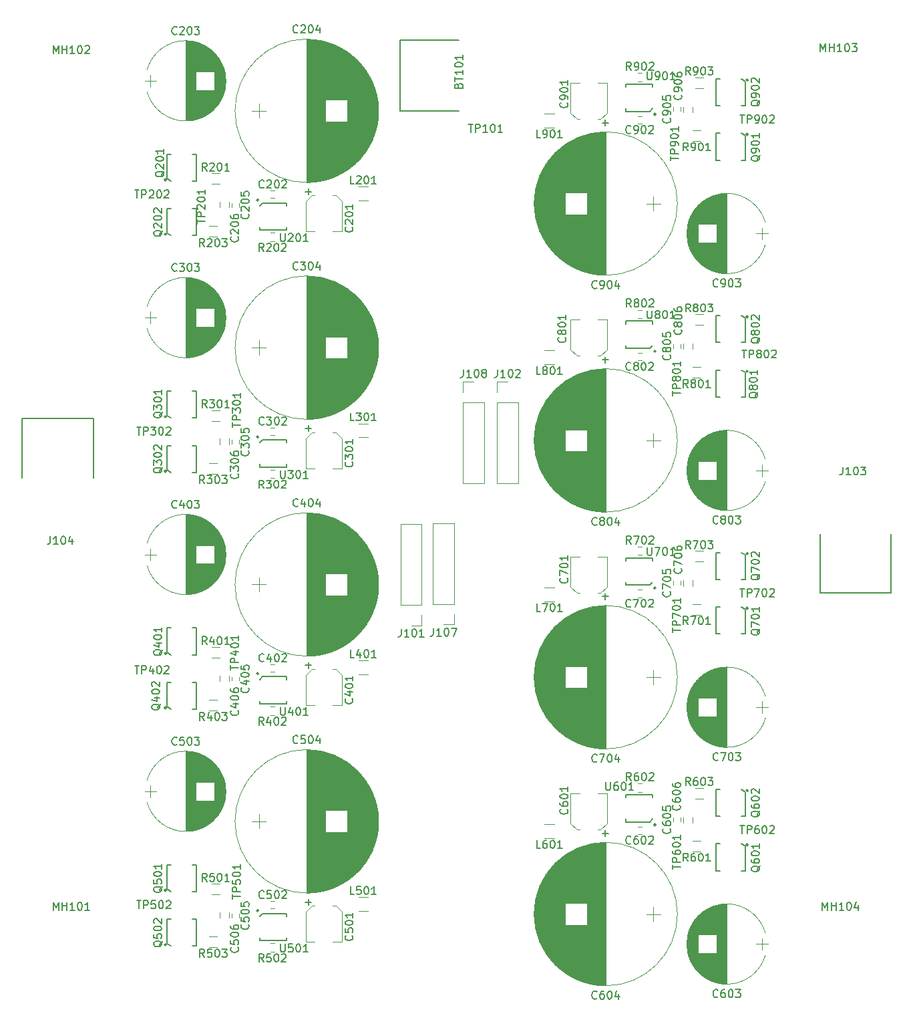
<source format=gto>
G04 #@! TF.GenerationSoftware,KiCad,Pcbnew,5.0.0*
G04 #@! TF.CreationDate,2018-08-14T07:29:03-04:00*
G04 #@! TF.ProjectId,peripherals,7065726970686572616C732E6B696361,rev?*
G04 #@! TF.SameCoordinates,Original*
G04 #@! TF.FileFunction,Legend,Top*
G04 #@! TF.FilePolarity,Positive*
%FSLAX46Y46*%
G04 Gerber Fmt 4.6, Leading zero omitted, Abs format (unit mm)*
G04 Created by KiCad (PCBNEW 5.0.0) date Tue Aug 14 07:29:03 2018*
%MOMM*%
%LPD*%
G01*
G04 APERTURE LIST*
%ADD10C,0.120000*%
%ADD11C,0.150000*%
G04 APERTURE END LIST*
D10*
G04 #@! TO.C,J101*
X86430000Y-119480000D02*
X86430000Y-109260000D01*
X86430000Y-109260000D02*
X83770000Y-109260000D01*
X83770000Y-109260000D02*
X83770000Y-119480000D01*
X83770000Y-119480000D02*
X86430000Y-119480000D01*
X86430000Y-120750000D02*
X86430000Y-122080000D01*
X86430000Y-122080000D02*
X85100000Y-122080000D01*
G04 #@! TO.C,J102*
X95970000Y-91220000D02*
X97300000Y-91220000D01*
X95970000Y-92550000D02*
X95970000Y-91220000D01*
X98630000Y-93820000D02*
X95970000Y-93820000D01*
X98630000Y-104040000D02*
X98630000Y-93820000D01*
X95970000Y-104040000D02*
X98630000Y-104040000D01*
X95970000Y-93820000D02*
X95970000Y-104040000D01*
G04 #@! TO.C,J107*
X90530000Y-119380000D02*
X90530000Y-109160000D01*
X90530000Y-109160000D02*
X87870000Y-109160000D01*
X87870000Y-109160000D02*
X87870000Y-119380000D01*
X87870000Y-119380000D02*
X90530000Y-119380000D01*
X90530000Y-120650000D02*
X90530000Y-121980000D01*
X90530000Y-121980000D02*
X89200000Y-121980000D01*
G04 #@! TO.C,J108*
X91670000Y-91220000D02*
X93000000Y-91220000D01*
X91670000Y-92550000D02*
X91670000Y-91220000D01*
X94330000Y-93820000D02*
X91670000Y-93820000D01*
X94330000Y-104040000D02*
X94330000Y-93820000D01*
X91670000Y-104040000D02*
X94330000Y-104040000D01*
X91670000Y-93820000D02*
X91670000Y-104040000D01*
G04 #@! TO.C,C401*
X71710000Y-132190000D02*
X72880000Y-132190000D01*
X76290000Y-132190000D02*
X75120000Y-132190000D01*
X75520000Y-127610000D02*
X75120000Y-127610000D01*
X72480000Y-127610000D02*
X72880000Y-127610000D01*
X71710000Y-128380000D02*
X71710000Y-132190000D01*
X71710000Y-128380000D02*
X72480000Y-127610000D01*
X76290000Y-128380000D02*
X76290000Y-132190000D01*
X76290000Y-128380000D02*
X75520000Y-127610000D01*
G04 #@! TO.C,C501*
X71710000Y-162190000D02*
X72880000Y-162190000D01*
X76290000Y-162190000D02*
X75120000Y-162190000D01*
X75520000Y-157610000D02*
X75120000Y-157610000D01*
X72480000Y-157610000D02*
X72880000Y-157610000D01*
X71710000Y-158380000D02*
X71710000Y-162190000D01*
X71710000Y-158380000D02*
X72480000Y-157610000D01*
X76290000Y-158380000D02*
X76290000Y-162190000D01*
X76290000Y-158380000D02*
X75520000Y-157610000D01*
G04 #@! TO.C,C901*
X109890000Y-53360000D02*
X108720000Y-53360000D01*
X105310000Y-53360000D02*
X106480000Y-53360000D01*
X106080000Y-57940000D02*
X106480000Y-57940000D01*
X109120000Y-57940000D02*
X108720000Y-57940000D01*
X109890000Y-57170000D02*
X109890000Y-53360000D01*
X109890000Y-57170000D02*
X109120000Y-57940000D01*
X105310000Y-57170000D02*
X105310000Y-53360000D01*
X105310000Y-57170000D02*
X106080000Y-57940000D01*
G04 #@! TO.C,C801*
X109890000Y-83360000D02*
X108720000Y-83360000D01*
X105310000Y-83360000D02*
X106480000Y-83360000D01*
X106080000Y-87940000D02*
X106480000Y-87940000D01*
X109120000Y-87940000D02*
X108720000Y-87940000D01*
X109890000Y-87170000D02*
X109890000Y-83360000D01*
X109890000Y-87170000D02*
X109120000Y-87940000D01*
X105310000Y-87170000D02*
X105310000Y-83360000D01*
X105310000Y-87170000D02*
X106080000Y-87940000D01*
G04 #@! TO.C,C301*
X71710000Y-102190000D02*
X72880000Y-102190000D01*
X76290000Y-102190000D02*
X75120000Y-102190000D01*
X75520000Y-97610000D02*
X75120000Y-97610000D01*
X72480000Y-97610000D02*
X72880000Y-97610000D01*
X71710000Y-98380000D02*
X71710000Y-102190000D01*
X71710000Y-98380000D02*
X72480000Y-97610000D01*
X76290000Y-98380000D02*
X76290000Y-102190000D01*
X76290000Y-98380000D02*
X75520000Y-97610000D01*
G04 #@! TO.C,C701*
X109890000Y-113360000D02*
X108720000Y-113360000D01*
X105310000Y-113360000D02*
X106480000Y-113360000D01*
X106080000Y-117940000D02*
X106480000Y-117940000D01*
X109120000Y-117940000D02*
X108720000Y-117940000D01*
X109890000Y-117170000D02*
X109890000Y-113360000D01*
X109890000Y-117170000D02*
X109120000Y-117940000D01*
X105310000Y-117170000D02*
X105310000Y-113360000D01*
X105310000Y-117170000D02*
X106080000Y-117940000D01*
G04 #@! TO.C,C201*
X71710000Y-72190000D02*
X72880000Y-72190000D01*
X76290000Y-72190000D02*
X75120000Y-72190000D01*
X75520000Y-67610000D02*
X75120000Y-67610000D01*
X72480000Y-67610000D02*
X72880000Y-67610000D01*
X71710000Y-68380000D02*
X71710000Y-72190000D01*
X71710000Y-68380000D02*
X72480000Y-67610000D01*
X76290000Y-68380000D02*
X76290000Y-72190000D01*
X76290000Y-68380000D02*
X75520000Y-67610000D01*
G04 #@! TO.C,C601*
X109890000Y-143360000D02*
X108720000Y-143360000D01*
X105310000Y-143360000D02*
X106480000Y-143360000D01*
X106080000Y-147940000D02*
X106480000Y-147940000D01*
X109120000Y-147940000D02*
X108720000Y-147940000D01*
X109890000Y-147170000D02*
X109890000Y-143360000D01*
X109890000Y-147170000D02*
X109120000Y-147940000D01*
X105310000Y-147170000D02*
X105310000Y-143360000D01*
X105310000Y-147170000D02*
X106080000Y-147940000D01*
G04 #@! TO.C,C205*
X63270000Y-69100000D02*
X63270000Y-68600000D01*
X62330000Y-68600000D02*
X62330000Y-69100000D01*
G04 #@! TO.C,C202*
X67300000Y-67970000D02*
X67800000Y-67970000D01*
X67800000Y-67030000D02*
X67300000Y-67030000D01*
G04 #@! TO.C,C305*
X63270000Y-99100000D02*
X63270000Y-98600000D01*
X62330000Y-98600000D02*
X62330000Y-99100000D01*
G04 #@! TO.C,C302*
X67300000Y-97970000D02*
X67800000Y-97970000D01*
X67800000Y-97030000D02*
X67300000Y-97030000D01*
G04 #@! TO.C,C402*
X67300000Y-127970000D02*
X67800000Y-127970000D01*
X67800000Y-127030000D02*
X67300000Y-127030000D01*
G04 #@! TO.C,C405*
X63270000Y-129100000D02*
X63270000Y-128600000D01*
X62330000Y-128600000D02*
X62330000Y-129100000D01*
G04 #@! TO.C,C502*
X67300000Y-157970000D02*
X67800000Y-157970000D01*
X67800000Y-157030000D02*
X67300000Y-157030000D01*
G04 #@! TO.C,C505*
X63270000Y-159100000D02*
X63270000Y-158600000D01*
X62330000Y-158600000D02*
X62330000Y-159100000D01*
G04 #@! TO.C,C905*
X118330000Y-56450000D02*
X118330000Y-56950000D01*
X119270000Y-56950000D02*
X119270000Y-56450000D01*
G04 #@! TO.C,C902*
X114300000Y-57580000D02*
X113800000Y-57580000D01*
X113800000Y-58520000D02*
X114300000Y-58520000D01*
G04 #@! TO.C,C805*
X118330000Y-86450000D02*
X118330000Y-86950000D01*
X119270000Y-86950000D02*
X119270000Y-86450000D01*
G04 #@! TO.C,C802*
X114300000Y-87580000D02*
X113800000Y-87580000D01*
X113800000Y-88520000D02*
X114300000Y-88520000D01*
G04 #@! TO.C,C605*
X118330000Y-146450000D02*
X118330000Y-146950000D01*
X119270000Y-146950000D02*
X119270000Y-146450000D01*
G04 #@! TO.C,C705*
X118330000Y-116450000D02*
X118330000Y-116950000D01*
X119270000Y-116950000D02*
X119270000Y-116450000D01*
G04 #@! TO.C,C702*
X114300000Y-117580000D02*
X113800000Y-117580000D01*
X113800000Y-118520000D02*
X114300000Y-118520000D01*
G04 #@! TO.C,C602*
X114300000Y-147580000D02*
X113800000Y-147580000D01*
X113800000Y-148520000D02*
X114300000Y-148520000D01*
G04 #@! TO.C,C906*
X119600000Y-57100000D02*
X119600000Y-56400000D01*
X120800000Y-56400000D02*
X120800000Y-57100000D01*
G04 #@! TO.C,C806*
X119600000Y-87100000D02*
X119600000Y-86400000D01*
X120800000Y-86400000D02*
X120800000Y-87100000D01*
G04 #@! TO.C,C706*
X119600000Y-117100000D02*
X119600000Y-116400000D01*
X120800000Y-116400000D02*
X120800000Y-117100000D01*
G04 #@! TO.C,C206*
X62000000Y-68450000D02*
X62000000Y-69150000D01*
X60800000Y-69150000D02*
X60800000Y-68450000D01*
G04 #@! TO.C,C606*
X119600000Y-147100000D02*
X119600000Y-146400000D01*
X120800000Y-146400000D02*
X120800000Y-147100000D01*
G04 #@! TO.C,C506*
X62000000Y-158450000D02*
X62000000Y-159150000D01*
X60800000Y-159150000D02*
X60800000Y-158450000D01*
G04 #@! TO.C,C306*
X62000000Y-98450000D02*
X62000000Y-99150000D01*
X60800000Y-99150000D02*
X60800000Y-98450000D01*
G04 #@! TO.C,C406*
X62000000Y-128450000D02*
X62000000Y-129150000D01*
X60800000Y-129150000D02*
X60800000Y-128450000D01*
G04 #@! TO.C,C703*
X120201563Y-133833264D02*
G75*
G03X129999357Y-133830000I4898437J1383264D01*
G01*
X120201563Y-131066736D02*
G75*
G02X129999357Y-131070000I4898437J-1383264D01*
G01*
X120201563Y-131066736D02*
G75*
G03X120200643Y-133830000I4898437J-1383264D01*
G01*
X125100000Y-137500000D02*
X125100000Y-127400000D01*
X125060000Y-137500000D02*
X125060000Y-127400000D01*
X125020000Y-137500000D02*
X125020000Y-127400000D01*
X124980000Y-137499000D02*
X124980000Y-127401000D01*
X124940000Y-137498000D02*
X124940000Y-127402000D01*
X124900000Y-137497000D02*
X124900000Y-127403000D01*
X124860000Y-137495000D02*
X124860000Y-127405000D01*
X124820000Y-137493000D02*
X124820000Y-127407000D01*
X124780000Y-137490000D02*
X124780000Y-127410000D01*
X124740000Y-137488000D02*
X124740000Y-127412000D01*
X124700000Y-137485000D02*
X124700000Y-127415000D01*
X124660000Y-137481000D02*
X124660000Y-127419000D01*
X124620000Y-137478000D02*
X124620000Y-127422000D01*
X124580000Y-137474000D02*
X124580000Y-127426000D01*
X124540000Y-137470000D02*
X124540000Y-127430000D01*
X124500000Y-137465000D02*
X124500000Y-127435000D01*
X124460000Y-137460000D02*
X124460000Y-127440000D01*
X124420000Y-137455000D02*
X124420000Y-127445000D01*
X124379000Y-137449000D02*
X124379000Y-127451000D01*
X124339000Y-137443000D02*
X124339000Y-127457000D01*
X124299000Y-137437000D02*
X124299000Y-127463000D01*
X124259000Y-137431000D02*
X124259000Y-127469000D01*
X124219000Y-137424000D02*
X124219000Y-127476000D01*
X124179000Y-137417000D02*
X124179000Y-127483000D01*
X124139000Y-137409000D02*
X124139000Y-127491000D01*
X124099000Y-137401000D02*
X124099000Y-127499000D01*
X124059000Y-137393000D02*
X124059000Y-127507000D01*
X124019000Y-137385000D02*
X124019000Y-127515000D01*
X123979000Y-137376000D02*
X123979000Y-127524000D01*
X123939000Y-137367000D02*
X123939000Y-127533000D01*
X123899000Y-137357000D02*
X123899000Y-127543000D01*
X123859000Y-137347000D02*
X123859000Y-127553000D01*
X123819000Y-137337000D02*
X123819000Y-127563000D01*
X123779000Y-137326000D02*
X123779000Y-133631000D01*
X123779000Y-131269000D02*
X123779000Y-127574000D01*
X123739000Y-137315000D02*
X123739000Y-133631000D01*
X123739000Y-131269000D02*
X123739000Y-127585000D01*
X123699000Y-137304000D02*
X123699000Y-133631000D01*
X123699000Y-131269000D02*
X123699000Y-127596000D01*
X123659000Y-137293000D02*
X123659000Y-133631000D01*
X123659000Y-131269000D02*
X123659000Y-127607000D01*
X123619000Y-137281000D02*
X123619000Y-133631000D01*
X123619000Y-131269000D02*
X123619000Y-127619000D01*
X123579000Y-137268000D02*
X123579000Y-133631000D01*
X123579000Y-131269000D02*
X123579000Y-127632000D01*
X123539000Y-137256000D02*
X123539000Y-133631000D01*
X123539000Y-131269000D02*
X123539000Y-127644000D01*
X123499000Y-137242000D02*
X123499000Y-133631000D01*
X123499000Y-131269000D02*
X123499000Y-127658000D01*
X123459000Y-137229000D02*
X123459000Y-133631000D01*
X123459000Y-131269000D02*
X123459000Y-127671000D01*
X123419000Y-137215000D02*
X123419000Y-133631000D01*
X123419000Y-131269000D02*
X123419000Y-127685000D01*
X123379000Y-137201000D02*
X123379000Y-133631000D01*
X123379000Y-131269000D02*
X123379000Y-127699000D01*
X123339000Y-137187000D02*
X123339000Y-133631000D01*
X123339000Y-131269000D02*
X123339000Y-127713000D01*
X123299000Y-137172000D02*
X123299000Y-133631000D01*
X123299000Y-131269000D02*
X123299000Y-127728000D01*
X123259000Y-137156000D02*
X123259000Y-133631000D01*
X123259000Y-131269000D02*
X123259000Y-127744000D01*
X123219000Y-137141000D02*
X123219000Y-133631000D01*
X123219000Y-131269000D02*
X123219000Y-127759000D01*
X123179000Y-137124000D02*
X123179000Y-133631000D01*
X123179000Y-131269000D02*
X123179000Y-127776000D01*
X123139000Y-137108000D02*
X123139000Y-133631000D01*
X123139000Y-131269000D02*
X123139000Y-127792000D01*
X123099000Y-137091000D02*
X123099000Y-133631000D01*
X123099000Y-131269000D02*
X123099000Y-127809000D01*
X123059000Y-137074000D02*
X123059000Y-133631000D01*
X123059000Y-131269000D02*
X123059000Y-127826000D01*
X123019000Y-137056000D02*
X123019000Y-133631000D01*
X123019000Y-131269000D02*
X123019000Y-127844000D01*
X122979000Y-137038000D02*
X122979000Y-133631000D01*
X122979000Y-131269000D02*
X122979000Y-127862000D01*
X122939000Y-137019000D02*
X122939000Y-133631000D01*
X122939000Y-131269000D02*
X122939000Y-127881000D01*
X122899000Y-137000000D02*
X122899000Y-133631000D01*
X122899000Y-131269000D02*
X122899000Y-127900000D01*
X122859000Y-136981000D02*
X122859000Y-133631000D01*
X122859000Y-131269000D02*
X122859000Y-127919000D01*
X122819000Y-136961000D02*
X122819000Y-133631000D01*
X122819000Y-131269000D02*
X122819000Y-127939000D01*
X122779000Y-136941000D02*
X122779000Y-133631000D01*
X122779000Y-131269000D02*
X122779000Y-127959000D01*
X122739000Y-136920000D02*
X122739000Y-133631000D01*
X122739000Y-131269000D02*
X122739000Y-127980000D01*
X122699000Y-136899000D02*
X122699000Y-133631000D01*
X122699000Y-131269000D02*
X122699000Y-128001000D01*
X122659000Y-136878000D02*
X122659000Y-133631000D01*
X122659000Y-131269000D02*
X122659000Y-128022000D01*
X122619000Y-136855000D02*
X122619000Y-133631000D01*
X122619000Y-131269000D02*
X122619000Y-128045000D01*
X122579000Y-136833000D02*
X122579000Y-133631000D01*
X122579000Y-131269000D02*
X122579000Y-128067000D01*
X122539000Y-136810000D02*
X122539000Y-133631000D01*
X122539000Y-131269000D02*
X122539000Y-128090000D01*
X122499000Y-136786000D02*
X122499000Y-133631000D01*
X122499000Y-131269000D02*
X122499000Y-128114000D01*
X122459000Y-136762000D02*
X122459000Y-133631000D01*
X122459000Y-131269000D02*
X122459000Y-128138000D01*
X122419000Y-136738000D02*
X122419000Y-133631000D01*
X122419000Y-131269000D02*
X122419000Y-128162000D01*
X122379000Y-136713000D02*
X122379000Y-133631000D01*
X122379000Y-131269000D02*
X122379000Y-128187000D01*
X122339000Y-136687000D02*
X122339000Y-133631000D01*
X122339000Y-131269000D02*
X122339000Y-128213000D01*
X122299000Y-136661000D02*
X122299000Y-133631000D01*
X122299000Y-131269000D02*
X122299000Y-128239000D01*
X122259000Y-136635000D02*
X122259000Y-133631000D01*
X122259000Y-131269000D02*
X122259000Y-128265000D01*
X122219000Y-136607000D02*
X122219000Y-133631000D01*
X122219000Y-131269000D02*
X122219000Y-128293000D01*
X122179000Y-136580000D02*
X122179000Y-133631000D01*
X122179000Y-131269000D02*
X122179000Y-128320000D01*
X122139000Y-136551000D02*
X122139000Y-133631000D01*
X122139000Y-131269000D02*
X122139000Y-128349000D01*
X122099000Y-136522000D02*
X122099000Y-133631000D01*
X122099000Y-131269000D02*
X122099000Y-128378000D01*
X122059000Y-136493000D02*
X122059000Y-133631000D01*
X122059000Y-131269000D02*
X122059000Y-128407000D01*
X122019000Y-136463000D02*
X122019000Y-133631000D01*
X122019000Y-131269000D02*
X122019000Y-128437000D01*
X121979000Y-136432000D02*
X121979000Y-133631000D01*
X121979000Y-131269000D02*
X121979000Y-128468000D01*
X121939000Y-136401000D02*
X121939000Y-133631000D01*
X121939000Y-131269000D02*
X121939000Y-128499000D01*
X121899000Y-136369000D02*
X121899000Y-133631000D01*
X121899000Y-131269000D02*
X121899000Y-128531000D01*
X121859000Y-136336000D02*
X121859000Y-133631000D01*
X121859000Y-131269000D02*
X121859000Y-128564000D01*
X121819000Y-136303000D02*
X121819000Y-133631000D01*
X121819000Y-131269000D02*
X121819000Y-128597000D01*
X121779000Y-136269000D02*
X121779000Y-133631000D01*
X121779000Y-131269000D02*
X121779000Y-128631000D01*
X121739000Y-136234000D02*
X121739000Y-133631000D01*
X121739000Y-131269000D02*
X121739000Y-128666000D01*
X121699000Y-136198000D02*
X121699000Y-133631000D01*
X121699000Y-131269000D02*
X121699000Y-128702000D01*
X121659000Y-136162000D02*
X121659000Y-133631000D01*
X121659000Y-131269000D02*
X121659000Y-128738000D01*
X121619000Y-136125000D02*
X121619000Y-133631000D01*
X121619000Y-131269000D02*
X121619000Y-128775000D01*
X121579000Y-136087000D02*
X121579000Y-133631000D01*
X121579000Y-131269000D02*
X121579000Y-128813000D01*
X121539000Y-136048000D02*
X121539000Y-133631000D01*
X121539000Y-131269000D02*
X121539000Y-128852000D01*
X121499000Y-136009000D02*
X121499000Y-133631000D01*
X121499000Y-131269000D02*
X121499000Y-128891000D01*
X121459000Y-135968000D02*
X121459000Y-133631000D01*
X121459000Y-131269000D02*
X121459000Y-128932000D01*
X121419000Y-135927000D02*
X121419000Y-128973000D01*
X121379000Y-135885000D02*
X121379000Y-129015000D01*
X121339000Y-135841000D02*
X121339000Y-129059000D01*
X121299000Y-135797000D02*
X121299000Y-129103000D01*
X121259000Y-135752000D02*
X121259000Y-129148000D01*
X121219000Y-135705000D02*
X121219000Y-129195000D01*
X121179000Y-135657000D02*
X121179000Y-129243000D01*
X121139000Y-135608000D02*
X121139000Y-129292000D01*
X121099000Y-135558000D02*
X121099000Y-129342000D01*
X121059000Y-135507000D02*
X121059000Y-129393000D01*
X121019000Y-135454000D02*
X121019000Y-129446000D01*
X120979000Y-135399000D02*
X120979000Y-129501000D01*
X120939000Y-135344000D02*
X120939000Y-129556000D01*
X120899000Y-135286000D02*
X120899000Y-129614000D01*
X120859000Y-135227000D02*
X120859000Y-129673000D01*
X120819000Y-135165000D02*
X120819000Y-129735000D01*
X120779000Y-135102000D02*
X120779000Y-129798000D01*
X120739000Y-135037000D02*
X120739000Y-129863000D01*
X120699000Y-134969000D02*
X120699000Y-129931000D01*
X120659000Y-134899000D02*
X120659000Y-130001000D01*
X120619000Y-134827000D02*
X120619000Y-130073000D01*
X120579000Y-134751000D02*
X120579000Y-130149000D01*
X120539000Y-134672000D02*
X120539000Y-130228000D01*
X120499000Y-134590000D02*
X120499000Y-130310000D01*
X120459000Y-134503000D02*
X120459000Y-130397000D01*
X120419000Y-134412000D02*
X120419000Y-130488000D01*
X120379000Y-134316000D02*
X120379000Y-130584000D01*
X120339000Y-134213000D02*
X120339000Y-130687000D01*
X120299000Y-134104000D02*
X120299000Y-130796000D01*
X120259000Y-133986000D02*
X120259000Y-130914000D01*
X120219000Y-133857000D02*
X120219000Y-131043000D01*
X120179000Y-133715000D02*
X120179000Y-131185000D01*
X120139000Y-133554000D02*
X120139000Y-131346000D01*
X120099000Y-133363000D02*
X120099000Y-131537000D01*
X120059000Y-133122000D02*
X120059000Y-131778000D01*
X120019000Y-132729000D02*
X120019000Y-132171000D01*
X130300000Y-132450000D02*
X128800000Y-132450000D01*
X129550000Y-133200000D02*
X129550000Y-131700000D01*
G04 #@! TO.C,C203*
X61398437Y-51716736D02*
G75*
G03X51600643Y-51720000I-4898437J-1383264D01*
G01*
X61398437Y-54483264D02*
G75*
G02X51600643Y-54480000I-4898437J1383264D01*
G01*
X61398437Y-54483264D02*
G75*
G03X61399357Y-51720000I-4898437J1383264D01*
G01*
X56500000Y-48050000D02*
X56500000Y-58150000D01*
X56540000Y-48050000D02*
X56540000Y-58150000D01*
X56580000Y-48050000D02*
X56580000Y-58150000D01*
X56620000Y-48051000D02*
X56620000Y-58149000D01*
X56660000Y-48052000D02*
X56660000Y-58148000D01*
X56700000Y-48053000D02*
X56700000Y-58147000D01*
X56740000Y-48055000D02*
X56740000Y-58145000D01*
X56780000Y-48057000D02*
X56780000Y-58143000D01*
X56820000Y-48060000D02*
X56820000Y-58140000D01*
X56860000Y-48062000D02*
X56860000Y-58138000D01*
X56900000Y-48065000D02*
X56900000Y-58135000D01*
X56940000Y-48069000D02*
X56940000Y-58131000D01*
X56980000Y-48072000D02*
X56980000Y-58128000D01*
X57020000Y-48076000D02*
X57020000Y-58124000D01*
X57060000Y-48080000D02*
X57060000Y-58120000D01*
X57100000Y-48085000D02*
X57100000Y-58115000D01*
X57140000Y-48090000D02*
X57140000Y-58110000D01*
X57180000Y-48095000D02*
X57180000Y-58105000D01*
X57221000Y-48101000D02*
X57221000Y-58099000D01*
X57261000Y-48107000D02*
X57261000Y-58093000D01*
X57301000Y-48113000D02*
X57301000Y-58087000D01*
X57341000Y-48119000D02*
X57341000Y-58081000D01*
X57381000Y-48126000D02*
X57381000Y-58074000D01*
X57421000Y-48133000D02*
X57421000Y-58067000D01*
X57461000Y-48141000D02*
X57461000Y-58059000D01*
X57501000Y-48149000D02*
X57501000Y-58051000D01*
X57541000Y-48157000D02*
X57541000Y-58043000D01*
X57581000Y-48165000D02*
X57581000Y-58035000D01*
X57621000Y-48174000D02*
X57621000Y-58026000D01*
X57661000Y-48183000D02*
X57661000Y-58017000D01*
X57701000Y-48193000D02*
X57701000Y-58007000D01*
X57741000Y-48203000D02*
X57741000Y-57997000D01*
X57781000Y-48213000D02*
X57781000Y-57987000D01*
X57821000Y-48224000D02*
X57821000Y-51919000D01*
X57821000Y-54281000D02*
X57821000Y-57976000D01*
X57861000Y-48235000D02*
X57861000Y-51919000D01*
X57861000Y-54281000D02*
X57861000Y-57965000D01*
X57901000Y-48246000D02*
X57901000Y-51919000D01*
X57901000Y-54281000D02*
X57901000Y-57954000D01*
X57941000Y-48257000D02*
X57941000Y-51919000D01*
X57941000Y-54281000D02*
X57941000Y-57943000D01*
X57981000Y-48269000D02*
X57981000Y-51919000D01*
X57981000Y-54281000D02*
X57981000Y-57931000D01*
X58021000Y-48282000D02*
X58021000Y-51919000D01*
X58021000Y-54281000D02*
X58021000Y-57918000D01*
X58061000Y-48294000D02*
X58061000Y-51919000D01*
X58061000Y-54281000D02*
X58061000Y-57906000D01*
X58101000Y-48308000D02*
X58101000Y-51919000D01*
X58101000Y-54281000D02*
X58101000Y-57892000D01*
X58141000Y-48321000D02*
X58141000Y-51919000D01*
X58141000Y-54281000D02*
X58141000Y-57879000D01*
X58181000Y-48335000D02*
X58181000Y-51919000D01*
X58181000Y-54281000D02*
X58181000Y-57865000D01*
X58221000Y-48349000D02*
X58221000Y-51919000D01*
X58221000Y-54281000D02*
X58221000Y-57851000D01*
X58261000Y-48363000D02*
X58261000Y-51919000D01*
X58261000Y-54281000D02*
X58261000Y-57837000D01*
X58301000Y-48378000D02*
X58301000Y-51919000D01*
X58301000Y-54281000D02*
X58301000Y-57822000D01*
X58341000Y-48394000D02*
X58341000Y-51919000D01*
X58341000Y-54281000D02*
X58341000Y-57806000D01*
X58381000Y-48409000D02*
X58381000Y-51919000D01*
X58381000Y-54281000D02*
X58381000Y-57791000D01*
X58421000Y-48426000D02*
X58421000Y-51919000D01*
X58421000Y-54281000D02*
X58421000Y-57774000D01*
X58461000Y-48442000D02*
X58461000Y-51919000D01*
X58461000Y-54281000D02*
X58461000Y-57758000D01*
X58501000Y-48459000D02*
X58501000Y-51919000D01*
X58501000Y-54281000D02*
X58501000Y-57741000D01*
X58541000Y-48476000D02*
X58541000Y-51919000D01*
X58541000Y-54281000D02*
X58541000Y-57724000D01*
X58581000Y-48494000D02*
X58581000Y-51919000D01*
X58581000Y-54281000D02*
X58581000Y-57706000D01*
X58621000Y-48512000D02*
X58621000Y-51919000D01*
X58621000Y-54281000D02*
X58621000Y-57688000D01*
X58661000Y-48531000D02*
X58661000Y-51919000D01*
X58661000Y-54281000D02*
X58661000Y-57669000D01*
X58701000Y-48550000D02*
X58701000Y-51919000D01*
X58701000Y-54281000D02*
X58701000Y-57650000D01*
X58741000Y-48569000D02*
X58741000Y-51919000D01*
X58741000Y-54281000D02*
X58741000Y-57631000D01*
X58781000Y-48589000D02*
X58781000Y-51919000D01*
X58781000Y-54281000D02*
X58781000Y-57611000D01*
X58821000Y-48609000D02*
X58821000Y-51919000D01*
X58821000Y-54281000D02*
X58821000Y-57591000D01*
X58861000Y-48630000D02*
X58861000Y-51919000D01*
X58861000Y-54281000D02*
X58861000Y-57570000D01*
X58901000Y-48651000D02*
X58901000Y-51919000D01*
X58901000Y-54281000D02*
X58901000Y-57549000D01*
X58941000Y-48672000D02*
X58941000Y-51919000D01*
X58941000Y-54281000D02*
X58941000Y-57528000D01*
X58981000Y-48695000D02*
X58981000Y-51919000D01*
X58981000Y-54281000D02*
X58981000Y-57505000D01*
X59021000Y-48717000D02*
X59021000Y-51919000D01*
X59021000Y-54281000D02*
X59021000Y-57483000D01*
X59061000Y-48740000D02*
X59061000Y-51919000D01*
X59061000Y-54281000D02*
X59061000Y-57460000D01*
X59101000Y-48764000D02*
X59101000Y-51919000D01*
X59101000Y-54281000D02*
X59101000Y-57436000D01*
X59141000Y-48788000D02*
X59141000Y-51919000D01*
X59141000Y-54281000D02*
X59141000Y-57412000D01*
X59181000Y-48812000D02*
X59181000Y-51919000D01*
X59181000Y-54281000D02*
X59181000Y-57388000D01*
X59221000Y-48837000D02*
X59221000Y-51919000D01*
X59221000Y-54281000D02*
X59221000Y-57363000D01*
X59261000Y-48863000D02*
X59261000Y-51919000D01*
X59261000Y-54281000D02*
X59261000Y-57337000D01*
X59301000Y-48889000D02*
X59301000Y-51919000D01*
X59301000Y-54281000D02*
X59301000Y-57311000D01*
X59341000Y-48915000D02*
X59341000Y-51919000D01*
X59341000Y-54281000D02*
X59341000Y-57285000D01*
X59381000Y-48943000D02*
X59381000Y-51919000D01*
X59381000Y-54281000D02*
X59381000Y-57257000D01*
X59421000Y-48970000D02*
X59421000Y-51919000D01*
X59421000Y-54281000D02*
X59421000Y-57230000D01*
X59461000Y-48999000D02*
X59461000Y-51919000D01*
X59461000Y-54281000D02*
X59461000Y-57201000D01*
X59501000Y-49028000D02*
X59501000Y-51919000D01*
X59501000Y-54281000D02*
X59501000Y-57172000D01*
X59541000Y-49057000D02*
X59541000Y-51919000D01*
X59541000Y-54281000D02*
X59541000Y-57143000D01*
X59581000Y-49087000D02*
X59581000Y-51919000D01*
X59581000Y-54281000D02*
X59581000Y-57113000D01*
X59621000Y-49118000D02*
X59621000Y-51919000D01*
X59621000Y-54281000D02*
X59621000Y-57082000D01*
X59661000Y-49149000D02*
X59661000Y-51919000D01*
X59661000Y-54281000D02*
X59661000Y-57051000D01*
X59701000Y-49181000D02*
X59701000Y-51919000D01*
X59701000Y-54281000D02*
X59701000Y-57019000D01*
X59741000Y-49214000D02*
X59741000Y-51919000D01*
X59741000Y-54281000D02*
X59741000Y-56986000D01*
X59781000Y-49247000D02*
X59781000Y-51919000D01*
X59781000Y-54281000D02*
X59781000Y-56953000D01*
X59821000Y-49281000D02*
X59821000Y-51919000D01*
X59821000Y-54281000D02*
X59821000Y-56919000D01*
X59861000Y-49316000D02*
X59861000Y-51919000D01*
X59861000Y-54281000D02*
X59861000Y-56884000D01*
X59901000Y-49352000D02*
X59901000Y-51919000D01*
X59901000Y-54281000D02*
X59901000Y-56848000D01*
X59941000Y-49388000D02*
X59941000Y-51919000D01*
X59941000Y-54281000D02*
X59941000Y-56812000D01*
X59981000Y-49425000D02*
X59981000Y-51919000D01*
X59981000Y-54281000D02*
X59981000Y-56775000D01*
X60021000Y-49463000D02*
X60021000Y-51919000D01*
X60021000Y-54281000D02*
X60021000Y-56737000D01*
X60061000Y-49502000D02*
X60061000Y-51919000D01*
X60061000Y-54281000D02*
X60061000Y-56698000D01*
X60101000Y-49541000D02*
X60101000Y-51919000D01*
X60101000Y-54281000D02*
X60101000Y-56659000D01*
X60141000Y-49582000D02*
X60141000Y-51919000D01*
X60141000Y-54281000D02*
X60141000Y-56618000D01*
X60181000Y-49623000D02*
X60181000Y-56577000D01*
X60221000Y-49665000D02*
X60221000Y-56535000D01*
X60261000Y-49709000D02*
X60261000Y-56491000D01*
X60301000Y-49753000D02*
X60301000Y-56447000D01*
X60341000Y-49798000D02*
X60341000Y-56402000D01*
X60381000Y-49845000D02*
X60381000Y-56355000D01*
X60421000Y-49893000D02*
X60421000Y-56307000D01*
X60461000Y-49942000D02*
X60461000Y-56258000D01*
X60501000Y-49992000D02*
X60501000Y-56208000D01*
X60541000Y-50043000D02*
X60541000Y-56157000D01*
X60581000Y-50096000D02*
X60581000Y-56104000D01*
X60621000Y-50151000D02*
X60621000Y-56049000D01*
X60661000Y-50206000D02*
X60661000Y-55994000D01*
X60701000Y-50264000D02*
X60701000Y-55936000D01*
X60741000Y-50323000D02*
X60741000Y-55877000D01*
X60781000Y-50385000D02*
X60781000Y-55815000D01*
X60821000Y-50448000D02*
X60821000Y-55752000D01*
X60861000Y-50513000D02*
X60861000Y-55687000D01*
X60901000Y-50581000D02*
X60901000Y-55619000D01*
X60941000Y-50651000D02*
X60941000Y-55549000D01*
X60981000Y-50723000D02*
X60981000Y-55477000D01*
X61021000Y-50799000D02*
X61021000Y-55401000D01*
X61061000Y-50878000D02*
X61061000Y-55322000D01*
X61101000Y-50960000D02*
X61101000Y-55240000D01*
X61141000Y-51047000D02*
X61141000Y-55153000D01*
X61181000Y-51138000D02*
X61181000Y-55062000D01*
X61221000Y-51234000D02*
X61221000Y-54966000D01*
X61261000Y-51337000D02*
X61261000Y-54863000D01*
X61301000Y-51446000D02*
X61301000Y-54754000D01*
X61341000Y-51564000D02*
X61341000Y-54636000D01*
X61381000Y-51693000D02*
X61381000Y-54507000D01*
X61421000Y-51835000D02*
X61421000Y-54365000D01*
X61461000Y-51996000D02*
X61461000Y-54204000D01*
X61501000Y-52187000D02*
X61501000Y-54013000D01*
X61541000Y-52428000D02*
X61541000Y-53772000D01*
X61581000Y-52821000D02*
X61581000Y-53379000D01*
X51300000Y-53100000D02*
X52800000Y-53100000D01*
X52050000Y-52350000D02*
X52050000Y-53850000D01*
G04 #@! TO.C,C603*
X120201563Y-163833264D02*
G75*
G03X129999357Y-163830000I4898437J1383264D01*
G01*
X120201563Y-161066736D02*
G75*
G02X129999357Y-161070000I4898437J-1383264D01*
G01*
X120201563Y-161066736D02*
G75*
G03X120200643Y-163830000I4898437J-1383264D01*
G01*
X125100000Y-167500000D02*
X125100000Y-157400000D01*
X125060000Y-167500000D02*
X125060000Y-157400000D01*
X125020000Y-167500000D02*
X125020000Y-157400000D01*
X124980000Y-167499000D02*
X124980000Y-157401000D01*
X124940000Y-167498000D02*
X124940000Y-157402000D01*
X124900000Y-167497000D02*
X124900000Y-157403000D01*
X124860000Y-167495000D02*
X124860000Y-157405000D01*
X124820000Y-167493000D02*
X124820000Y-157407000D01*
X124780000Y-167490000D02*
X124780000Y-157410000D01*
X124740000Y-167488000D02*
X124740000Y-157412000D01*
X124700000Y-167485000D02*
X124700000Y-157415000D01*
X124660000Y-167481000D02*
X124660000Y-157419000D01*
X124620000Y-167478000D02*
X124620000Y-157422000D01*
X124580000Y-167474000D02*
X124580000Y-157426000D01*
X124540000Y-167470000D02*
X124540000Y-157430000D01*
X124500000Y-167465000D02*
X124500000Y-157435000D01*
X124460000Y-167460000D02*
X124460000Y-157440000D01*
X124420000Y-167455000D02*
X124420000Y-157445000D01*
X124379000Y-167449000D02*
X124379000Y-157451000D01*
X124339000Y-167443000D02*
X124339000Y-157457000D01*
X124299000Y-167437000D02*
X124299000Y-157463000D01*
X124259000Y-167431000D02*
X124259000Y-157469000D01*
X124219000Y-167424000D02*
X124219000Y-157476000D01*
X124179000Y-167417000D02*
X124179000Y-157483000D01*
X124139000Y-167409000D02*
X124139000Y-157491000D01*
X124099000Y-167401000D02*
X124099000Y-157499000D01*
X124059000Y-167393000D02*
X124059000Y-157507000D01*
X124019000Y-167385000D02*
X124019000Y-157515000D01*
X123979000Y-167376000D02*
X123979000Y-157524000D01*
X123939000Y-167367000D02*
X123939000Y-157533000D01*
X123899000Y-167357000D02*
X123899000Y-157543000D01*
X123859000Y-167347000D02*
X123859000Y-157553000D01*
X123819000Y-167337000D02*
X123819000Y-157563000D01*
X123779000Y-167326000D02*
X123779000Y-163631000D01*
X123779000Y-161269000D02*
X123779000Y-157574000D01*
X123739000Y-167315000D02*
X123739000Y-163631000D01*
X123739000Y-161269000D02*
X123739000Y-157585000D01*
X123699000Y-167304000D02*
X123699000Y-163631000D01*
X123699000Y-161269000D02*
X123699000Y-157596000D01*
X123659000Y-167293000D02*
X123659000Y-163631000D01*
X123659000Y-161269000D02*
X123659000Y-157607000D01*
X123619000Y-167281000D02*
X123619000Y-163631000D01*
X123619000Y-161269000D02*
X123619000Y-157619000D01*
X123579000Y-167268000D02*
X123579000Y-163631000D01*
X123579000Y-161269000D02*
X123579000Y-157632000D01*
X123539000Y-167256000D02*
X123539000Y-163631000D01*
X123539000Y-161269000D02*
X123539000Y-157644000D01*
X123499000Y-167242000D02*
X123499000Y-163631000D01*
X123499000Y-161269000D02*
X123499000Y-157658000D01*
X123459000Y-167229000D02*
X123459000Y-163631000D01*
X123459000Y-161269000D02*
X123459000Y-157671000D01*
X123419000Y-167215000D02*
X123419000Y-163631000D01*
X123419000Y-161269000D02*
X123419000Y-157685000D01*
X123379000Y-167201000D02*
X123379000Y-163631000D01*
X123379000Y-161269000D02*
X123379000Y-157699000D01*
X123339000Y-167187000D02*
X123339000Y-163631000D01*
X123339000Y-161269000D02*
X123339000Y-157713000D01*
X123299000Y-167172000D02*
X123299000Y-163631000D01*
X123299000Y-161269000D02*
X123299000Y-157728000D01*
X123259000Y-167156000D02*
X123259000Y-163631000D01*
X123259000Y-161269000D02*
X123259000Y-157744000D01*
X123219000Y-167141000D02*
X123219000Y-163631000D01*
X123219000Y-161269000D02*
X123219000Y-157759000D01*
X123179000Y-167124000D02*
X123179000Y-163631000D01*
X123179000Y-161269000D02*
X123179000Y-157776000D01*
X123139000Y-167108000D02*
X123139000Y-163631000D01*
X123139000Y-161269000D02*
X123139000Y-157792000D01*
X123099000Y-167091000D02*
X123099000Y-163631000D01*
X123099000Y-161269000D02*
X123099000Y-157809000D01*
X123059000Y-167074000D02*
X123059000Y-163631000D01*
X123059000Y-161269000D02*
X123059000Y-157826000D01*
X123019000Y-167056000D02*
X123019000Y-163631000D01*
X123019000Y-161269000D02*
X123019000Y-157844000D01*
X122979000Y-167038000D02*
X122979000Y-163631000D01*
X122979000Y-161269000D02*
X122979000Y-157862000D01*
X122939000Y-167019000D02*
X122939000Y-163631000D01*
X122939000Y-161269000D02*
X122939000Y-157881000D01*
X122899000Y-167000000D02*
X122899000Y-163631000D01*
X122899000Y-161269000D02*
X122899000Y-157900000D01*
X122859000Y-166981000D02*
X122859000Y-163631000D01*
X122859000Y-161269000D02*
X122859000Y-157919000D01*
X122819000Y-166961000D02*
X122819000Y-163631000D01*
X122819000Y-161269000D02*
X122819000Y-157939000D01*
X122779000Y-166941000D02*
X122779000Y-163631000D01*
X122779000Y-161269000D02*
X122779000Y-157959000D01*
X122739000Y-166920000D02*
X122739000Y-163631000D01*
X122739000Y-161269000D02*
X122739000Y-157980000D01*
X122699000Y-166899000D02*
X122699000Y-163631000D01*
X122699000Y-161269000D02*
X122699000Y-158001000D01*
X122659000Y-166878000D02*
X122659000Y-163631000D01*
X122659000Y-161269000D02*
X122659000Y-158022000D01*
X122619000Y-166855000D02*
X122619000Y-163631000D01*
X122619000Y-161269000D02*
X122619000Y-158045000D01*
X122579000Y-166833000D02*
X122579000Y-163631000D01*
X122579000Y-161269000D02*
X122579000Y-158067000D01*
X122539000Y-166810000D02*
X122539000Y-163631000D01*
X122539000Y-161269000D02*
X122539000Y-158090000D01*
X122499000Y-166786000D02*
X122499000Y-163631000D01*
X122499000Y-161269000D02*
X122499000Y-158114000D01*
X122459000Y-166762000D02*
X122459000Y-163631000D01*
X122459000Y-161269000D02*
X122459000Y-158138000D01*
X122419000Y-166738000D02*
X122419000Y-163631000D01*
X122419000Y-161269000D02*
X122419000Y-158162000D01*
X122379000Y-166713000D02*
X122379000Y-163631000D01*
X122379000Y-161269000D02*
X122379000Y-158187000D01*
X122339000Y-166687000D02*
X122339000Y-163631000D01*
X122339000Y-161269000D02*
X122339000Y-158213000D01*
X122299000Y-166661000D02*
X122299000Y-163631000D01*
X122299000Y-161269000D02*
X122299000Y-158239000D01*
X122259000Y-166635000D02*
X122259000Y-163631000D01*
X122259000Y-161269000D02*
X122259000Y-158265000D01*
X122219000Y-166607000D02*
X122219000Y-163631000D01*
X122219000Y-161269000D02*
X122219000Y-158293000D01*
X122179000Y-166580000D02*
X122179000Y-163631000D01*
X122179000Y-161269000D02*
X122179000Y-158320000D01*
X122139000Y-166551000D02*
X122139000Y-163631000D01*
X122139000Y-161269000D02*
X122139000Y-158349000D01*
X122099000Y-166522000D02*
X122099000Y-163631000D01*
X122099000Y-161269000D02*
X122099000Y-158378000D01*
X122059000Y-166493000D02*
X122059000Y-163631000D01*
X122059000Y-161269000D02*
X122059000Y-158407000D01*
X122019000Y-166463000D02*
X122019000Y-163631000D01*
X122019000Y-161269000D02*
X122019000Y-158437000D01*
X121979000Y-166432000D02*
X121979000Y-163631000D01*
X121979000Y-161269000D02*
X121979000Y-158468000D01*
X121939000Y-166401000D02*
X121939000Y-163631000D01*
X121939000Y-161269000D02*
X121939000Y-158499000D01*
X121899000Y-166369000D02*
X121899000Y-163631000D01*
X121899000Y-161269000D02*
X121899000Y-158531000D01*
X121859000Y-166336000D02*
X121859000Y-163631000D01*
X121859000Y-161269000D02*
X121859000Y-158564000D01*
X121819000Y-166303000D02*
X121819000Y-163631000D01*
X121819000Y-161269000D02*
X121819000Y-158597000D01*
X121779000Y-166269000D02*
X121779000Y-163631000D01*
X121779000Y-161269000D02*
X121779000Y-158631000D01*
X121739000Y-166234000D02*
X121739000Y-163631000D01*
X121739000Y-161269000D02*
X121739000Y-158666000D01*
X121699000Y-166198000D02*
X121699000Y-163631000D01*
X121699000Y-161269000D02*
X121699000Y-158702000D01*
X121659000Y-166162000D02*
X121659000Y-163631000D01*
X121659000Y-161269000D02*
X121659000Y-158738000D01*
X121619000Y-166125000D02*
X121619000Y-163631000D01*
X121619000Y-161269000D02*
X121619000Y-158775000D01*
X121579000Y-166087000D02*
X121579000Y-163631000D01*
X121579000Y-161269000D02*
X121579000Y-158813000D01*
X121539000Y-166048000D02*
X121539000Y-163631000D01*
X121539000Y-161269000D02*
X121539000Y-158852000D01*
X121499000Y-166009000D02*
X121499000Y-163631000D01*
X121499000Y-161269000D02*
X121499000Y-158891000D01*
X121459000Y-165968000D02*
X121459000Y-163631000D01*
X121459000Y-161269000D02*
X121459000Y-158932000D01*
X121419000Y-165927000D02*
X121419000Y-158973000D01*
X121379000Y-165885000D02*
X121379000Y-159015000D01*
X121339000Y-165841000D02*
X121339000Y-159059000D01*
X121299000Y-165797000D02*
X121299000Y-159103000D01*
X121259000Y-165752000D02*
X121259000Y-159148000D01*
X121219000Y-165705000D02*
X121219000Y-159195000D01*
X121179000Y-165657000D02*
X121179000Y-159243000D01*
X121139000Y-165608000D02*
X121139000Y-159292000D01*
X121099000Y-165558000D02*
X121099000Y-159342000D01*
X121059000Y-165507000D02*
X121059000Y-159393000D01*
X121019000Y-165454000D02*
X121019000Y-159446000D01*
X120979000Y-165399000D02*
X120979000Y-159501000D01*
X120939000Y-165344000D02*
X120939000Y-159556000D01*
X120899000Y-165286000D02*
X120899000Y-159614000D01*
X120859000Y-165227000D02*
X120859000Y-159673000D01*
X120819000Y-165165000D02*
X120819000Y-159735000D01*
X120779000Y-165102000D02*
X120779000Y-159798000D01*
X120739000Y-165037000D02*
X120739000Y-159863000D01*
X120699000Y-164969000D02*
X120699000Y-159931000D01*
X120659000Y-164899000D02*
X120659000Y-160001000D01*
X120619000Y-164827000D02*
X120619000Y-160073000D01*
X120579000Y-164751000D02*
X120579000Y-160149000D01*
X120539000Y-164672000D02*
X120539000Y-160228000D01*
X120499000Y-164590000D02*
X120499000Y-160310000D01*
X120459000Y-164503000D02*
X120459000Y-160397000D01*
X120419000Y-164412000D02*
X120419000Y-160488000D01*
X120379000Y-164316000D02*
X120379000Y-160584000D01*
X120339000Y-164213000D02*
X120339000Y-160687000D01*
X120299000Y-164104000D02*
X120299000Y-160796000D01*
X120259000Y-163986000D02*
X120259000Y-160914000D01*
X120219000Y-163857000D02*
X120219000Y-161043000D01*
X120179000Y-163715000D02*
X120179000Y-161185000D01*
X120139000Y-163554000D02*
X120139000Y-161346000D01*
X120099000Y-163363000D02*
X120099000Y-161537000D01*
X120059000Y-163122000D02*
X120059000Y-161778000D01*
X120019000Y-162729000D02*
X120019000Y-162171000D01*
X130300000Y-162450000D02*
X128800000Y-162450000D01*
X129550000Y-163200000D02*
X129550000Y-161700000D01*
G04 #@! TO.C,C803*
X120201563Y-103833264D02*
G75*
G03X129999357Y-103830000I4898437J1383264D01*
G01*
X120201563Y-101066736D02*
G75*
G02X129999357Y-101070000I4898437J-1383264D01*
G01*
X120201563Y-101066736D02*
G75*
G03X120200643Y-103830000I4898437J-1383264D01*
G01*
X125100000Y-107500000D02*
X125100000Y-97400000D01*
X125060000Y-107500000D02*
X125060000Y-97400000D01*
X125020000Y-107500000D02*
X125020000Y-97400000D01*
X124980000Y-107499000D02*
X124980000Y-97401000D01*
X124940000Y-107498000D02*
X124940000Y-97402000D01*
X124900000Y-107497000D02*
X124900000Y-97403000D01*
X124860000Y-107495000D02*
X124860000Y-97405000D01*
X124820000Y-107493000D02*
X124820000Y-97407000D01*
X124780000Y-107490000D02*
X124780000Y-97410000D01*
X124740000Y-107488000D02*
X124740000Y-97412000D01*
X124700000Y-107485000D02*
X124700000Y-97415000D01*
X124660000Y-107481000D02*
X124660000Y-97419000D01*
X124620000Y-107478000D02*
X124620000Y-97422000D01*
X124580000Y-107474000D02*
X124580000Y-97426000D01*
X124540000Y-107470000D02*
X124540000Y-97430000D01*
X124500000Y-107465000D02*
X124500000Y-97435000D01*
X124460000Y-107460000D02*
X124460000Y-97440000D01*
X124420000Y-107455000D02*
X124420000Y-97445000D01*
X124379000Y-107449000D02*
X124379000Y-97451000D01*
X124339000Y-107443000D02*
X124339000Y-97457000D01*
X124299000Y-107437000D02*
X124299000Y-97463000D01*
X124259000Y-107431000D02*
X124259000Y-97469000D01*
X124219000Y-107424000D02*
X124219000Y-97476000D01*
X124179000Y-107417000D02*
X124179000Y-97483000D01*
X124139000Y-107409000D02*
X124139000Y-97491000D01*
X124099000Y-107401000D02*
X124099000Y-97499000D01*
X124059000Y-107393000D02*
X124059000Y-97507000D01*
X124019000Y-107385000D02*
X124019000Y-97515000D01*
X123979000Y-107376000D02*
X123979000Y-97524000D01*
X123939000Y-107367000D02*
X123939000Y-97533000D01*
X123899000Y-107357000D02*
X123899000Y-97543000D01*
X123859000Y-107347000D02*
X123859000Y-97553000D01*
X123819000Y-107337000D02*
X123819000Y-97563000D01*
X123779000Y-107326000D02*
X123779000Y-103631000D01*
X123779000Y-101269000D02*
X123779000Y-97574000D01*
X123739000Y-107315000D02*
X123739000Y-103631000D01*
X123739000Y-101269000D02*
X123739000Y-97585000D01*
X123699000Y-107304000D02*
X123699000Y-103631000D01*
X123699000Y-101269000D02*
X123699000Y-97596000D01*
X123659000Y-107293000D02*
X123659000Y-103631000D01*
X123659000Y-101269000D02*
X123659000Y-97607000D01*
X123619000Y-107281000D02*
X123619000Y-103631000D01*
X123619000Y-101269000D02*
X123619000Y-97619000D01*
X123579000Y-107268000D02*
X123579000Y-103631000D01*
X123579000Y-101269000D02*
X123579000Y-97632000D01*
X123539000Y-107256000D02*
X123539000Y-103631000D01*
X123539000Y-101269000D02*
X123539000Y-97644000D01*
X123499000Y-107242000D02*
X123499000Y-103631000D01*
X123499000Y-101269000D02*
X123499000Y-97658000D01*
X123459000Y-107229000D02*
X123459000Y-103631000D01*
X123459000Y-101269000D02*
X123459000Y-97671000D01*
X123419000Y-107215000D02*
X123419000Y-103631000D01*
X123419000Y-101269000D02*
X123419000Y-97685000D01*
X123379000Y-107201000D02*
X123379000Y-103631000D01*
X123379000Y-101269000D02*
X123379000Y-97699000D01*
X123339000Y-107187000D02*
X123339000Y-103631000D01*
X123339000Y-101269000D02*
X123339000Y-97713000D01*
X123299000Y-107172000D02*
X123299000Y-103631000D01*
X123299000Y-101269000D02*
X123299000Y-97728000D01*
X123259000Y-107156000D02*
X123259000Y-103631000D01*
X123259000Y-101269000D02*
X123259000Y-97744000D01*
X123219000Y-107141000D02*
X123219000Y-103631000D01*
X123219000Y-101269000D02*
X123219000Y-97759000D01*
X123179000Y-107124000D02*
X123179000Y-103631000D01*
X123179000Y-101269000D02*
X123179000Y-97776000D01*
X123139000Y-107108000D02*
X123139000Y-103631000D01*
X123139000Y-101269000D02*
X123139000Y-97792000D01*
X123099000Y-107091000D02*
X123099000Y-103631000D01*
X123099000Y-101269000D02*
X123099000Y-97809000D01*
X123059000Y-107074000D02*
X123059000Y-103631000D01*
X123059000Y-101269000D02*
X123059000Y-97826000D01*
X123019000Y-107056000D02*
X123019000Y-103631000D01*
X123019000Y-101269000D02*
X123019000Y-97844000D01*
X122979000Y-107038000D02*
X122979000Y-103631000D01*
X122979000Y-101269000D02*
X122979000Y-97862000D01*
X122939000Y-107019000D02*
X122939000Y-103631000D01*
X122939000Y-101269000D02*
X122939000Y-97881000D01*
X122899000Y-107000000D02*
X122899000Y-103631000D01*
X122899000Y-101269000D02*
X122899000Y-97900000D01*
X122859000Y-106981000D02*
X122859000Y-103631000D01*
X122859000Y-101269000D02*
X122859000Y-97919000D01*
X122819000Y-106961000D02*
X122819000Y-103631000D01*
X122819000Y-101269000D02*
X122819000Y-97939000D01*
X122779000Y-106941000D02*
X122779000Y-103631000D01*
X122779000Y-101269000D02*
X122779000Y-97959000D01*
X122739000Y-106920000D02*
X122739000Y-103631000D01*
X122739000Y-101269000D02*
X122739000Y-97980000D01*
X122699000Y-106899000D02*
X122699000Y-103631000D01*
X122699000Y-101269000D02*
X122699000Y-98001000D01*
X122659000Y-106878000D02*
X122659000Y-103631000D01*
X122659000Y-101269000D02*
X122659000Y-98022000D01*
X122619000Y-106855000D02*
X122619000Y-103631000D01*
X122619000Y-101269000D02*
X122619000Y-98045000D01*
X122579000Y-106833000D02*
X122579000Y-103631000D01*
X122579000Y-101269000D02*
X122579000Y-98067000D01*
X122539000Y-106810000D02*
X122539000Y-103631000D01*
X122539000Y-101269000D02*
X122539000Y-98090000D01*
X122499000Y-106786000D02*
X122499000Y-103631000D01*
X122499000Y-101269000D02*
X122499000Y-98114000D01*
X122459000Y-106762000D02*
X122459000Y-103631000D01*
X122459000Y-101269000D02*
X122459000Y-98138000D01*
X122419000Y-106738000D02*
X122419000Y-103631000D01*
X122419000Y-101269000D02*
X122419000Y-98162000D01*
X122379000Y-106713000D02*
X122379000Y-103631000D01*
X122379000Y-101269000D02*
X122379000Y-98187000D01*
X122339000Y-106687000D02*
X122339000Y-103631000D01*
X122339000Y-101269000D02*
X122339000Y-98213000D01*
X122299000Y-106661000D02*
X122299000Y-103631000D01*
X122299000Y-101269000D02*
X122299000Y-98239000D01*
X122259000Y-106635000D02*
X122259000Y-103631000D01*
X122259000Y-101269000D02*
X122259000Y-98265000D01*
X122219000Y-106607000D02*
X122219000Y-103631000D01*
X122219000Y-101269000D02*
X122219000Y-98293000D01*
X122179000Y-106580000D02*
X122179000Y-103631000D01*
X122179000Y-101269000D02*
X122179000Y-98320000D01*
X122139000Y-106551000D02*
X122139000Y-103631000D01*
X122139000Y-101269000D02*
X122139000Y-98349000D01*
X122099000Y-106522000D02*
X122099000Y-103631000D01*
X122099000Y-101269000D02*
X122099000Y-98378000D01*
X122059000Y-106493000D02*
X122059000Y-103631000D01*
X122059000Y-101269000D02*
X122059000Y-98407000D01*
X122019000Y-106463000D02*
X122019000Y-103631000D01*
X122019000Y-101269000D02*
X122019000Y-98437000D01*
X121979000Y-106432000D02*
X121979000Y-103631000D01*
X121979000Y-101269000D02*
X121979000Y-98468000D01*
X121939000Y-106401000D02*
X121939000Y-103631000D01*
X121939000Y-101269000D02*
X121939000Y-98499000D01*
X121899000Y-106369000D02*
X121899000Y-103631000D01*
X121899000Y-101269000D02*
X121899000Y-98531000D01*
X121859000Y-106336000D02*
X121859000Y-103631000D01*
X121859000Y-101269000D02*
X121859000Y-98564000D01*
X121819000Y-106303000D02*
X121819000Y-103631000D01*
X121819000Y-101269000D02*
X121819000Y-98597000D01*
X121779000Y-106269000D02*
X121779000Y-103631000D01*
X121779000Y-101269000D02*
X121779000Y-98631000D01*
X121739000Y-106234000D02*
X121739000Y-103631000D01*
X121739000Y-101269000D02*
X121739000Y-98666000D01*
X121699000Y-106198000D02*
X121699000Y-103631000D01*
X121699000Y-101269000D02*
X121699000Y-98702000D01*
X121659000Y-106162000D02*
X121659000Y-103631000D01*
X121659000Y-101269000D02*
X121659000Y-98738000D01*
X121619000Y-106125000D02*
X121619000Y-103631000D01*
X121619000Y-101269000D02*
X121619000Y-98775000D01*
X121579000Y-106087000D02*
X121579000Y-103631000D01*
X121579000Y-101269000D02*
X121579000Y-98813000D01*
X121539000Y-106048000D02*
X121539000Y-103631000D01*
X121539000Y-101269000D02*
X121539000Y-98852000D01*
X121499000Y-106009000D02*
X121499000Y-103631000D01*
X121499000Y-101269000D02*
X121499000Y-98891000D01*
X121459000Y-105968000D02*
X121459000Y-103631000D01*
X121459000Y-101269000D02*
X121459000Y-98932000D01*
X121419000Y-105927000D02*
X121419000Y-98973000D01*
X121379000Y-105885000D02*
X121379000Y-99015000D01*
X121339000Y-105841000D02*
X121339000Y-99059000D01*
X121299000Y-105797000D02*
X121299000Y-99103000D01*
X121259000Y-105752000D02*
X121259000Y-99148000D01*
X121219000Y-105705000D02*
X121219000Y-99195000D01*
X121179000Y-105657000D02*
X121179000Y-99243000D01*
X121139000Y-105608000D02*
X121139000Y-99292000D01*
X121099000Y-105558000D02*
X121099000Y-99342000D01*
X121059000Y-105507000D02*
X121059000Y-99393000D01*
X121019000Y-105454000D02*
X121019000Y-99446000D01*
X120979000Y-105399000D02*
X120979000Y-99501000D01*
X120939000Y-105344000D02*
X120939000Y-99556000D01*
X120899000Y-105286000D02*
X120899000Y-99614000D01*
X120859000Y-105227000D02*
X120859000Y-99673000D01*
X120819000Y-105165000D02*
X120819000Y-99735000D01*
X120779000Y-105102000D02*
X120779000Y-99798000D01*
X120739000Y-105037000D02*
X120739000Y-99863000D01*
X120699000Y-104969000D02*
X120699000Y-99931000D01*
X120659000Y-104899000D02*
X120659000Y-100001000D01*
X120619000Y-104827000D02*
X120619000Y-100073000D01*
X120579000Y-104751000D02*
X120579000Y-100149000D01*
X120539000Y-104672000D02*
X120539000Y-100228000D01*
X120499000Y-104590000D02*
X120499000Y-100310000D01*
X120459000Y-104503000D02*
X120459000Y-100397000D01*
X120419000Y-104412000D02*
X120419000Y-100488000D01*
X120379000Y-104316000D02*
X120379000Y-100584000D01*
X120339000Y-104213000D02*
X120339000Y-100687000D01*
X120299000Y-104104000D02*
X120299000Y-100796000D01*
X120259000Y-103986000D02*
X120259000Y-100914000D01*
X120219000Y-103857000D02*
X120219000Y-101043000D01*
X120179000Y-103715000D02*
X120179000Y-101185000D01*
X120139000Y-103554000D02*
X120139000Y-101346000D01*
X120099000Y-103363000D02*
X120099000Y-101537000D01*
X120059000Y-103122000D02*
X120059000Y-101778000D01*
X120019000Y-102729000D02*
X120019000Y-102171000D01*
X130300000Y-102450000D02*
X128800000Y-102450000D01*
X129550000Y-103200000D02*
X129550000Y-101700000D01*
G04 #@! TO.C,C903*
X120201563Y-73833264D02*
G75*
G03X129999357Y-73830000I4898437J1383264D01*
G01*
X120201563Y-71066736D02*
G75*
G02X129999357Y-71070000I4898437J-1383264D01*
G01*
X120201563Y-71066736D02*
G75*
G03X120200643Y-73830000I4898437J-1383264D01*
G01*
X125100000Y-77500000D02*
X125100000Y-67400000D01*
X125060000Y-77500000D02*
X125060000Y-67400000D01*
X125020000Y-77500000D02*
X125020000Y-67400000D01*
X124980000Y-77499000D02*
X124980000Y-67401000D01*
X124940000Y-77498000D02*
X124940000Y-67402000D01*
X124900000Y-77497000D02*
X124900000Y-67403000D01*
X124860000Y-77495000D02*
X124860000Y-67405000D01*
X124820000Y-77493000D02*
X124820000Y-67407000D01*
X124780000Y-77490000D02*
X124780000Y-67410000D01*
X124740000Y-77488000D02*
X124740000Y-67412000D01*
X124700000Y-77485000D02*
X124700000Y-67415000D01*
X124660000Y-77481000D02*
X124660000Y-67419000D01*
X124620000Y-77478000D02*
X124620000Y-67422000D01*
X124580000Y-77474000D02*
X124580000Y-67426000D01*
X124540000Y-77470000D02*
X124540000Y-67430000D01*
X124500000Y-77465000D02*
X124500000Y-67435000D01*
X124460000Y-77460000D02*
X124460000Y-67440000D01*
X124420000Y-77455000D02*
X124420000Y-67445000D01*
X124379000Y-77449000D02*
X124379000Y-67451000D01*
X124339000Y-77443000D02*
X124339000Y-67457000D01*
X124299000Y-77437000D02*
X124299000Y-67463000D01*
X124259000Y-77431000D02*
X124259000Y-67469000D01*
X124219000Y-77424000D02*
X124219000Y-67476000D01*
X124179000Y-77417000D02*
X124179000Y-67483000D01*
X124139000Y-77409000D02*
X124139000Y-67491000D01*
X124099000Y-77401000D02*
X124099000Y-67499000D01*
X124059000Y-77393000D02*
X124059000Y-67507000D01*
X124019000Y-77385000D02*
X124019000Y-67515000D01*
X123979000Y-77376000D02*
X123979000Y-67524000D01*
X123939000Y-77367000D02*
X123939000Y-67533000D01*
X123899000Y-77357000D02*
X123899000Y-67543000D01*
X123859000Y-77347000D02*
X123859000Y-67553000D01*
X123819000Y-77337000D02*
X123819000Y-67563000D01*
X123779000Y-77326000D02*
X123779000Y-73631000D01*
X123779000Y-71269000D02*
X123779000Y-67574000D01*
X123739000Y-77315000D02*
X123739000Y-73631000D01*
X123739000Y-71269000D02*
X123739000Y-67585000D01*
X123699000Y-77304000D02*
X123699000Y-73631000D01*
X123699000Y-71269000D02*
X123699000Y-67596000D01*
X123659000Y-77293000D02*
X123659000Y-73631000D01*
X123659000Y-71269000D02*
X123659000Y-67607000D01*
X123619000Y-77281000D02*
X123619000Y-73631000D01*
X123619000Y-71269000D02*
X123619000Y-67619000D01*
X123579000Y-77268000D02*
X123579000Y-73631000D01*
X123579000Y-71269000D02*
X123579000Y-67632000D01*
X123539000Y-77256000D02*
X123539000Y-73631000D01*
X123539000Y-71269000D02*
X123539000Y-67644000D01*
X123499000Y-77242000D02*
X123499000Y-73631000D01*
X123499000Y-71269000D02*
X123499000Y-67658000D01*
X123459000Y-77229000D02*
X123459000Y-73631000D01*
X123459000Y-71269000D02*
X123459000Y-67671000D01*
X123419000Y-77215000D02*
X123419000Y-73631000D01*
X123419000Y-71269000D02*
X123419000Y-67685000D01*
X123379000Y-77201000D02*
X123379000Y-73631000D01*
X123379000Y-71269000D02*
X123379000Y-67699000D01*
X123339000Y-77187000D02*
X123339000Y-73631000D01*
X123339000Y-71269000D02*
X123339000Y-67713000D01*
X123299000Y-77172000D02*
X123299000Y-73631000D01*
X123299000Y-71269000D02*
X123299000Y-67728000D01*
X123259000Y-77156000D02*
X123259000Y-73631000D01*
X123259000Y-71269000D02*
X123259000Y-67744000D01*
X123219000Y-77141000D02*
X123219000Y-73631000D01*
X123219000Y-71269000D02*
X123219000Y-67759000D01*
X123179000Y-77124000D02*
X123179000Y-73631000D01*
X123179000Y-71269000D02*
X123179000Y-67776000D01*
X123139000Y-77108000D02*
X123139000Y-73631000D01*
X123139000Y-71269000D02*
X123139000Y-67792000D01*
X123099000Y-77091000D02*
X123099000Y-73631000D01*
X123099000Y-71269000D02*
X123099000Y-67809000D01*
X123059000Y-77074000D02*
X123059000Y-73631000D01*
X123059000Y-71269000D02*
X123059000Y-67826000D01*
X123019000Y-77056000D02*
X123019000Y-73631000D01*
X123019000Y-71269000D02*
X123019000Y-67844000D01*
X122979000Y-77038000D02*
X122979000Y-73631000D01*
X122979000Y-71269000D02*
X122979000Y-67862000D01*
X122939000Y-77019000D02*
X122939000Y-73631000D01*
X122939000Y-71269000D02*
X122939000Y-67881000D01*
X122899000Y-77000000D02*
X122899000Y-73631000D01*
X122899000Y-71269000D02*
X122899000Y-67900000D01*
X122859000Y-76981000D02*
X122859000Y-73631000D01*
X122859000Y-71269000D02*
X122859000Y-67919000D01*
X122819000Y-76961000D02*
X122819000Y-73631000D01*
X122819000Y-71269000D02*
X122819000Y-67939000D01*
X122779000Y-76941000D02*
X122779000Y-73631000D01*
X122779000Y-71269000D02*
X122779000Y-67959000D01*
X122739000Y-76920000D02*
X122739000Y-73631000D01*
X122739000Y-71269000D02*
X122739000Y-67980000D01*
X122699000Y-76899000D02*
X122699000Y-73631000D01*
X122699000Y-71269000D02*
X122699000Y-68001000D01*
X122659000Y-76878000D02*
X122659000Y-73631000D01*
X122659000Y-71269000D02*
X122659000Y-68022000D01*
X122619000Y-76855000D02*
X122619000Y-73631000D01*
X122619000Y-71269000D02*
X122619000Y-68045000D01*
X122579000Y-76833000D02*
X122579000Y-73631000D01*
X122579000Y-71269000D02*
X122579000Y-68067000D01*
X122539000Y-76810000D02*
X122539000Y-73631000D01*
X122539000Y-71269000D02*
X122539000Y-68090000D01*
X122499000Y-76786000D02*
X122499000Y-73631000D01*
X122499000Y-71269000D02*
X122499000Y-68114000D01*
X122459000Y-76762000D02*
X122459000Y-73631000D01*
X122459000Y-71269000D02*
X122459000Y-68138000D01*
X122419000Y-76738000D02*
X122419000Y-73631000D01*
X122419000Y-71269000D02*
X122419000Y-68162000D01*
X122379000Y-76713000D02*
X122379000Y-73631000D01*
X122379000Y-71269000D02*
X122379000Y-68187000D01*
X122339000Y-76687000D02*
X122339000Y-73631000D01*
X122339000Y-71269000D02*
X122339000Y-68213000D01*
X122299000Y-76661000D02*
X122299000Y-73631000D01*
X122299000Y-71269000D02*
X122299000Y-68239000D01*
X122259000Y-76635000D02*
X122259000Y-73631000D01*
X122259000Y-71269000D02*
X122259000Y-68265000D01*
X122219000Y-76607000D02*
X122219000Y-73631000D01*
X122219000Y-71269000D02*
X122219000Y-68293000D01*
X122179000Y-76580000D02*
X122179000Y-73631000D01*
X122179000Y-71269000D02*
X122179000Y-68320000D01*
X122139000Y-76551000D02*
X122139000Y-73631000D01*
X122139000Y-71269000D02*
X122139000Y-68349000D01*
X122099000Y-76522000D02*
X122099000Y-73631000D01*
X122099000Y-71269000D02*
X122099000Y-68378000D01*
X122059000Y-76493000D02*
X122059000Y-73631000D01*
X122059000Y-71269000D02*
X122059000Y-68407000D01*
X122019000Y-76463000D02*
X122019000Y-73631000D01*
X122019000Y-71269000D02*
X122019000Y-68437000D01*
X121979000Y-76432000D02*
X121979000Y-73631000D01*
X121979000Y-71269000D02*
X121979000Y-68468000D01*
X121939000Y-76401000D02*
X121939000Y-73631000D01*
X121939000Y-71269000D02*
X121939000Y-68499000D01*
X121899000Y-76369000D02*
X121899000Y-73631000D01*
X121899000Y-71269000D02*
X121899000Y-68531000D01*
X121859000Y-76336000D02*
X121859000Y-73631000D01*
X121859000Y-71269000D02*
X121859000Y-68564000D01*
X121819000Y-76303000D02*
X121819000Y-73631000D01*
X121819000Y-71269000D02*
X121819000Y-68597000D01*
X121779000Y-76269000D02*
X121779000Y-73631000D01*
X121779000Y-71269000D02*
X121779000Y-68631000D01*
X121739000Y-76234000D02*
X121739000Y-73631000D01*
X121739000Y-71269000D02*
X121739000Y-68666000D01*
X121699000Y-76198000D02*
X121699000Y-73631000D01*
X121699000Y-71269000D02*
X121699000Y-68702000D01*
X121659000Y-76162000D02*
X121659000Y-73631000D01*
X121659000Y-71269000D02*
X121659000Y-68738000D01*
X121619000Y-76125000D02*
X121619000Y-73631000D01*
X121619000Y-71269000D02*
X121619000Y-68775000D01*
X121579000Y-76087000D02*
X121579000Y-73631000D01*
X121579000Y-71269000D02*
X121579000Y-68813000D01*
X121539000Y-76048000D02*
X121539000Y-73631000D01*
X121539000Y-71269000D02*
X121539000Y-68852000D01*
X121499000Y-76009000D02*
X121499000Y-73631000D01*
X121499000Y-71269000D02*
X121499000Y-68891000D01*
X121459000Y-75968000D02*
X121459000Y-73631000D01*
X121459000Y-71269000D02*
X121459000Y-68932000D01*
X121419000Y-75927000D02*
X121419000Y-68973000D01*
X121379000Y-75885000D02*
X121379000Y-69015000D01*
X121339000Y-75841000D02*
X121339000Y-69059000D01*
X121299000Y-75797000D02*
X121299000Y-69103000D01*
X121259000Y-75752000D02*
X121259000Y-69148000D01*
X121219000Y-75705000D02*
X121219000Y-69195000D01*
X121179000Y-75657000D02*
X121179000Y-69243000D01*
X121139000Y-75608000D02*
X121139000Y-69292000D01*
X121099000Y-75558000D02*
X121099000Y-69342000D01*
X121059000Y-75507000D02*
X121059000Y-69393000D01*
X121019000Y-75454000D02*
X121019000Y-69446000D01*
X120979000Y-75399000D02*
X120979000Y-69501000D01*
X120939000Y-75344000D02*
X120939000Y-69556000D01*
X120899000Y-75286000D02*
X120899000Y-69614000D01*
X120859000Y-75227000D02*
X120859000Y-69673000D01*
X120819000Y-75165000D02*
X120819000Y-69735000D01*
X120779000Y-75102000D02*
X120779000Y-69798000D01*
X120739000Y-75037000D02*
X120739000Y-69863000D01*
X120699000Y-74969000D02*
X120699000Y-69931000D01*
X120659000Y-74899000D02*
X120659000Y-70001000D01*
X120619000Y-74827000D02*
X120619000Y-70073000D01*
X120579000Y-74751000D02*
X120579000Y-70149000D01*
X120539000Y-74672000D02*
X120539000Y-70228000D01*
X120499000Y-74590000D02*
X120499000Y-70310000D01*
X120459000Y-74503000D02*
X120459000Y-70397000D01*
X120419000Y-74412000D02*
X120419000Y-70488000D01*
X120379000Y-74316000D02*
X120379000Y-70584000D01*
X120339000Y-74213000D02*
X120339000Y-70687000D01*
X120299000Y-74104000D02*
X120299000Y-70796000D01*
X120259000Y-73986000D02*
X120259000Y-70914000D01*
X120219000Y-73857000D02*
X120219000Y-71043000D01*
X120179000Y-73715000D02*
X120179000Y-71185000D01*
X120139000Y-73554000D02*
X120139000Y-71346000D01*
X120099000Y-73363000D02*
X120099000Y-71537000D01*
X120059000Y-73122000D02*
X120059000Y-71778000D01*
X120019000Y-72729000D02*
X120019000Y-72171000D01*
X130300000Y-72450000D02*
X128800000Y-72450000D01*
X129550000Y-73200000D02*
X129550000Y-71700000D01*
G04 #@! TO.C,C503*
X61398437Y-141716736D02*
G75*
G03X51600643Y-141720000I-4898437J-1383264D01*
G01*
X61398437Y-144483264D02*
G75*
G02X51600643Y-144480000I-4898437J1383264D01*
G01*
X61398437Y-144483264D02*
G75*
G03X61399357Y-141720000I-4898437J1383264D01*
G01*
X56500000Y-138050000D02*
X56500000Y-148150000D01*
X56540000Y-138050000D02*
X56540000Y-148150000D01*
X56580000Y-138050000D02*
X56580000Y-148150000D01*
X56620000Y-138051000D02*
X56620000Y-148149000D01*
X56660000Y-138052000D02*
X56660000Y-148148000D01*
X56700000Y-138053000D02*
X56700000Y-148147000D01*
X56740000Y-138055000D02*
X56740000Y-148145000D01*
X56780000Y-138057000D02*
X56780000Y-148143000D01*
X56820000Y-138060000D02*
X56820000Y-148140000D01*
X56860000Y-138062000D02*
X56860000Y-148138000D01*
X56900000Y-138065000D02*
X56900000Y-148135000D01*
X56940000Y-138069000D02*
X56940000Y-148131000D01*
X56980000Y-138072000D02*
X56980000Y-148128000D01*
X57020000Y-138076000D02*
X57020000Y-148124000D01*
X57060000Y-138080000D02*
X57060000Y-148120000D01*
X57100000Y-138085000D02*
X57100000Y-148115000D01*
X57140000Y-138090000D02*
X57140000Y-148110000D01*
X57180000Y-138095000D02*
X57180000Y-148105000D01*
X57221000Y-138101000D02*
X57221000Y-148099000D01*
X57261000Y-138107000D02*
X57261000Y-148093000D01*
X57301000Y-138113000D02*
X57301000Y-148087000D01*
X57341000Y-138119000D02*
X57341000Y-148081000D01*
X57381000Y-138126000D02*
X57381000Y-148074000D01*
X57421000Y-138133000D02*
X57421000Y-148067000D01*
X57461000Y-138141000D02*
X57461000Y-148059000D01*
X57501000Y-138149000D02*
X57501000Y-148051000D01*
X57541000Y-138157000D02*
X57541000Y-148043000D01*
X57581000Y-138165000D02*
X57581000Y-148035000D01*
X57621000Y-138174000D02*
X57621000Y-148026000D01*
X57661000Y-138183000D02*
X57661000Y-148017000D01*
X57701000Y-138193000D02*
X57701000Y-148007000D01*
X57741000Y-138203000D02*
X57741000Y-147997000D01*
X57781000Y-138213000D02*
X57781000Y-147987000D01*
X57821000Y-138224000D02*
X57821000Y-141919000D01*
X57821000Y-144281000D02*
X57821000Y-147976000D01*
X57861000Y-138235000D02*
X57861000Y-141919000D01*
X57861000Y-144281000D02*
X57861000Y-147965000D01*
X57901000Y-138246000D02*
X57901000Y-141919000D01*
X57901000Y-144281000D02*
X57901000Y-147954000D01*
X57941000Y-138257000D02*
X57941000Y-141919000D01*
X57941000Y-144281000D02*
X57941000Y-147943000D01*
X57981000Y-138269000D02*
X57981000Y-141919000D01*
X57981000Y-144281000D02*
X57981000Y-147931000D01*
X58021000Y-138282000D02*
X58021000Y-141919000D01*
X58021000Y-144281000D02*
X58021000Y-147918000D01*
X58061000Y-138294000D02*
X58061000Y-141919000D01*
X58061000Y-144281000D02*
X58061000Y-147906000D01*
X58101000Y-138308000D02*
X58101000Y-141919000D01*
X58101000Y-144281000D02*
X58101000Y-147892000D01*
X58141000Y-138321000D02*
X58141000Y-141919000D01*
X58141000Y-144281000D02*
X58141000Y-147879000D01*
X58181000Y-138335000D02*
X58181000Y-141919000D01*
X58181000Y-144281000D02*
X58181000Y-147865000D01*
X58221000Y-138349000D02*
X58221000Y-141919000D01*
X58221000Y-144281000D02*
X58221000Y-147851000D01*
X58261000Y-138363000D02*
X58261000Y-141919000D01*
X58261000Y-144281000D02*
X58261000Y-147837000D01*
X58301000Y-138378000D02*
X58301000Y-141919000D01*
X58301000Y-144281000D02*
X58301000Y-147822000D01*
X58341000Y-138394000D02*
X58341000Y-141919000D01*
X58341000Y-144281000D02*
X58341000Y-147806000D01*
X58381000Y-138409000D02*
X58381000Y-141919000D01*
X58381000Y-144281000D02*
X58381000Y-147791000D01*
X58421000Y-138426000D02*
X58421000Y-141919000D01*
X58421000Y-144281000D02*
X58421000Y-147774000D01*
X58461000Y-138442000D02*
X58461000Y-141919000D01*
X58461000Y-144281000D02*
X58461000Y-147758000D01*
X58501000Y-138459000D02*
X58501000Y-141919000D01*
X58501000Y-144281000D02*
X58501000Y-147741000D01*
X58541000Y-138476000D02*
X58541000Y-141919000D01*
X58541000Y-144281000D02*
X58541000Y-147724000D01*
X58581000Y-138494000D02*
X58581000Y-141919000D01*
X58581000Y-144281000D02*
X58581000Y-147706000D01*
X58621000Y-138512000D02*
X58621000Y-141919000D01*
X58621000Y-144281000D02*
X58621000Y-147688000D01*
X58661000Y-138531000D02*
X58661000Y-141919000D01*
X58661000Y-144281000D02*
X58661000Y-147669000D01*
X58701000Y-138550000D02*
X58701000Y-141919000D01*
X58701000Y-144281000D02*
X58701000Y-147650000D01*
X58741000Y-138569000D02*
X58741000Y-141919000D01*
X58741000Y-144281000D02*
X58741000Y-147631000D01*
X58781000Y-138589000D02*
X58781000Y-141919000D01*
X58781000Y-144281000D02*
X58781000Y-147611000D01*
X58821000Y-138609000D02*
X58821000Y-141919000D01*
X58821000Y-144281000D02*
X58821000Y-147591000D01*
X58861000Y-138630000D02*
X58861000Y-141919000D01*
X58861000Y-144281000D02*
X58861000Y-147570000D01*
X58901000Y-138651000D02*
X58901000Y-141919000D01*
X58901000Y-144281000D02*
X58901000Y-147549000D01*
X58941000Y-138672000D02*
X58941000Y-141919000D01*
X58941000Y-144281000D02*
X58941000Y-147528000D01*
X58981000Y-138695000D02*
X58981000Y-141919000D01*
X58981000Y-144281000D02*
X58981000Y-147505000D01*
X59021000Y-138717000D02*
X59021000Y-141919000D01*
X59021000Y-144281000D02*
X59021000Y-147483000D01*
X59061000Y-138740000D02*
X59061000Y-141919000D01*
X59061000Y-144281000D02*
X59061000Y-147460000D01*
X59101000Y-138764000D02*
X59101000Y-141919000D01*
X59101000Y-144281000D02*
X59101000Y-147436000D01*
X59141000Y-138788000D02*
X59141000Y-141919000D01*
X59141000Y-144281000D02*
X59141000Y-147412000D01*
X59181000Y-138812000D02*
X59181000Y-141919000D01*
X59181000Y-144281000D02*
X59181000Y-147388000D01*
X59221000Y-138837000D02*
X59221000Y-141919000D01*
X59221000Y-144281000D02*
X59221000Y-147363000D01*
X59261000Y-138863000D02*
X59261000Y-141919000D01*
X59261000Y-144281000D02*
X59261000Y-147337000D01*
X59301000Y-138889000D02*
X59301000Y-141919000D01*
X59301000Y-144281000D02*
X59301000Y-147311000D01*
X59341000Y-138915000D02*
X59341000Y-141919000D01*
X59341000Y-144281000D02*
X59341000Y-147285000D01*
X59381000Y-138943000D02*
X59381000Y-141919000D01*
X59381000Y-144281000D02*
X59381000Y-147257000D01*
X59421000Y-138970000D02*
X59421000Y-141919000D01*
X59421000Y-144281000D02*
X59421000Y-147230000D01*
X59461000Y-138999000D02*
X59461000Y-141919000D01*
X59461000Y-144281000D02*
X59461000Y-147201000D01*
X59501000Y-139028000D02*
X59501000Y-141919000D01*
X59501000Y-144281000D02*
X59501000Y-147172000D01*
X59541000Y-139057000D02*
X59541000Y-141919000D01*
X59541000Y-144281000D02*
X59541000Y-147143000D01*
X59581000Y-139087000D02*
X59581000Y-141919000D01*
X59581000Y-144281000D02*
X59581000Y-147113000D01*
X59621000Y-139118000D02*
X59621000Y-141919000D01*
X59621000Y-144281000D02*
X59621000Y-147082000D01*
X59661000Y-139149000D02*
X59661000Y-141919000D01*
X59661000Y-144281000D02*
X59661000Y-147051000D01*
X59701000Y-139181000D02*
X59701000Y-141919000D01*
X59701000Y-144281000D02*
X59701000Y-147019000D01*
X59741000Y-139214000D02*
X59741000Y-141919000D01*
X59741000Y-144281000D02*
X59741000Y-146986000D01*
X59781000Y-139247000D02*
X59781000Y-141919000D01*
X59781000Y-144281000D02*
X59781000Y-146953000D01*
X59821000Y-139281000D02*
X59821000Y-141919000D01*
X59821000Y-144281000D02*
X59821000Y-146919000D01*
X59861000Y-139316000D02*
X59861000Y-141919000D01*
X59861000Y-144281000D02*
X59861000Y-146884000D01*
X59901000Y-139352000D02*
X59901000Y-141919000D01*
X59901000Y-144281000D02*
X59901000Y-146848000D01*
X59941000Y-139388000D02*
X59941000Y-141919000D01*
X59941000Y-144281000D02*
X59941000Y-146812000D01*
X59981000Y-139425000D02*
X59981000Y-141919000D01*
X59981000Y-144281000D02*
X59981000Y-146775000D01*
X60021000Y-139463000D02*
X60021000Y-141919000D01*
X60021000Y-144281000D02*
X60021000Y-146737000D01*
X60061000Y-139502000D02*
X60061000Y-141919000D01*
X60061000Y-144281000D02*
X60061000Y-146698000D01*
X60101000Y-139541000D02*
X60101000Y-141919000D01*
X60101000Y-144281000D02*
X60101000Y-146659000D01*
X60141000Y-139582000D02*
X60141000Y-141919000D01*
X60141000Y-144281000D02*
X60141000Y-146618000D01*
X60181000Y-139623000D02*
X60181000Y-146577000D01*
X60221000Y-139665000D02*
X60221000Y-146535000D01*
X60261000Y-139709000D02*
X60261000Y-146491000D01*
X60301000Y-139753000D02*
X60301000Y-146447000D01*
X60341000Y-139798000D02*
X60341000Y-146402000D01*
X60381000Y-139845000D02*
X60381000Y-146355000D01*
X60421000Y-139893000D02*
X60421000Y-146307000D01*
X60461000Y-139942000D02*
X60461000Y-146258000D01*
X60501000Y-139992000D02*
X60501000Y-146208000D01*
X60541000Y-140043000D02*
X60541000Y-146157000D01*
X60581000Y-140096000D02*
X60581000Y-146104000D01*
X60621000Y-140151000D02*
X60621000Y-146049000D01*
X60661000Y-140206000D02*
X60661000Y-145994000D01*
X60701000Y-140264000D02*
X60701000Y-145936000D01*
X60741000Y-140323000D02*
X60741000Y-145877000D01*
X60781000Y-140385000D02*
X60781000Y-145815000D01*
X60821000Y-140448000D02*
X60821000Y-145752000D01*
X60861000Y-140513000D02*
X60861000Y-145687000D01*
X60901000Y-140581000D02*
X60901000Y-145619000D01*
X60941000Y-140651000D02*
X60941000Y-145549000D01*
X60981000Y-140723000D02*
X60981000Y-145477000D01*
X61021000Y-140799000D02*
X61021000Y-145401000D01*
X61061000Y-140878000D02*
X61061000Y-145322000D01*
X61101000Y-140960000D02*
X61101000Y-145240000D01*
X61141000Y-141047000D02*
X61141000Y-145153000D01*
X61181000Y-141138000D02*
X61181000Y-145062000D01*
X61221000Y-141234000D02*
X61221000Y-144966000D01*
X61261000Y-141337000D02*
X61261000Y-144863000D01*
X61301000Y-141446000D02*
X61301000Y-144754000D01*
X61341000Y-141564000D02*
X61341000Y-144636000D01*
X61381000Y-141693000D02*
X61381000Y-144507000D01*
X61421000Y-141835000D02*
X61421000Y-144365000D01*
X61461000Y-141996000D02*
X61461000Y-144204000D01*
X61501000Y-142187000D02*
X61501000Y-144013000D01*
X61541000Y-142428000D02*
X61541000Y-143772000D01*
X61581000Y-142821000D02*
X61581000Y-143379000D01*
X51300000Y-143100000D02*
X52800000Y-143100000D01*
X52050000Y-142350000D02*
X52050000Y-143850000D01*
G04 #@! TO.C,C303*
X61398437Y-81716736D02*
G75*
G03X51600643Y-81720000I-4898437J-1383264D01*
G01*
X61398437Y-84483264D02*
G75*
G02X51600643Y-84480000I-4898437J1383264D01*
G01*
X61398437Y-84483264D02*
G75*
G03X61399357Y-81720000I-4898437J1383264D01*
G01*
X56500000Y-78050000D02*
X56500000Y-88150000D01*
X56540000Y-78050000D02*
X56540000Y-88150000D01*
X56580000Y-78050000D02*
X56580000Y-88150000D01*
X56620000Y-78051000D02*
X56620000Y-88149000D01*
X56660000Y-78052000D02*
X56660000Y-88148000D01*
X56700000Y-78053000D02*
X56700000Y-88147000D01*
X56740000Y-78055000D02*
X56740000Y-88145000D01*
X56780000Y-78057000D02*
X56780000Y-88143000D01*
X56820000Y-78060000D02*
X56820000Y-88140000D01*
X56860000Y-78062000D02*
X56860000Y-88138000D01*
X56900000Y-78065000D02*
X56900000Y-88135000D01*
X56940000Y-78069000D02*
X56940000Y-88131000D01*
X56980000Y-78072000D02*
X56980000Y-88128000D01*
X57020000Y-78076000D02*
X57020000Y-88124000D01*
X57060000Y-78080000D02*
X57060000Y-88120000D01*
X57100000Y-78085000D02*
X57100000Y-88115000D01*
X57140000Y-78090000D02*
X57140000Y-88110000D01*
X57180000Y-78095000D02*
X57180000Y-88105000D01*
X57221000Y-78101000D02*
X57221000Y-88099000D01*
X57261000Y-78107000D02*
X57261000Y-88093000D01*
X57301000Y-78113000D02*
X57301000Y-88087000D01*
X57341000Y-78119000D02*
X57341000Y-88081000D01*
X57381000Y-78126000D02*
X57381000Y-88074000D01*
X57421000Y-78133000D02*
X57421000Y-88067000D01*
X57461000Y-78141000D02*
X57461000Y-88059000D01*
X57501000Y-78149000D02*
X57501000Y-88051000D01*
X57541000Y-78157000D02*
X57541000Y-88043000D01*
X57581000Y-78165000D02*
X57581000Y-88035000D01*
X57621000Y-78174000D02*
X57621000Y-88026000D01*
X57661000Y-78183000D02*
X57661000Y-88017000D01*
X57701000Y-78193000D02*
X57701000Y-88007000D01*
X57741000Y-78203000D02*
X57741000Y-87997000D01*
X57781000Y-78213000D02*
X57781000Y-87987000D01*
X57821000Y-78224000D02*
X57821000Y-81919000D01*
X57821000Y-84281000D02*
X57821000Y-87976000D01*
X57861000Y-78235000D02*
X57861000Y-81919000D01*
X57861000Y-84281000D02*
X57861000Y-87965000D01*
X57901000Y-78246000D02*
X57901000Y-81919000D01*
X57901000Y-84281000D02*
X57901000Y-87954000D01*
X57941000Y-78257000D02*
X57941000Y-81919000D01*
X57941000Y-84281000D02*
X57941000Y-87943000D01*
X57981000Y-78269000D02*
X57981000Y-81919000D01*
X57981000Y-84281000D02*
X57981000Y-87931000D01*
X58021000Y-78282000D02*
X58021000Y-81919000D01*
X58021000Y-84281000D02*
X58021000Y-87918000D01*
X58061000Y-78294000D02*
X58061000Y-81919000D01*
X58061000Y-84281000D02*
X58061000Y-87906000D01*
X58101000Y-78308000D02*
X58101000Y-81919000D01*
X58101000Y-84281000D02*
X58101000Y-87892000D01*
X58141000Y-78321000D02*
X58141000Y-81919000D01*
X58141000Y-84281000D02*
X58141000Y-87879000D01*
X58181000Y-78335000D02*
X58181000Y-81919000D01*
X58181000Y-84281000D02*
X58181000Y-87865000D01*
X58221000Y-78349000D02*
X58221000Y-81919000D01*
X58221000Y-84281000D02*
X58221000Y-87851000D01*
X58261000Y-78363000D02*
X58261000Y-81919000D01*
X58261000Y-84281000D02*
X58261000Y-87837000D01*
X58301000Y-78378000D02*
X58301000Y-81919000D01*
X58301000Y-84281000D02*
X58301000Y-87822000D01*
X58341000Y-78394000D02*
X58341000Y-81919000D01*
X58341000Y-84281000D02*
X58341000Y-87806000D01*
X58381000Y-78409000D02*
X58381000Y-81919000D01*
X58381000Y-84281000D02*
X58381000Y-87791000D01*
X58421000Y-78426000D02*
X58421000Y-81919000D01*
X58421000Y-84281000D02*
X58421000Y-87774000D01*
X58461000Y-78442000D02*
X58461000Y-81919000D01*
X58461000Y-84281000D02*
X58461000Y-87758000D01*
X58501000Y-78459000D02*
X58501000Y-81919000D01*
X58501000Y-84281000D02*
X58501000Y-87741000D01*
X58541000Y-78476000D02*
X58541000Y-81919000D01*
X58541000Y-84281000D02*
X58541000Y-87724000D01*
X58581000Y-78494000D02*
X58581000Y-81919000D01*
X58581000Y-84281000D02*
X58581000Y-87706000D01*
X58621000Y-78512000D02*
X58621000Y-81919000D01*
X58621000Y-84281000D02*
X58621000Y-87688000D01*
X58661000Y-78531000D02*
X58661000Y-81919000D01*
X58661000Y-84281000D02*
X58661000Y-87669000D01*
X58701000Y-78550000D02*
X58701000Y-81919000D01*
X58701000Y-84281000D02*
X58701000Y-87650000D01*
X58741000Y-78569000D02*
X58741000Y-81919000D01*
X58741000Y-84281000D02*
X58741000Y-87631000D01*
X58781000Y-78589000D02*
X58781000Y-81919000D01*
X58781000Y-84281000D02*
X58781000Y-87611000D01*
X58821000Y-78609000D02*
X58821000Y-81919000D01*
X58821000Y-84281000D02*
X58821000Y-87591000D01*
X58861000Y-78630000D02*
X58861000Y-81919000D01*
X58861000Y-84281000D02*
X58861000Y-87570000D01*
X58901000Y-78651000D02*
X58901000Y-81919000D01*
X58901000Y-84281000D02*
X58901000Y-87549000D01*
X58941000Y-78672000D02*
X58941000Y-81919000D01*
X58941000Y-84281000D02*
X58941000Y-87528000D01*
X58981000Y-78695000D02*
X58981000Y-81919000D01*
X58981000Y-84281000D02*
X58981000Y-87505000D01*
X59021000Y-78717000D02*
X59021000Y-81919000D01*
X59021000Y-84281000D02*
X59021000Y-87483000D01*
X59061000Y-78740000D02*
X59061000Y-81919000D01*
X59061000Y-84281000D02*
X59061000Y-87460000D01*
X59101000Y-78764000D02*
X59101000Y-81919000D01*
X59101000Y-84281000D02*
X59101000Y-87436000D01*
X59141000Y-78788000D02*
X59141000Y-81919000D01*
X59141000Y-84281000D02*
X59141000Y-87412000D01*
X59181000Y-78812000D02*
X59181000Y-81919000D01*
X59181000Y-84281000D02*
X59181000Y-87388000D01*
X59221000Y-78837000D02*
X59221000Y-81919000D01*
X59221000Y-84281000D02*
X59221000Y-87363000D01*
X59261000Y-78863000D02*
X59261000Y-81919000D01*
X59261000Y-84281000D02*
X59261000Y-87337000D01*
X59301000Y-78889000D02*
X59301000Y-81919000D01*
X59301000Y-84281000D02*
X59301000Y-87311000D01*
X59341000Y-78915000D02*
X59341000Y-81919000D01*
X59341000Y-84281000D02*
X59341000Y-87285000D01*
X59381000Y-78943000D02*
X59381000Y-81919000D01*
X59381000Y-84281000D02*
X59381000Y-87257000D01*
X59421000Y-78970000D02*
X59421000Y-81919000D01*
X59421000Y-84281000D02*
X59421000Y-87230000D01*
X59461000Y-78999000D02*
X59461000Y-81919000D01*
X59461000Y-84281000D02*
X59461000Y-87201000D01*
X59501000Y-79028000D02*
X59501000Y-81919000D01*
X59501000Y-84281000D02*
X59501000Y-87172000D01*
X59541000Y-79057000D02*
X59541000Y-81919000D01*
X59541000Y-84281000D02*
X59541000Y-87143000D01*
X59581000Y-79087000D02*
X59581000Y-81919000D01*
X59581000Y-84281000D02*
X59581000Y-87113000D01*
X59621000Y-79118000D02*
X59621000Y-81919000D01*
X59621000Y-84281000D02*
X59621000Y-87082000D01*
X59661000Y-79149000D02*
X59661000Y-81919000D01*
X59661000Y-84281000D02*
X59661000Y-87051000D01*
X59701000Y-79181000D02*
X59701000Y-81919000D01*
X59701000Y-84281000D02*
X59701000Y-87019000D01*
X59741000Y-79214000D02*
X59741000Y-81919000D01*
X59741000Y-84281000D02*
X59741000Y-86986000D01*
X59781000Y-79247000D02*
X59781000Y-81919000D01*
X59781000Y-84281000D02*
X59781000Y-86953000D01*
X59821000Y-79281000D02*
X59821000Y-81919000D01*
X59821000Y-84281000D02*
X59821000Y-86919000D01*
X59861000Y-79316000D02*
X59861000Y-81919000D01*
X59861000Y-84281000D02*
X59861000Y-86884000D01*
X59901000Y-79352000D02*
X59901000Y-81919000D01*
X59901000Y-84281000D02*
X59901000Y-86848000D01*
X59941000Y-79388000D02*
X59941000Y-81919000D01*
X59941000Y-84281000D02*
X59941000Y-86812000D01*
X59981000Y-79425000D02*
X59981000Y-81919000D01*
X59981000Y-84281000D02*
X59981000Y-86775000D01*
X60021000Y-79463000D02*
X60021000Y-81919000D01*
X60021000Y-84281000D02*
X60021000Y-86737000D01*
X60061000Y-79502000D02*
X60061000Y-81919000D01*
X60061000Y-84281000D02*
X60061000Y-86698000D01*
X60101000Y-79541000D02*
X60101000Y-81919000D01*
X60101000Y-84281000D02*
X60101000Y-86659000D01*
X60141000Y-79582000D02*
X60141000Y-81919000D01*
X60141000Y-84281000D02*
X60141000Y-86618000D01*
X60181000Y-79623000D02*
X60181000Y-86577000D01*
X60221000Y-79665000D02*
X60221000Y-86535000D01*
X60261000Y-79709000D02*
X60261000Y-86491000D01*
X60301000Y-79753000D02*
X60301000Y-86447000D01*
X60341000Y-79798000D02*
X60341000Y-86402000D01*
X60381000Y-79845000D02*
X60381000Y-86355000D01*
X60421000Y-79893000D02*
X60421000Y-86307000D01*
X60461000Y-79942000D02*
X60461000Y-86258000D01*
X60501000Y-79992000D02*
X60501000Y-86208000D01*
X60541000Y-80043000D02*
X60541000Y-86157000D01*
X60581000Y-80096000D02*
X60581000Y-86104000D01*
X60621000Y-80151000D02*
X60621000Y-86049000D01*
X60661000Y-80206000D02*
X60661000Y-85994000D01*
X60701000Y-80264000D02*
X60701000Y-85936000D01*
X60741000Y-80323000D02*
X60741000Y-85877000D01*
X60781000Y-80385000D02*
X60781000Y-85815000D01*
X60821000Y-80448000D02*
X60821000Y-85752000D01*
X60861000Y-80513000D02*
X60861000Y-85687000D01*
X60901000Y-80581000D02*
X60901000Y-85619000D01*
X60941000Y-80651000D02*
X60941000Y-85549000D01*
X60981000Y-80723000D02*
X60981000Y-85477000D01*
X61021000Y-80799000D02*
X61021000Y-85401000D01*
X61061000Y-80878000D02*
X61061000Y-85322000D01*
X61101000Y-80960000D02*
X61101000Y-85240000D01*
X61141000Y-81047000D02*
X61141000Y-85153000D01*
X61181000Y-81138000D02*
X61181000Y-85062000D01*
X61221000Y-81234000D02*
X61221000Y-84966000D01*
X61261000Y-81337000D02*
X61261000Y-84863000D01*
X61301000Y-81446000D02*
X61301000Y-84754000D01*
X61341000Y-81564000D02*
X61341000Y-84636000D01*
X61381000Y-81693000D02*
X61381000Y-84507000D01*
X61421000Y-81835000D02*
X61421000Y-84365000D01*
X61461000Y-81996000D02*
X61461000Y-84204000D01*
X61501000Y-82187000D02*
X61501000Y-84013000D01*
X61541000Y-82428000D02*
X61541000Y-83772000D01*
X61581000Y-82821000D02*
X61581000Y-83379000D01*
X51300000Y-83100000D02*
X52800000Y-83100000D01*
X52050000Y-82350000D02*
X52050000Y-83850000D01*
G04 #@! TO.C,C403*
X61398437Y-111716736D02*
G75*
G03X51600643Y-111720000I-4898437J-1383264D01*
G01*
X61398437Y-114483264D02*
G75*
G02X51600643Y-114480000I-4898437J1383264D01*
G01*
X61398437Y-114483264D02*
G75*
G03X61399357Y-111720000I-4898437J1383264D01*
G01*
X56500000Y-108050000D02*
X56500000Y-118150000D01*
X56540000Y-108050000D02*
X56540000Y-118150000D01*
X56580000Y-108050000D02*
X56580000Y-118150000D01*
X56620000Y-108051000D02*
X56620000Y-118149000D01*
X56660000Y-108052000D02*
X56660000Y-118148000D01*
X56700000Y-108053000D02*
X56700000Y-118147000D01*
X56740000Y-108055000D02*
X56740000Y-118145000D01*
X56780000Y-108057000D02*
X56780000Y-118143000D01*
X56820000Y-108060000D02*
X56820000Y-118140000D01*
X56860000Y-108062000D02*
X56860000Y-118138000D01*
X56900000Y-108065000D02*
X56900000Y-118135000D01*
X56940000Y-108069000D02*
X56940000Y-118131000D01*
X56980000Y-108072000D02*
X56980000Y-118128000D01*
X57020000Y-108076000D02*
X57020000Y-118124000D01*
X57060000Y-108080000D02*
X57060000Y-118120000D01*
X57100000Y-108085000D02*
X57100000Y-118115000D01*
X57140000Y-108090000D02*
X57140000Y-118110000D01*
X57180000Y-108095000D02*
X57180000Y-118105000D01*
X57221000Y-108101000D02*
X57221000Y-118099000D01*
X57261000Y-108107000D02*
X57261000Y-118093000D01*
X57301000Y-108113000D02*
X57301000Y-118087000D01*
X57341000Y-108119000D02*
X57341000Y-118081000D01*
X57381000Y-108126000D02*
X57381000Y-118074000D01*
X57421000Y-108133000D02*
X57421000Y-118067000D01*
X57461000Y-108141000D02*
X57461000Y-118059000D01*
X57501000Y-108149000D02*
X57501000Y-118051000D01*
X57541000Y-108157000D02*
X57541000Y-118043000D01*
X57581000Y-108165000D02*
X57581000Y-118035000D01*
X57621000Y-108174000D02*
X57621000Y-118026000D01*
X57661000Y-108183000D02*
X57661000Y-118017000D01*
X57701000Y-108193000D02*
X57701000Y-118007000D01*
X57741000Y-108203000D02*
X57741000Y-117997000D01*
X57781000Y-108213000D02*
X57781000Y-117987000D01*
X57821000Y-108224000D02*
X57821000Y-111919000D01*
X57821000Y-114281000D02*
X57821000Y-117976000D01*
X57861000Y-108235000D02*
X57861000Y-111919000D01*
X57861000Y-114281000D02*
X57861000Y-117965000D01*
X57901000Y-108246000D02*
X57901000Y-111919000D01*
X57901000Y-114281000D02*
X57901000Y-117954000D01*
X57941000Y-108257000D02*
X57941000Y-111919000D01*
X57941000Y-114281000D02*
X57941000Y-117943000D01*
X57981000Y-108269000D02*
X57981000Y-111919000D01*
X57981000Y-114281000D02*
X57981000Y-117931000D01*
X58021000Y-108282000D02*
X58021000Y-111919000D01*
X58021000Y-114281000D02*
X58021000Y-117918000D01*
X58061000Y-108294000D02*
X58061000Y-111919000D01*
X58061000Y-114281000D02*
X58061000Y-117906000D01*
X58101000Y-108308000D02*
X58101000Y-111919000D01*
X58101000Y-114281000D02*
X58101000Y-117892000D01*
X58141000Y-108321000D02*
X58141000Y-111919000D01*
X58141000Y-114281000D02*
X58141000Y-117879000D01*
X58181000Y-108335000D02*
X58181000Y-111919000D01*
X58181000Y-114281000D02*
X58181000Y-117865000D01*
X58221000Y-108349000D02*
X58221000Y-111919000D01*
X58221000Y-114281000D02*
X58221000Y-117851000D01*
X58261000Y-108363000D02*
X58261000Y-111919000D01*
X58261000Y-114281000D02*
X58261000Y-117837000D01*
X58301000Y-108378000D02*
X58301000Y-111919000D01*
X58301000Y-114281000D02*
X58301000Y-117822000D01*
X58341000Y-108394000D02*
X58341000Y-111919000D01*
X58341000Y-114281000D02*
X58341000Y-117806000D01*
X58381000Y-108409000D02*
X58381000Y-111919000D01*
X58381000Y-114281000D02*
X58381000Y-117791000D01*
X58421000Y-108426000D02*
X58421000Y-111919000D01*
X58421000Y-114281000D02*
X58421000Y-117774000D01*
X58461000Y-108442000D02*
X58461000Y-111919000D01*
X58461000Y-114281000D02*
X58461000Y-117758000D01*
X58501000Y-108459000D02*
X58501000Y-111919000D01*
X58501000Y-114281000D02*
X58501000Y-117741000D01*
X58541000Y-108476000D02*
X58541000Y-111919000D01*
X58541000Y-114281000D02*
X58541000Y-117724000D01*
X58581000Y-108494000D02*
X58581000Y-111919000D01*
X58581000Y-114281000D02*
X58581000Y-117706000D01*
X58621000Y-108512000D02*
X58621000Y-111919000D01*
X58621000Y-114281000D02*
X58621000Y-117688000D01*
X58661000Y-108531000D02*
X58661000Y-111919000D01*
X58661000Y-114281000D02*
X58661000Y-117669000D01*
X58701000Y-108550000D02*
X58701000Y-111919000D01*
X58701000Y-114281000D02*
X58701000Y-117650000D01*
X58741000Y-108569000D02*
X58741000Y-111919000D01*
X58741000Y-114281000D02*
X58741000Y-117631000D01*
X58781000Y-108589000D02*
X58781000Y-111919000D01*
X58781000Y-114281000D02*
X58781000Y-117611000D01*
X58821000Y-108609000D02*
X58821000Y-111919000D01*
X58821000Y-114281000D02*
X58821000Y-117591000D01*
X58861000Y-108630000D02*
X58861000Y-111919000D01*
X58861000Y-114281000D02*
X58861000Y-117570000D01*
X58901000Y-108651000D02*
X58901000Y-111919000D01*
X58901000Y-114281000D02*
X58901000Y-117549000D01*
X58941000Y-108672000D02*
X58941000Y-111919000D01*
X58941000Y-114281000D02*
X58941000Y-117528000D01*
X58981000Y-108695000D02*
X58981000Y-111919000D01*
X58981000Y-114281000D02*
X58981000Y-117505000D01*
X59021000Y-108717000D02*
X59021000Y-111919000D01*
X59021000Y-114281000D02*
X59021000Y-117483000D01*
X59061000Y-108740000D02*
X59061000Y-111919000D01*
X59061000Y-114281000D02*
X59061000Y-117460000D01*
X59101000Y-108764000D02*
X59101000Y-111919000D01*
X59101000Y-114281000D02*
X59101000Y-117436000D01*
X59141000Y-108788000D02*
X59141000Y-111919000D01*
X59141000Y-114281000D02*
X59141000Y-117412000D01*
X59181000Y-108812000D02*
X59181000Y-111919000D01*
X59181000Y-114281000D02*
X59181000Y-117388000D01*
X59221000Y-108837000D02*
X59221000Y-111919000D01*
X59221000Y-114281000D02*
X59221000Y-117363000D01*
X59261000Y-108863000D02*
X59261000Y-111919000D01*
X59261000Y-114281000D02*
X59261000Y-117337000D01*
X59301000Y-108889000D02*
X59301000Y-111919000D01*
X59301000Y-114281000D02*
X59301000Y-117311000D01*
X59341000Y-108915000D02*
X59341000Y-111919000D01*
X59341000Y-114281000D02*
X59341000Y-117285000D01*
X59381000Y-108943000D02*
X59381000Y-111919000D01*
X59381000Y-114281000D02*
X59381000Y-117257000D01*
X59421000Y-108970000D02*
X59421000Y-111919000D01*
X59421000Y-114281000D02*
X59421000Y-117230000D01*
X59461000Y-108999000D02*
X59461000Y-111919000D01*
X59461000Y-114281000D02*
X59461000Y-117201000D01*
X59501000Y-109028000D02*
X59501000Y-111919000D01*
X59501000Y-114281000D02*
X59501000Y-117172000D01*
X59541000Y-109057000D02*
X59541000Y-111919000D01*
X59541000Y-114281000D02*
X59541000Y-117143000D01*
X59581000Y-109087000D02*
X59581000Y-111919000D01*
X59581000Y-114281000D02*
X59581000Y-117113000D01*
X59621000Y-109118000D02*
X59621000Y-111919000D01*
X59621000Y-114281000D02*
X59621000Y-117082000D01*
X59661000Y-109149000D02*
X59661000Y-111919000D01*
X59661000Y-114281000D02*
X59661000Y-117051000D01*
X59701000Y-109181000D02*
X59701000Y-111919000D01*
X59701000Y-114281000D02*
X59701000Y-117019000D01*
X59741000Y-109214000D02*
X59741000Y-111919000D01*
X59741000Y-114281000D02*
X59741000Y-116986000D01*
X59781000Y-109247000D02*
X59781000Y-111919000D01*
X59781000Y-114281000D02*
X59781000Y-116953000D01*
X59821000Y-109281000D02*
X59821000Y-111919000D01*
X59821000Y-114281000D02*
X59821000Y-116919000D01*
X59861000Y-109316000D02*
X59861000Y-111919000D01*
X59861000Y-114281000D02*
X59861000Y-116884000D01*
X59901000Y-109352000D02*
X59901000Y-111919000D01*
X59901000Y-114281000D02*
X59901000Y-116848000D01*
X59941000Y-109388000D02*
X59941000Y-111919000D01*
X59941000Y-114281000D02*
X59941000Y-116812000D01*
X59981000Y-109425000D02*
X59981000Y-111919000D01*
X59981000Y-114281000D02*
X59981000Y-116775000D01*
X60021000Y-109463000D02*
X60021000Y-111919000D01*
X60021000Y-114281000D02*
X60021000Y-116737000D01*
X60061000Y-109502000D02*
X60061000Y-111919000D01*
X60061000Y-114281000D02*
X60061000Y-116698000D01*
X60101000Y-109541000D02*
X60101000Y-111919000D01*
X60101000Y-114281000D02*
X60101000Y-116659000D01*
X60141000Y-109582000D02*
X60141000Y-111919000D01*
X60141000Y-114281000D02*
X60141000Y-116618000D01*
X60181000Y-109623000D02*
X60181000Y-116577000D01*
X60221000Y-109665000D02*
X60221000Y-116535000D01*
X60261000Y-109709000D02*
X60261000Y-116491000D01*
X60301000Y-109753000D02*
X60301000Y-116447000D01*
X60341000Y-109798000D02*
X60341000Y-116402000D01*
X60381000Y-109845000D02*
X60381000Y-116355000D01*
X60421000Y-109893000D02*
X60421000Y-116307000D01*
X60461000Y-109942000D02*
X60461000Y-116258000D01*
X60501000Y-109992000D02*
X60501000Y-116208000D01*
X60541000Y-110043000D02*
X60541000Y-116157000D01*
X60581000Y-110096000D02*
X60581000Y-116104000D01*
X60621000Y-110151000D02*
X60621000Y-116049000D01*
X60661000Y-110206000D02*
X60661000Y-115994000D01*
X60701000Y-110264000D02*
X60701000Y-115936000D01*
X60741000Y-110323000D02*
X60741000Y-115877000D01*
X60781000Y-110385000D02*
X60781000Y-115815000D01*
X60821000Y-110448000D02*
X60821000Y-115752000D01*
X60861000Y-110513000D02*
X60861000Y-115687000D01*
X60901000Y-110581000D02*
X60901000Y-115619000D01*
X60941000Y-110651000D02*
X60941000Y-115549000D01*
X60981000Y-110723000D02*
X60981000Y-115477000D01*
X61021000Y-110799000D02*
X61021000Y-115401000D01*
X61061000Y-110878000D02*
X61061000Y-115322000D01*
X61101000Y-110960000D02*
X61101000Y-115240000D01*
X61141000Y-111047000D02*
X61141000Y-115153000D01*
X61181000Y-111138000D02*
X61181000Y-115062000D01*
X61221000Y-111234000D02*
X61221000Y-114966000D01*
X61261000Y-111337000D02*
X61261000Y-114863000D01*
X61301000Y-111446000D02*
X61301000Y-114754000D01*
X61341000Y-111564000D02*
X61341000Y-114636000D01*
X61381000Y-111693000D02*
X61381000Y-114507000D01*
X61421000Y-111835000D02*
X61421000Y-114365000D01*
X61461000Y-111996000D02*
X61461000Y-114204000D01*
X61501000Y-112187000D02*
X61501000Y-114013000D01*
X61541000Y-112428000D02*
X61541000Y-113772000D01*
X61581000Y-112821000D02*
X61581000Y-113379000D01*
X51300000Y-113100000D02*
X52800000Y-113100000D01*
X52050000Y-112350000D02*
X52050000Y-113850000D01*
G04 #@! TO.C,C404*
X80940000Y-116900000D02*
G75*
G03X80940000Y-116900000I-9090000J0D01*
G01*
X71850000Y-107850000D02*
X71850000Y-125950000D01*
X71890000Y-107850000D02*
X71890000Y-125950000D01*
X71930000Y-107850000D02*
X71930000Y-125950000D01*
X71970000Y-107850000D02*
X71970000Y-125950000D01*
X72010000Y-107851000D02*
X72010000Y-125949000D01*
X72050000Y-107852000D02*
X72050000Y-125948000D01*
X72090000Y-107853000D02*
X72090000Y-125947000D01*
X72130000Y-107854000D02*
X72130000Y-125946000D01*
X72170000Y-107855000D02*
X72170000Y-125945000D01*
X72210000Y-107857000D02*
X72210000Y-125943000D01*
X72250000Y-107858000D02*
X72250000Y-125942000D01*
X72290000Y-107860000D02*
X72290000Y-125940000D01*
X72330000Y-107862000D02*
X72330000Y-125938000D01*
X72370000Y-107864000D02*
X72370000Y-125936000D01*
X72410000Y-107867000D02*
X72410000Y-125933000D01*
X72450000Y-107869000D02*
X72450000Y-125931000D01*
X72490000Y-107872000D02*
X72490000Y-125928000D01*
X72530000Y-107875000D02*
X72530000Y-125925000D01*
X72571000Y-107878000D02*
X72571000Y-125922000D01*
X72611000Y-107881000D02*
X72611000Y-125919000D01*
X72651000Y-107885000D02*
X72651000Y-125915000D01*
X72691000Y-107888000D02*
X72691000Y-125912000D01*
X72731000Y-107892000D02*
X72731000Y-125908000D01*
X72771000Y-107896000D02*
X72771000Y-125904000D01*
X72811000Y-107900000D02*
X72811000Y-125900000D01*
X72851000Y-107905000D02*
X72851000Y-125895000D01*
X72891000Y-107909000D02*
X72891000Y-125891000D01*
X72931000Y-107914000D02*
X72931000Y-125886000D01*
X72971000Y-107919000D02*
X72971000Y-125881000D01*
X73011000Y-107924000D02*
X73011000Y-125876000D01*
X73051000Y-107929000D02*
X73051000Y-125871000D01*
X73091000Y-107934000D02*
X73091000Y-125866000D01*
X73131000Y-107940000D02*
X73131000Y-125860000D01*
X73171000Y-107946000D02*
X73171000Y-125854000D01*
X73211000Y-107952000D02*
X73211000Y-125848000D01*
X73251000Y-107958000D02*
X73251000Y-125842000D01*
X73291000Y-107964000D02*
X73291000Y-125836000D01*
X73331000Y-107971000D02*
X73331000Y-125829000D01*
X73371000Y-107977000D02*
X73371000Y-125823000D01*
X73411000Y-107984000D02*
X73411000Y-125816000D01*
X73451000Y-107991000D02*
X73451000Y-125809000D01*
X73491000Y-107999000D02*
X73491000Y-125801000D01*
X73531000Y-108006000D02*
X73531000Y-125794000D01*
X73571000Y-108014000D02*
X73571000Y-125786000D01*
X73611000Y-108022000D02*
X73611000Y-125778000D01*
X73651000Y-108030000D02*
X73651000Y-125770000D01*
X73691000Y-108038000D02*
X73691000Y-125762000D01*
X73731000Y-108046000D02*
X73731000Y-125754000D01*
X73771000Y-108055000D02*
X73771000Y-125745000D01*
X73811000Y-108063000D02*
X73811000Y-125737000D01*
X73851000Y-108072000D02*
X73851000Y-125728000D01*
X73891000Y-108081000D02*
X73891000Y-125719000D01*
X73931000Y-108091000D02*
X73931000Y-125709000D01*
X73971000Y-108100000D02*
X73971000Y-125700000D01*
X74011000Y-108110000D02*
X74011000Y-125690000D01*
X74051000Y-108120000D02*
X74051000Y-125680000D01*
X74091000Y-108130000D02*
X74091000Y-125670000D01*
X74131000Y-108140000D02*
X74131000Y-125660000D01*
X74171000Y-108151000D02*
X74171000Y-125649000D01*
X74211000Y-108161000D02*
X74211000Y-125639000D01*
X74251000Y-108172000D02*
X74251000Y-115520000D01*
X74251000Y-118280000D02*
X74251000Y-125628000D01*
X74291000Y-108183000D02*
X74291000Y-115520000D01*
X74291000Y-118280000D02*
X74291000Y-125617000D01*
X74331000Y-108194000D02*
X74331000Y-115520000D01*
X74331000Y-118280000D02*
X74331000Y-125606000D01*
X74371000Y-108206000D02*
X74371000Y-115520000D01*
X74371000Y-118280000D02*
X74371000Y-125594000D01*
X74411000Y-108217000D02*
X74411000Y-115520000D01*
X74411000Y-118280000D02*
X74411000Y-125583000D01*
X74451000Y-108229000D02*
X74451000Y-115520000D01*
X74451000Y-118280000D02*
X74451000Y-125571000D01*
X74491000Y-108241000D02*
X74491000Y-115520000D01*
X74491000Y-118280000D02*
X74491000Y-125559000D01*
X74531000Y-108254000D02*
X74531000Y-115520000D01*
X74531000Y-118280000D02*
X74531000Y-125546000D01*
X74571000Y-108266000D02*
X74571000Y-115520000D01*
X74571000Y-118280000D02*
X74571000Y-125534000D01*
X74611000Y-108279000D02*
X74611000Y-115520000D01*
X74611000Y-118280000D02*
X74611000Y-125521000D01*
X74651000Y-108291000D02*
X74651000Y-115520000D01*
X74651000Y-118280000D02*
X74651000Y-125509000D01*
X74691000Y-108305000D02*
X74691000Y-115520000D01*
X74691000Y-118280000D02*
X74691000Y-125495000D01*
X74731000Y-108318000D02*
X74731000Y-115520000D01*
X74731000Y-118280000D02*
X74731000Y-125482000D01*
X74771000Y-108331000D02*
X74771000Y-115520000D01*
X74771000Y-118280000D02*
X74771000Y-125469000D01*
X74811000Y-108345000D02*
X74811000Y-115520000D01*
X74811000Y-118280000D02*
X74811000Y-125455000D01*
X74851000Y-108359000D02*
X74851000Y-115520000D01*
X74851000Y-118280000D02*
X74851000Y-125441000D01*
X74891000Y-108373000D02*
X74891000Y-115520000D01*
X74891000Y-118280000D02*
X74891000Y-125427000D01*
X74931000Y-108387000D02*
X74931000Y-115520000D01*
X74931000Y-118280000D02*
X74931000Y-125413000D01*
X74971000Y-108402000D02*
X74971000Y-115520000D01*
X74971000Y-118280000D02*
X74971000Y-125398000D01*
X75011000Y-108416000D02*
X75011000Y-115520000D01*
X75011000Y-118280000D02*
X75011000Y-125384000D01*
X75051000Y-108431000D02*
X75051000Y-115520000D01*
X75051000Y-118280000D02*
X75051000Y-125369000D01*
X75091000Y-108447000D02*
X75091000Y-115520000D01*
X75091000Y-118280000D02*
X75091000Y-125353000D01*
X75131000Y-108462000D02*
X75131000Y-115520000D01*
X75131000Y-118280000D02*
X75131000Y-125338000D01*
X75171000Y-108477000D02*
X75171000Y-115520000D01*
X75171000Y-118280000D02*
X75171000Y-125323000D01*
X75211000Y-108493000D02*
X75211000Y-115520000D01*
X75211000Y-118280000D02*
X75211000Y-125307000D01*
X75251000Y-108509000D02*
X75251000Y-115520000D01*
X75251000Y-118280000D02*
X75251000Y-125291000D01*
X75291000Y-108526000D02*
X75291000Y-115520000D01*
X75291000Y-118280000D02*
X75291000Y-125274000D01*
X75331000Y-108542000D02*
X75331000Y-115520000D01*
X75331000Y-118280000D02*
X75331000Y-125258000D01*
X75371000Y-108559000D02*
X75371000Y-115520000D01*
X75371000Y-118280000D02*
X75371000Y-125241000D01*
X75411000Y-108576000D02*
X75411000Y-115520000D01*
X75411000Y-118280000D02*
X75411000Y-125224000D01*
X75451000Y-108593000D02*
X75451000Y-115520000D01*
X75451000Y-118280000D02*
X75451000Y-125207000D01*
X75491000Y-108610000D02*
X75491000Y-115520000D01*
X75491000Y-118280000D02*
X75491000Y-125190000D01*
X75531000Y-108628000D02*
X75531000Y-115520000D01*
X75531000Y-118280000D02*
X75531000Y-125172000D01*
X75571000Y-108646000D02*
X75571000Y-115520000D01*
X75571000Y-118280000D02*
X75571000Y-125154000D01*
X75611000Y-108664000D02*
X75611000Y-115520000D01*
X75611000Y-118280000D02*
X75611000Y-125136000D01*
X75651000Y-108682000D02*
X75651000Y-115520000D01*
X75651000Y-118280000D02*
X75651000Y-125118000D01*
X75691000Y-108700000D02*
X75691000Y-115520000D01*
X75691000Y-118280000D02*
X75691000Y-125100000D01*
X75731000Y-108719000D02*
X75731000Y-115520000D01*
X75731000Y-118280000D02*
X75731000Y-125081000D01*
X75771000Y-108738000D02*
X75771000Y-115520000D01*
X75771000Y-118280000D02*
X75771000Y-125062000D01*
X75811000Y-108757000D02*
X75811000Y-115520000D01*
X75811000Y-118280000D02*
X75811000Y-125043000D01*
X75851000Y-108777000D02*
X75851000Y-115520000D01*
X75851000Y-118280000D02*
X75851000Y-125023000D01*
X75891000Y-108797000D02*
X75891000Y-115520000D01*
X75891000Y-118280000D02*
X75891000Y-125003000D01*
X75931000Y-108817000D02*
X75931000Y-115520000D01*
X75931000Y-118280000D02*
X75931000Y-124983000D01*
X75971000Y-108837000D02*
X75971000Y-115520000D01*
X75971000Y-118280000D02*
X75971000Y-124963000D01*
X76011000Y-108857000D02*
X76011000Y-115520000D01*
X76011000Y-118280000D02*
X76011000Y-124943000D01*
X76051000Y-108878000D02*
X76051000Y-115520000D01*
X76051000Y-118280000D02*
X76051000Y-124922000D01*
X76091000Y-108899000D02*
X76091000Y-115520000D01*
X76091000Y-118280000D02*
X76091000Y-124901000D01*
X76131000Y-108920000D02*
X76131000Y-115520000D01*
X76131000Y-118280000D02*
X76131000Y-124880000D01*
X76171000Y-108942000D02*
X76171000Y-115520000D01*
X76171000Y-118280000D02*
X76171000Y-124858000D01*
X76211000Y-108963000D02*
X76211000Y-115520000D01*
X76211000Y-118280000D02*
X76211000Y-124837000D01*
X76251000Y-108985000D02*
X76251000Y-115520000D01*
X76251000Y-118280000D02*
X76251000Y-124815000D01*
X76291000Y-109008000D02*
X76291000Y-115520000D01*
X76291000Y-118280000D02*
X76291000Y-124792000D01*
X76331000Y-109030000D02*
X76331000Y-115520000D01*
X76331000Y-118280000D02*
X76331000Y-124770000D01*
X76371000Y-109053000D02*
X76371000Y-115520000D01*
X76371000Y-118280000D02*
X76371000Y-124747000D01*
X76411000Y-109076000D02*
X76411000Y-115520000D01*
X76411000Y-118280000D02*
X76411000Y-124724000D01*
X76451000Y-109099000D02*
X76451000Y-115520000D01*
X76451000Y-118280000D02*
X76451000Y-124701000D01*
X76491000Y-109123000D02*
X76491000Y-115520000D01*
X76491000Y-118280000D02*
X76491000Y-124677000D01*
X76531000Y-109147000D02*
X76531000Y-115520000D01*
X76531000Y-118280000D02*
X76531000Y-124653000D01*
X76571000Y-109171000D02*
X76571000Y-115520000D01*
X76571000Y-118280000D02*
X76571000Y-124629000D01*
X76611000Y-109195000D02*
X76611000Y-115520000D01*
X76611000Y-118280000D02*
X76611000Y-124605000D01*
X76651000Y-109220000D02*
X76651000Y-115520000D01*
X76651000Y-118280000D02*
X76651000Y-124580000D01*
X76691000Y-109245000D02*
X76691000Y-115520000D01*
X76691000Y-118280000D02*
X76691000Y-124555000D01*
X76731000Y-109270000D02*
X76731000Y-115520000D01*
X76731000Y-118280000D02*
X76731000Y-124530000D01*
X76771000Y-109296000D02*
X76771000Y-115520000D01*
X76771000Y-118280000D02*
X76771000Y-124504000D01*
X76811000Y-109322000D02*
X76811000Y-115520000D01*
X76811000Y-118280000D02*
X76811000Y-124478000D01*
X76851000Y-109348000D02*
X76851000Y-115520000D01*
X76851000Y-118280000D02*
X76851000Y-124452000D01*
X76891000Y-109375000D02*
X76891000Y-115520000D01*
X76891000Y-118280000D02*
X76891000Y-124425000D01*
X76931000Y-109401000D02*
X76931000Y-115520000D01*
X76931000Y-118280000D02*
X76931000Y-124399000D01*
X76971000Y-109429000D02*
X76971000Y-115520000D01*
X76971000Y-118280000D02*
X76971000Y-124371000D01*
X77011000Y-109456000D02*
X77011000Y-124344000D01*
X77051000Y-109484000D02*
X77051000Y-124316000D01*
X77091000Y-109512000D02*
X77091000Y-124288000D01*
X77131000Y-109540000D02*
X77131000Y-124260000D01*
X77171000Y-109569000D02*
X77171000Y-124231000D01*
X77211000Y-109598000D02*
X77211000Y-124202000D01*
X77251000Y-109627000D02*
X77251000Y-124173000D01*
X77291000Y-109657000D02*
X77291000Y-124143000D01*
X77331000Y-109687000D02*
X77331000Y-124113000D01*
X77371000Y-109717000D02*
X77371000Y-124083000D01*
X77411000Y-109748000D02*
X77411000Y-124052000D01*
X77451000Y-109779000D02*
X77451000Y-124021000D01*
X77491000Y-109811000D02*
X77491000Y-123989000D01*
X77531000Y-109843000D02*
X77531000Y-123957000D01*
X77571000Y-109875000D02*
X77571000Y-123925000D01*
X77611000Y-109907000D02*
X77611000Y-123893000D01*
X77651000Y-109940000D02*
X77651000Y-123860000D01*
X77691000Y-109974000D02*
X77691000Y-123826000D01*
X77731000Y-110007000D02*
X77731000Y-123793000D01*
X77771000Y-110042000D02*
X77771000Y-123758000D01*
X77811000Y-110076000D02*
X77811000Y-123724000D01*
X77851000Y-110111000D02*
X77851000Y-123689000D01*
X77891000Y-110146000D02*
X77891000Y-123654000D01*
X77931000Y-110182000D02*
X77931000Y-123618000D01*
X77971000Y-110218000D02*
X77971000Y-123582000D01*
X78011000Y-110255000D02*
X78011000Y-123545000D01*
X78051000Y-110292000D02*
X78051000Y-123508000D01*
X78091000Y-110330000D02*
X78091000Y-123470000D01*
X78131000Y-110368000D02*
X78131000Y-123432000D01*
X78171000Y-110406000D02*
X78171000Y-123394000D01*
X78211000Y-110445000D02*
X78211000Y-123355000D01*
X78251000Y-110484000D02*
X78251000Y-123316000D01*
X78291000Y-110524000D02*
X78291000Y-123276000D01*
X78331000Y-110565000D02*
X78331000Y-123235000D01*
X78371000Y-110606000D02*
X78371000Y-123194000D01*
X78411000Y-110647000D02*
X78411000Y-123153000D01*
X78451000Y-110689000D02*
X78451000Y-123111000D01*
X78491000Y-110732000D02*
X78491000Y-123068000D01*
X78531000Y-110775000D02*
X78531000Y-123025000D01*
X78571000Y-110818000D02*
X78571000Y-122982000D01*
X78611000Y-110862000D02*
X78611000Y-122938000D01*
X78651000Y-110907000D02*
X78651000Y-122893000D01*
X78691000Y-110953000D02*
X78691000Y-122847000D01*
X78731000Y-110999000D02*
X78731000Y-122801000D01*
X78771000Y-111045000D02*
X78771000Y-122755000D01*
X78811000Y-111093000D02*
X78811000Y-122707000D01*
X78851000Y-111141000D02*
X78851000Y-122659000D01*
X78891000Y-111189000D02*
X78891000Y-122611000D01*
X78931000Y-111238000D02*
X78931000Y-122562000D01*
X78971000Y-111289000D02*
X78971000Y-122511000D01*
X79011000Y-111339000D02*
X79011000Y-122461000D01*
X79051000Y-111391000D02*
X79051000Y-122409000D01*
X79091000Y-111443000D02*
X79091000Y-122357000D01*
X79131000Y-111496000D02*
X79131000Y-122304000D01*
X79171000Y-111550000D02*
X79171000Y-122250000D01*
X79211000Y-111605000D02*
X79211000Y-122195000D01*
X79251000Y-111660000D02*
X79251000Y-122140000D01*
X79291000Y-111717000D02*
X79291000Y-122083000D01*
X79331000Y-111774000D02*
X79331000Y-122026000D01*
X79371000Y-111833000D02*
X79371000Y-121967000D01*
X79411000Y-111892000D02*
X79411000Y-121908000D01*
X79451000Y-111953000D02*
X79451000Y-121847000D01*
X79491000Y-112014000D02*
X79491000Y-121786000D01*
X79531000Y-112077000D02*
X79531000Y-121723000D01*
X79571000Y-112141000D02*
X79571000Y-121659000D01*
X79611000Y-112206000D02*
X79611000Y-121594000D01*
X79651000Y-112272000D02*
X79651000Y-121528000D01*
X79691000Y-112339000D02*
X79691000Y-121461000D01*
X79731000Y-112408000D02*
X79731000Y-121392000D01*
X79771000Y-112478000D02*
X79771000Y-121322000D01*
X79811000Y-112550000D02*
X79811000Y-121250000D01*
X79851000Y-112623000D02*
X79851000Y-121177000D01*
X79891000Y-112698000D02*
X79891000Y-121102000D01*
X79931000Y-112775000D02*
X79931000Y-121025000D01*
X79971000Y-112854000D02*
X79971000Y-120946000D01*
X80011000Y-112934000D02*
X80011000Y-120866000D01*
X80050000Y-113017000D02*
X80050000Y-120783000D01*
X80090000Y-113101000D02*
X80090000Y-120699000D01*
X80130000Y-113189000D02*
X80130000Y-120611000D01*
X80170000Y-113278000D02*
X80170000Y-120522000D01*
X80210000Y-113370000D02*
X80210000Y-120430000D01*
X80250000Y-113466000D02*
X80250000Y-120334000D01*
X80290000Y-113564000D02*
X80290000Y-120236000D01*
X80330000Y-113666000D02*
X80330000Y-120134000D01*
X80370000Y-113771000D02*
X80370000Y-120029000D01*
X80410000Y-113881000D02*
X80410000Y-119919000D01*
X80450000Y-113995000D02*
X80450000Y-119805000D01*
X80490000Y-114115000D02*
X80490000Y-119685000D01*
X80530000Y-114240000D02*
X80530000Y-119560000D01*
X80570000Y-114372000D02*
X80570000Y-119428000D01*
X80610000Y-114512000D02*
X80610000Y-119288000D01*
X80650000Y-114662000D02*
X80650000Y-119138000D01*
X80690000Y-114822000D02*
X80690000Y-118978000D01*
X80730000Y-114997000D02*
X80730000Y-118803000D01*
X80770000Y-115190000D02*
X80770000Y-118610000D01*
X80810000Y-115408000D02*
X80810000Y-118392000D01*
X80850000Y-115664000D02*
X80850000Y-118136000D01*
X80890000Y-115987000D02*
X80890000Y-117813000D01*
X80930000Y-116513000D02*
X80930000Y-117287000D01*
X64900000Y-116900000D02*
X66700000Y-116900000D01*
X65800000Y-116000000D02*
X65800000Y-117800000D01*
G04 #@! TO.C,C604*
X118840000Y-158650000D02*
G75*
G03X118840000Y-158650000I-9090000J0D01*
G01*
X109750000Y-167700000D02*
X109750000Y-149600000D01*
X109710000Y-167700000D02*
X109710000Y-149600000D01*
X109670000Y-167700000D02*
X109670000Y-149600000D01*
X109630000Y-167700000D02*
X109630000Y-149600000D01*
X109590000Y-167699000D02*
X109590000Y-149601000D01*
X109550000Y-167698000D02*
X109550000Y-149602000D01*
X109510000Y-167697000D02*
X109510000Y-149603000D01*
X109470000Y-167696000D02*
X109470000Y-149604000D01*
X109430000Y-167695000D02*
X109430000Y-149605000D01*
X109390000Y-167693000D02*
X109390000Y-149607000D01*
X109350000Y-167692000D02*
X109350000Y-149608000D01*
X109310000Y-167690000D02*
X109310000Y-149610000D01*
X109270000Y-167688000D02*
X109270000Y-149612000D01*
X109230000Y-167686000D02*
X109230000Y-149614000D01*
X109190000Y-167683000D02*
X109190000Y-149617000D01*
X109150000Y-167681000D02*
X109150000Y-149619000D01*
X109110000Y-167678000D02*
X109110000Y-149622000D01*
X109070000Y-167675000D02*
X109070000Y-149625000D01*
X109029000Y-167672000D02*
X109029000Y-149628000D01*
X108989000Y-167669000D02*
X108989000Y-149631000D01*
X108949000Y-167665000D02*
X108949000Y-149635000D01*
X108909000Y-167662000D02*
X108909000Y-149638000D01*
X108869000Y-167658000D02*
X108869000Y-149642000D01*
X108829000Y-167654000D02*
X108829000Y-149646000D01*
X108789000Y-167650000D02*
X108789000Y-149650000D01*
X108749000Y-167645000D02*
X108749000Y-149655000D01*
X108709000Y-167641000D02*
X108709000Y-149659000D01*
X108669000Y-167636000D02*
X108669000Y-149664000D01*
X108629000Y-167631000D02*
X108629000Y-149669000D01*
X108589000Y-167626000D02*
X108589000Y-149674000D01*
X108549000Y-167621000D02*
X108549000Y-149679000D01*
X108509000Y-167616000D02*
X108509000Y-149684000D01*
X108469000Y-167610000D02*
X108469000Y-149690000D01*
X108429000Y-167604000D02*
X108429000Y-149696000D01*
X108389000Y-167598000D02*
X108389000Y-149702000D01*
X108349000Y-167592000D02*
X108349000Y-149708000D01*
X108309000Y-167586000D02*
X108309000Y-149714000D01*
X108269000Y-167579000D02*
X108269000Y-149721000D01*
X108229000Y-167573000D02*
X108229000Y-149727000D01*
X108189000Y-167566000D02*
X108189000Y-149734000D01*
X108149000Y-167559000D02*
X108149000Y-149741000D01*
X108109000Y-167551000D02*
X108109000Y-149749000D01*
X108069000Y-167544000D02*
X108069000Y-149756000D01*
X108029000Y-167536000D02*
X108029000Y-149764000D01*
X107989000Y-167528000D02*
X107989000Y-149772000D01*
X107949000Y-167520000D02*
X107949000Y-149780000D01*
X107909000Y-167512000D02*
X107909000Y-149788000D01*
X107869000Y-167504000D02*
X107869000Y-149796000D01*
X107829000Y-167495000D02*
X107829000Y-149805000D01*
X107789000Y-167487000D02*
X107789000Y-149813000D01*
X107749000Y-167478000D02*
X107749000Y-149822000D01*
X107709000Y-167469000D02*
X107709000Y-149831000D01*
X107669000Y-167459000D02*
X107669000Y-149841000D01*
X107629000Y-167450000D02*
X107629000Y-149850000D01*
X107589000Y-167440000D02*
X107589000Y-149860000D01*
X107549000Y-167430000D02*
X107549000Y-149870000D01*
X107509000Y-167420000D02*
X107509000Y-149880000D01*
X107469000Y-167410000D02*
X107469000Y-149890000D01*
X107429000Y-167399000D02*
X107429000Y-149901000D01*
X107389000Y-167389000D02*
X107389000Y-149911000D01*
X107349000Y-167378000D02*
X107349000Y-160030000D01*
X107349000Y-157270000D02*
X107349000Y-149922000D01*
X107309000Y-167367000D02*
X107309000Y-160030000D01*
X107309000Y-157270000D02*
X107309000Y-149933000D01*
X107269000Y-167356000D02*
X107269000Y-160030000D01*
X107269000Y-157270000D02*
X107269000Y-149944000D01*
X107229000Y-167344000D02*
X107229000Y-160030000D01*
X107229000Y-157270000D02*
X107229000Y-149956000D01*
X107189000Y-167333000D02*
X107189000Y-160030000D01*
X107189000Y-157270000D02*
X107189000Y-149967000D01*
X107149000Y-167321000D02*
X107149000Y-160030000D01*
X107149000Y-157270000D02*
X107149000Y-149979000D01*
X107109000Y-167309000D02*
X107109000Y-160030000D01*
X107109000Y-157270000D02*
X107109000Y-149991000D01*
X107069000Y-167296000D02*
X107069000Y-160030000D01*
X107069000Y-157270000D02*
X107069000Y-150004000D01*
X107029000Y-167284000D02*
X107029000Y-160030000D01*
X107029000Y-157270000D02*
X107029000Y-150016000D01*
X106989000Y-167271000D02*
X106989000Y-160030000D01*
X106989000Y-157270000D02*
X106989000Y-150029000D01*
X106949000Y-167259000D02*
X106949000Y-160030000D01*
X106949000Y-157270000D02*
X106949000Y-150041000D01*
X106909000Y-167245000D02*
X106909000Y-160030000D01*
X106909000Y-157270000D02*
X106909000Y-150055000D01*
X106869000Y-167232000D02*
X106869000Y-160030000D01*
X106869000Y-157270000D02*
X106869000Y-150068000D01*
X106829000Y-167219000D02*
X106829000Y-160030000D01*
X106829000Y-157270000D02*
X106829000Y-150081000D01*
X106789000Y-167205000D02*
X106789000Y-160030000D01*
X106789000Y-157270000D02*
X106789000Y-150095000D01*
X106749000Y-167191000D02*
X106749000Y-160030000D01*
X106749000Y-157270000D02*
X106749000Y-150109000D01*
X106709000Y-167177000D02*
X106709000Y-160030000D01*
X106709000Y-157270000D02*
X106709000Y-150123000D01*
X106669000Y-167163000D02*
X106669000Y-160030000D01*
X106669000Y-157270000D02*
X106669000Y-150137000D01*
X106629000Y-167148000D02*
X106629000Y-160030000D01*
X106629000Y-157270000D02*
X106629000Y-150152000D01*
X106589000Y-167134000D02*
X106589000Y-160030000D01*
X106589000Y-157270000D02*
X106589000Y-150166000D01*
X106549000Y-167119000D02*
X106549000Y-160030000D01*
X106549000Y-157270000D02*
X106549000Y-150181000D01*
X106509000Y-167103000D02*
X106509000Y-160030000D01*
X106509000Y-157270000D02*
X106509000Y-150197000D01*
X106469000Y-167088000D02*
X106469000Y-160030000D01*
X106469000Y-157270000D02*
X106469000Y-150212000D01*
X106429000Y-167073000D02*
X106429000Y-160030000D01*
X106429000Y-157270000D02*
X106429000Y-150227000D01*
X106389000Y-167057000D02*
X106389000Y-160030000D01*
X106389000Y-157270000D02*
X106389000Y-150243000D01*
X106349000Y-167041000D02*
X106349000Y-160030000D01*
X106349000Y-157270000D02*
X106349000Y-150259000D01*
X106309000Y-167024000D02*
X106309000Y-160030000D01*
X106309000Y-157270000D02*
X106309000Y-150276000D01*
X106269000Y-167008000D02*
X106269000Y-160030000D01*
X106269000Y-157270000D02*
X106269000Y-150292000D01*
X106229000Y-166991000D02*
X106229000Y-160030000D01*
X106229000Y-157270000D02*
X106229000Y-150309000D01*
X106189000Y-166974000D02*
X106189000Y-160030000D01*
X106189000Y-157270000D02*
X106189000Y-150326000D01*
X106149000Y-166957000D02*
X106149000Y-160030000D01*
X106149000Y-157270000D02*
X106149000Y-150343000D01*
X106109000Y-166940000D02*
X106109000Y-160030000D01*
X106109000Y-157270000D02*
X106109000Y-150360000D01*
X106069000Y-166922000D02*
X106069000Y-160030000D01*
X106069000Y-157270000D02*
X106069000Y-150378000D01*
X106029000Y-166904000D02*
X106029000Y-160030000D01*
X106029000Y-157270000D02*
X106029000Y-150396000D01*
X105989000Y-166886000D02*
X105989000Y-160030000D01*
X105989000Y-157270000D02*
X105989000Y-150414000D01*
X105949000Y-166868000D02*
X105949000Y-160030000D01*
X105949000Y-157270000D02*
X105949000Y-150432000D01*
X105909000Y-166850000D02*
X105909000Y-160030000D01*
X105909000Y-157270000D02*
X105909000Y-150450000D01*
X105869000Y-166831000D02*
X105869000Y-160030000D01*
X105869000Y-157270000D02*
X105869000Y-150469000D01*
X105829000Y-166812000D02*
X105829000Y-160030000D01*
X105829000Y-157270000D02*
X105829000Y-150488000D01*
X105789000Y-166793000D02*
X105789000Y-160030000D01*
X105789000Y-157270000D02*
X105789000Y-150507000D01*
X105749000Y-166773000D02*
X105749000Y-160030000D01*
X105749000Y-157270000D02*
X105749000Y-150527000D01*
X105709000Y-166753000D02*
X105709000Y-160030000D01*
X105709000Y-157270000D02*
X105709000Y-150547000D01*
X105669000Y-166733000D02*
X105669000Y-160030000D01*
X105669000Y-157270000D02*
X105669000Y-150567000D01*
X105629000Y-166713000D02*
X105629000Y-160030000D01*
X105629000Y-157270000D02*
X105629000Y-150587000D01*
X105589000Y-166693000D02*
X105589000Y-160030000D01*
X105589000Y-157270000D02*
X105589000Y-150607000D01*
X105549000Y-166672000D02*
X105549000Y-160030000D01*
X105549000Y-157270000D02*
X105549000Y-150628000D01*
X105509000Y-166651000D02*
X105509000Y-160030000D01*
X105509000Y-157270000D02*
X105509000Y-150649000D01*
X105469000Y-166630000D02*
X105469000Y-160030000D01*
X105469000Y-157270000D02*
X105469000Y-150670000D01*
X105429000Y-166608000D02*
X105429000Y-160030000D01*
X105429000Y-157270000D02*
X105429000Y-150692000D01*
X105389000Y-166587000D02*
X105389000Y-160030000D01*
X105389000Y-157270000D02*
X105389000Y-150713000D01*
X105349000Y-166565000D02*
X105349000Y-160030000D01*
X105349000Y-157270000D02*
X105349000Y-150735000D01*
X105309000Y-166542000D02*
X105309000Y-160030000D01*
X105309000Y-157270000D02*
X105309000Y-150758000D01*
X105269000Y-166520000D02*
X105269000Y-160030000D01*
X105269000Y-157270000D02*
X105269000Y-150780000D01*
X105229000Y-166497000D02*
X105229000Y-160030000D01*
X105229000Y-157270000D02*
X105229000Y-150803000D01*
X105189000Y-166474000D02*
X105189000Y-160030000D01*
X105189000Y-157270000D02*
X105189000Y-150826000D01*
X105149000Y-166451000D02*
X105149000Y-160030000D01*
X105149000Y-157270000D02*
X105149000Y-150849000D01*
X105109000Y-166427000D02*
X105109000Y-160030000D01*
X105109000Y-157270000D02*
X105109000Y-150873000D01*
X105069000Y-166403000D02*
X105069000Y-160030000D01*
X105069000Y-157270000D02*
X105069000Y-150897000D01*
X105029000Y-166379000D02*
X105029000Y-160030000D01*
X105029000Y-157270000D02*
X105029000Y-150921000D01*
X104989000Y-166355000D02*
X104989000Y-160030000D01*
X104989000Y-157270000D02*
X104989000Y-150945000D01*
X104949000Y-166330000D02*
X104949000Y-160030000D01*
X104949000Y-157270000D02*
X104949000Y-150970000D01*
X104909000Y-166305000D02*
X104909000Y-160030000D01*
X104909000Y-157270000D02*
X104909000Y-150995000D01*
X104869000Y-166280000D02*
X104869000Y-160030000D01*
X104869000Y-157270000D02*
X104869000Y-151020000D01*
X104829000Y-166254000D02*
X104829000Y-160030000D01*
X104829000Y-157270000D02*
X104829000Y-151046000D01*
X104789000Y-166228000D02*
X104789000Y-160030000D01*
X104789000Y-157270000D02*
X104789000Y-151072000D01*
X104749000Y-166202000D02*
X104749000Y-160030000D01*
X104749000Y-157270000D02*
X104749000Y-151098000D01*
X104709000Y-166175000D02*
X104709000Y-160030000D01*
X104709000Y-157270000D02*
X104709000Y-151125000D01*
X104669000Y-166149000D02*
X104669000Y-160030000D01*
X104669000Y-157270000D02*
X104669000Y-151151000D01*
X104629000Y-166121000D02*
X104629000Y-160030000D01*
X104629000Y-157270000D02*
X104629000Y-151179000D01*
X104589000Y-166094000D02*
X104589000Y-151206000D01*
X104549000Y-166066000D02*
X104549000Y-151234000D01*
X104509000Y-166038000D02*
X104509000Y-151262000D01*
X104469000Y-166010000D02*
X104469000Y-151290000D01*
X104429000Y-165981000D02*
X104429000Y-151319000D01*
X104389000Y-165952000D02*
X104389000Y-151348000D01*
X104349000Y-165923000D02*
X104349000Y-151377000D01*
X104309000Y-165893000D02*
X104309000Y-151407000D01*
X104269000Y-165863000D02*
X104269000Y-151437000D01*
X104229000Y-165833000D02*
X104229000Y-151467000D01*
X104189000Y-165802000D02*
X104189000Y-151498000D01*
X104149000Y-165771000D02*
X104149000Y-151529000D01*
X104109000Y-165739000D02*
X104109000Y-151561000D01*
X104069000Y-165707000D02*
X104069000Y-151593000D01*
X104029000Y-165675000D02*
X104029000Y-151625000D01*
X103989000Y-165643000D02*
X103989000Y-151657000D01*
X103949000Y-165610000D02*
X103949000Y-151690000D01*
X103909000Y-165576000D02*
X103909000Y-151724000D01*
X103869000Y-165543000D02*
X103869000Y-151757000D01*
X103829000Y-165508000D02*
X103829000Y-151792000D01*
X103789000Y-165474000D02*
X103789000Y-151826000D01*
X103749000Y-165439000D02*
X103749000Y-151861000D01*
X103709000Y-165404000D02*
X103709000Y-151896000D01*
X103669000Y-165368000D02*
X103669000Y-151932000D01*
X103629000Y-165332000D02*
X103629000Y-151968000D01*
X103589000Y-165295000D02*
X103589000Y-152005000D01*
X103549000Y-165258000D02*
X103549000Y-152042000D01*
X103509000Y-165220000D02*
X103509000Y-152080000D01*
X103469000Y-165182000D02*
X103469000Y-152118000D01*
X103429000Y-165144000D02*
X103429000Y-152156000D01*
X103389000Y-165105000D02*
X103389000Y-152195000D01*
X103349000Y-165066000D02*
X103349000Y-152234000D01*
X103309000Y-165026000D02*
X103309000Y-152274000D01*
X103269000Y-164985000D02*
X103269000Y-152315000D01*
X103229000Y-164944000D02*
X103229000Y-152356000D01*
X103189000Y-164903000D02*
X103189000Y-152397000D01*
X103149000Y-164861000D02*
X103149000Y-152439000D01*
X103109000Y-164818000D02*
X103109000Y-152482000D01*
X103069000Y-164775000D02*
X103069000Y-152525000D01*
X103029000Y-164732000D02*
X103029000Y-152568000D01*
X102989000Y-164688000D02*
X102989000Y-152612000D01*
X102949000Y-164643000D02*
X102949000Y-152657000D01*
X102909000Y-164597000D02*
X102909000Y-152703000D01*
X102869000Y-164551000D02*
X102869000Y-152749000D01*
X102829000Y-164505000D02*
X102829000Y-152795000D01*
X102789000Y-164457000D02*
X102789000Y-152843000D01*
X102749000Y-164409000D02*
X102749000Y-152891000D01*
X102709000Y-164361000D02*
X102709000Y-152939000D01*
X102669000Y-164312000D02*
X102669000Y-152988000D01*
X102629000Y-164261000D02*
X102629000Y-153039000D01*
X102589000Y-164211000D02*
X102589000Y-153089000D01*
X102549000Y-164159000D02*
X102549000Y-153141000D01*
X102509000Y-164107000D02*
X102509000Y-153193000D01*
X102469000Y-164054000D02*
X102469000Y-153246000D01*
X102429000Y-164000000D02*
X102429000Y-153300000D01*
X102389000Y-163945000D02*
X102389000Y-153355000D01*
X102349000Y-163890000D02*
X102349000Y-153410000D01*
X102309000Y-163833000D02*
X102309000Y-153467000D01*
X102269000Y-163776000D02*
X102269000Y-153524000D01*
X102229000Y-163717000D02*
X102229000Y-153583000D01*
X102189000Y-163658000D02*
X102189000Y-153642000D01*
X102149000Y-163597000D02*
X102149000Y-153703000D01*
X102109000Y-163536000D02*
X102109000Y-153764000D01*
X102069000Y-163473000D02*
X102069000Y-153827000D01*
X102029000Y-163409000D02*
X102029000Y-153891000D01*
X101989000Y-163344000D02*
X101989000Y-153956000D01*
X101949000Y-163278000D02*
X101949000Y-154022000D01*
X101909000Y-163211000D02*
X101909000Y-154089000D01*
X101869000Y-163142000D02*
X101869000Y-154158000D01*
X101829000Y-163072000D02*
X101829000Y-154228000D01*
X101789000Y-163000000D02*
X101789000Y-154300000D01*
X101749000Y-162927000D02*
X101749000Y-154373000D01*
X101709000Y-162852000D02*
X101709000Y-154448000D01*
X101669000Y-162775000D02*
X101669000Y-154525000D01*
X101629000Y-162696000D02*
X101629000Y-154604000D01*
X101589000Y-162616000D02*
X101589000Y-154684000D01*
X101550000Y-162533000D02*
X101550000Y-154767000D01*
X101510000Y-162449000D02*
X101510000Y-154851000D01*
X101470000Y-162361000D02*
X101470000Y-154939000D01*
X101430000Y-162272000D02*
X101430000Y-155028000D01*
X101390000Y-162180000D02*
X101390000Y-155120000D01*
X101350000Y-162084000D02*
X101350000Y-155216000D01*
X101310000Y-161986000D02*
X101310000Y-155314000D01*
X101270000Y-161884000D02*
X101270000Y-155416000D01*
X101230000Y-161779000D02*
X101230000Y-155521000D01*
X101190000Y-161669000D02*
X101190000Y-155631000D01*
X101150000Y-161555000D02*
X101150000Y-155745000D01*
X101110000Y-161435000D02*
X101110000Y-155865000D01*
X101070000Y-161310000D02*
X101070000Y-155990000D01*
X101030000Y-161178000D02*
X101030000Y-156122000D01*
X100990000Y-161038000D02*
X100990000Y-156262000D01*
X100950000Y-160888000D02*
X100950000Y-156412000D01*
X100910000Y-160728000D02*
X100910000Y-156572000D01*
X100870000Y-160553000D02*
X100870000Y-156747000D01*
X100830000Y-160360000D02*
X100830000Y-156940000D01*
X100790000Y-160142000D02*
X100790000Y-157158000D01*
X100750000Y-159886000D02*
X100750000Y-157414000D01*
X100710000Y-159563000D02*
X100710000Y-157737000D01*
X100670000Y-159037000D02*
X100670000Y-158263000D01*
X116700000Y-158650000D02*
X114900000Y-158650000D01*
X115800000Y-159550000D02*
X115800000Y-157750000D01*
G04 #@! TO.C,C304*
X80940000Y-86900000D02*
G75*
G03X80940000Y-86900000I-9090000J0D01*
G01*
X71850000Y-77850000D02*
X71850000Y-95950000D01*
X71890000Y-77850000D02*
X71890000Y-95950000D01*
X71930000Y-77850000D02*
X71930000Y-95950000D01*
X71970000Y-77850000D02*
X71970000Y-95950000D01*
X72010000Y-77851000D02*
X72010000Y-95949000D01*
X72050000Y-77852000D02*
X72050000Y-95948000D01*
X72090000Y-77853000D02*
X72090000Y-95947000D01*
X72130000Y-77854000D02*
X72130000Y-95946000D01*
X72170000Y-77855000D02*
X72170000Y-95945000D01*
X72210000Y-77857000D02*
X72210000Y-95943000D01*
X72250000Y-77858000D02*
X72250000Y-95942000D01*
X72290000Y-77860000D02*
X72290000Y-95940000D01*
X72330000Y-77862000D02*
X72330000Y-95938000D01*
X72370000Y-77864000D02*
X72370000Y-95936000D01*
X72410000Y-77867000D02*
X72410000Y-95933000D01*
X72450000Y-77869000D02*
X72450000Y-95931000D01*
X72490000Y-77872000D02*
X72490000Y-95928000D01*
X72530000Y-77875000D02*
X72530000Y-95925000D01*
X72571000Y-77878000D02*
X72571000Y-95922000D01*
X72611000Y-77881000D02*
X72611000Y-95919000D01*
X72651000Y-77885000D02*
X72651000Y-95915000D01*
X72691000Y-77888000D02*
X72691000Y-95912000D01*
X72731000Y-77892000D02*
X72731000Y-95908000D01*
X72771000Y-77896000D02*
X72771000Y-95904000D01*
X72811000Y-77900000D02*
X72811000Y-95900000D01*
X72851000Y-77905000D02*
X72851000Y-95895000D01*
X72891000Y-77909000D02*
X72891000Y-95891000D01*
X72931000Y-77914000D02*
X72931000Y-95886000D01*
X72971000Y-77919000D02*
X72971000Y-95881000D01*
X73011000Y-77924000D02*
X73011000Y-95876000D01*
X73051000Y-77929000D02*
X73051000Y-95871000D01*
X73091000Y-77934000D02*
X73091000Y-95866000D01*
X73131000Y-77940000D02*
X73131000Y-95860000D01*
X73171000Y-77946000D02*
X73171000Y-95854000D01*
X73211000Y-77952000D02*
X73211000Y-95848000D01*
X73251000Y-77958000D02*
X73251000Y-95842000D01*
X73291000Y-77964000D02*
X73291000Y-95836000D01*
X73331000Y-77971000D02*
X73331000Y-95829000D01*
X73371000Y-77977000D02*
X73371000Y-95823000D01*
X73411000Y-77984000D02*
X73411000Y-95816000D01*
X73451000Y-77991000D02*
X73451000Y-95809000D01*
X73491000Y-77999000D02*
X73491000Y-95801000D01*
X73531000Y-78006000D02*
X73531000Y-95794000D01*
X73571000Y-78014000D02*
X73571000Y-95786000D01*
X73611000Y-78022000D02*
X73611000Y-95778000D01*
X73651000Y-78030000D02*
X73651000Y-95770000D01*
X73691000Y-78038000D02*
X73691000Y-95762000D01*
X73731000Y-78046000D02*
X73731000Y-95754000D01*
X73771000Y-78055000D02*
X73771000Y-95745000D01*
X73811000Y-78063000D02*
X73811000Y-95737000D01*
X73851000Y-78072000D02*
X73851000Y-95728000D01*
X73891000Y-78081000D02*
X73891000Y-95719000D01*
X73931000Y-78091000D02*
X73931000Y-95709000D01*
X73971000Y-78100000D02*
X73971000Y-95700000D01*
X74011000Y-78110000D02*
X74011000Y-95690000D01*
X74051000Y-78120000D02*
X74051000Y-95680000D01*
X74091000Y-78130000D02*
X74091000Y-95670000D01*
X74131000Y-78140000D02*
X74131000Y-95660000D01*
X74171000Y-78151000D02*
X74171000Y-95649000D01*
X74211000Y-78161000D02*
X74211000Y-95639000D01*
X74251000Y-78172000D02*
X74251000Y-85520000D01*
X74251000Y-88280000D02*
X74251000Y-95628000D01*
X74291000Y-78183000D02*
X74291000Y-85520000D01*
X74291000Y-88280000D02*
X74291000Y-95617000D01*
X74331000Y-78194000D02*
X74331000Y-85520000D01*
X74331000Y-88280000D02*
X74331000Y-95606000D01*
X74371000Y-78206000D02*
X74371000Y-85520000D01*
X74371000Y-88280000D02*
X74371000Y-95594000D01*
X74411000Y-78217000D02*
X74411000Y-85520000D01*
X74411000Y-88280000D02*
X74411000Y-95583000D01*
X74451000Y-78229000D02*
X74451000Y-85520000D01*
X74451000Y-88280000D02*
X74451000Y-95571000D01*
X74491000Y-78241000D02*
X74491000Y-85520000D01*
X74491000Y-88280000D02*
X74491000Y-95559000D01*
X74531000Y-78254000D02*
X74531000Y-85520000D01*
X74531000Y-88280000D02*
X74531000Y-95546000D01*
X74571000Y-78266000D02*
X74571000Y-85520000D01*
X74571000Y-88280000D02*
X74571000Y-95534000D01*
X74611000Y-78279000D02*
X74611000Y-85520000D01*
X74611000Y-88280000D02*
X74611000Y-95521000D01*
X74651000Y-78291000D02*
X74651000Y-85520000D01*
X74651000Y-88280000D02*
X74651000Y-95509000D01*
X74691000Y-78305000D02*
X74691000Y-85520000D01*
X74691000Y-88280000D02*
X74691000Y-95495000D01*
X74731000Y-78318000D02*
X74731000Y-85520000D01*
X74731000Y-88280000D02*
X74731000Y-95482000D01*
X74771000Y-78331000D02*
X74771000Y-85520000D01*
X74771000Y-88280000D02*
X74771000Y-95469000D01*
X74811000Y-78345000D02*
X74811000Y-85520000D01*
X74811000Y-88280000D02*
X74811000Y-95455000D01*
X74851000Y-78359000D02*
X74851000Y-85520000D01*
X74851000Y-88280000D02*
X74851000Y-95441000D01*
X74891000Y-78373000D02*
X74891000Y-85520000D01*
X74891000Y-88280000D02*
X74891000Y-95427000D01*
X74931000Y-78387000D02*
X74931000Y-85520000D01*
X74931000Y-88280000D02*
X74931000Y-95413000D01*
X74971000Y-78402000D02*
X74971000Y-85520000D01*
X74971000Y-88280000D02*
X74971000Y-95398000D01*
X75011000Y-78416000D02*
X75011000Y-85520000D01*
X75011000Y-88280000D02*
X75011000Y-95384000D01*
X75051000Y-78431000D02*
X75051000Y-85520000D01*
X75051000Y-88280000D02*
X75051000Y-95369000D01*
X75091000Y-78447000D02*
X75091000Y-85520000D01*
X75091000Y-88280000D02*
X75091000Y-95353000D01*
X75131000Y-78462000D02*
X75131000Y-85520000D01*
X75131000Y-88280000D02*
X75131000Y-95338000D01*
X75171000Y-78477000D02*
X75171000Y-85520000D01*
X75171000Y-88280000D02*
X75171000Y-95323000D01*
X75211000Y-78493000D02*
X75211000Y-85520000D01*
X75211000Y-88280000D02*
X75211000Y-95307000D01*
X75251000Y-78509000D02*
X75251000Y-85520000D01*
X75251000Y-88280000D02*
X75251000Y-95291000D01*
X75291000Y-78526000D02*
X75291000Y-85520000D01*
X75291000Y-88280000D02*
X75291000Y-95274000D01*
X75331000Y-78542000D02*
X75331000Y-85520000D01*
X75331000Y-88280000D02*
X75331000Y-95258000D01*
X75371000Y-78559000D02*
X75371000Y-85520000D01*
X75371000Y-88280000D02*
X75371000Y-95241000D01*
X75411000Y-78576000D02*
X75411000Y-85520000D01*
X75411000Y-88280000D02*
X75411000Y-95224000D01*
X75451000Y-78593000D02*
X75451000Y-85520000D01*
X75451000Y-88280000D02*
X75451000Y-95207000D01*
X75491000Y-78610000D02*
X75491000Y-85520000D01*
X75491000Y-88280000D02*
X75491000Y-95190000D01*
X75531000Y-78628000D02*
X75531000Y-85520000D01*
X75531000Y-88280000D02*
X75531000Y-95172000D01*
X75571000Y-78646000D02*
X75571000Y-85520000D01*
X75571000Y-88280000D02*
X75571000Y-95154000D01*
X75611000Y-78664000D02*
X75611000Y-85520000D01*
X75611000Y-88280000D02*
X75611000Y-95136000D01*
X75651000Y-78682000D02*
X75651000Y-85520000D01*
X75651000Y-88280000D02*
X75651000Y-95118000D01*
X75691000Y-78700000D02*
X75691000Y-85520000D01*
X75691000Y-88280000D02*
X75691000Y-95100000D01*
X75731000Y-78719000D02*
X75731000Y-85520000D01*
X75731000Y-88280000D02*
X75731000Y-95081000D01*
X75771000Y-78738000D02*
X75771000Y-85520000D01*
X75771000Y-88280000D02*
X75771000Y-95062000D01*
X75811000Y-78757000D02*
X75811000Y-85520000D01*
X75811000Y-88280000D02*
X75811000Y-95043000D01*
X75851000Y-78777000D02*
X75851000Y-85520000D01*
X75851000Y-88280000D02*
X75851000Y-95023000D01*
X75891000Y-78797000D02*
X75891000Y-85520000D01*
X75891000Y-88280000D02*
X75891000Y-95003000D01*
X75931000Y-78817000D02*
X75931000Y-85520000D01*
X75931000Y-88280000D02*
X75931000Y-94983000D01*
X75971000Y-78837000D02*
X75971000Y-85520000D01*
X75971000Y-88280000D02*
X75971000Y-94963000D01*
X76011000Y-78857000D02*
X76011000Y-85520000D01*
X76011000Y-88280000D02*
X76011000Y-94943000D01*
X76051000Y-78878000D02*
X76051000Y-85520000D01*
X76051000Y-88280000D02*
X76051000Y-94922000D01*
X76091000Y-78899000D02*
X76091000Y-85520000D01*
X76091000Y-88280000D02*
X76091000Y-94901000D01*
X76131000Y-78920000D02*
X76131000Y-85520000D01*
X76131000Y-88280000D02*
X76131000Y-94880000D01*
X76171000Y-78942000D02*
X76171000Y-85520000D01*
X76171000Y-88280000D02*
X76171000Y-94858000D01*
X76211000Y-78963000D02*
X76211000Y-85520000D01*
X76211000Y-88280000D02*
X76211000Y-94837000D01*
X76251000Y-78985000D02*
X76251000Y-85520000D01*
X76251000Y-88280000D02*
X76251000Y-94815000D01*
X76291000Y-79008000D02*
X76291000Y-85520000D01*
X76291000Y-88280000D02*
X76291000Y-94792000D01*
X76331000Y-79030000D02*
X76331000Y-85520000D01*
X76331000Y-88280000D02*
X76331000Y-94770000D01*
X76371000Y-79053000D02*
X76371000Y-85520000D01*
X76371000Y-88280000D02*
X76371000Y-94747000D01*
X76411000Y-79076000D02*
X76411000Y-85520000D01*
X76411000Y-88280000D02*
X76411000Y-94724000D01*
X76451000Y-79099000D02*
X76451000Y-85520000D01*
X76451000Y-88280000D02*
X76451000Y-94701000D01*
X76491000Y-79123000D02*
X76491000Y-85520000D01*
X76491000Y-88280000D02*
X76491000Y-94677000D01*
X76531000Y-79147000D02*
X76531000Y-85520000D01*
X76531000Y-88280000D02*
X76531000Y-94653000D01*
X76571000Y-79171000D02*
X76571000Y-85520000D01*
X76571000Y-88280000D02*
X76571000Y-94629000D01*
X76611000Y-79195000D02*
X76611000Y-85520000D01*
X76611000Y-88280000D02*
X76611000Y-94605000D01*
X76651000Y-79220000D02*
X76651000Y-85520000D01*
X76651000Y-88280000D02*
X76651000Y-94580000D01*
X76691000Y-79245000D02*
X76691000Y-85520000D01*
X76691000Y-88280000D02*
X76691000Y-94555000D01*
X76731000Y-79270000D02*
X76731000Y-85520000D01*
X76731000Y-88280000D02*
X76731000Y-94530000D01*
X76771000Y-79296000D02*
X76771000Y-85520000D01*
X76771000Y-88280000D02*
X76771000Y-94504000D01*
X76811000Y-79322000D02*
X76811000Y-85520000D01*
X76811000Y-88280000D02*
X76811000Y-94478000D01*
X76851000Y-79348000D02*
X76851000Y-85520000D01*
X76851000Y-88280000D02*
X76851000Y-94452000D01*
X76891000Y-79375000D02*
X76891000Y-85520000D01*
X76891000Y-88280000D02*
X76891000Y-94425000D01*
X76931000Y-79401000D02*
X76931000Y-85520000D01*
X76931000Y-88280000D02*
X76931000Y-94399000D01*
X76971000Y-79429000D02*
X76971000Y-85520000D01*
X76971000Y-88280000D02*
X76971000Y-94371000D01*
X77011000Y-79456000D02*
X77011000Y-94344000D01*
X77051000Y-79484000D02*
X77051000Y-94316000D01*
X77091000Y-79512000D02*
X77091000Y-94288000D01*
X77131000Y-79540000D02*
X77131000Y-94260000D01*
X77171000Y-79569000D02*
X77171000Y-94231000D01*
X77211000Y-79598000D02*
X77211000Y-94202000D01*
X77251000Y-79627000D02*
X77251000Y-94173000D01*
X77291000Y-79657000D02*
X77291000Y-94143000D01*
X77331000Y-79687000D02*
X77331000Y-94113000D01*
X77371000Y-79717000D02*
X77371000Y-94083000D01*
X77411000Y-79748000D02*
X77411000Y-94052000D01*
X77451000Y-79779000D02*
X77451000Y-94021000D01*
X77491000Y-79811000D02*
X77491000Y-93989000D01*
X77531000Y-79843000D02*
X77531000Y-93957000D01*
X77571000Y-79875000D02*
X77571000Y-93925000D01*
X77611000Y-79907000D02*
X77611000Y-93893000D01*
X77651000Y-79940000D02*
X77651000Y-93860000D01*
X77691000Y-79974000D02*
X77691000Y-93826000D01*
X77731000Y-80007000D02*
X77731000Y-93793000D01*
X77771000Y-80042000D02*
X77771000Y-93758000D01*
X77811000Y-80076000D02*
X77811000Y-93724000D01*
X77851000Y-80111000D02*
X77851000Y-93689000D01*
X77891000Y-80146000D02*
X77891000Y-93654000D01*
X77931000Y-80182000D02*
X77931000Y-93618000D01*
X77971000Y-80218000D02*
X77971000Y-93582000D01*
X78011000Y-80255000D02*
X78011000Y-93545000D01*
X78051000Y-80292000D02*
X78051000Y-93508000D01*
X78091000Y-80330000D02*
X78091000Y-93470000D01*
X78131000Y-80368000D02*
X78131000Y-93432000D01*
X78171000Y-80406000D02*
X78171000Y-93394000D01*
X78211000Y-80445000D02*
X78211000Y-93355000D01*
X78251000Y-80484000D02*
X78251000Y-93316000D01*
X78291000Y-80524000D02*
X78291000Y-93276000D01*
X78331000Y-80565000D02*
X78331000Y-93235000D01*
X78371000Y-80606000D02*
X78371000Y-93194000D01*
X78411000Y-80647000D02*
X78411000Y-93153000D01*
X78451000Y-80689000D02*
X78451000Y-93111000D01*
X78491000Y-80732000D02*
X78491000Y-93068000D01*
X78531000Y-80775000D02*
X78531000Y-93025000D01*
X78571000Y-80818000D02*
X78571000Y-92982000D01*
X78611000Y-80862000D02*
X78611000Y-92938000D01*
X78651000Y-80907000D02*
X78651000Y-92893000D01*
X78691000Y-80953000D02*
X78691000Y-92847000D01*
X78731000Y-80999000D02*
X78731000Y-92801000D01*
X78771000Y-81045000D02*
X78771000Y-92755000D01*
X78811000Y-81093000D02*
X78811000Y-92707000D01*
X78851000Y-81141000D02*
X78851000Y-92659000D01*
X78891000Y-81189000D02*
X78891000Y-92611000D01*
X78931000Y-81238000D02*
X78931000Y-92562000D01*
X78971000Y-81289000D02*
X78971000Y-92511000D01*
X79011000Y-81339000D02*
X79011000Y-92461000D01*
X79051000Y-81391000D02*
X79051000Y-92409000D01*
X79091000Y-81443000D02*
X79091000Y-92357000D01*
X79131000Y-81496000D02*
X79131000Y-92304000D01*
X79171000Y-81550000D02*
X79171000Y-92250000D01*
X79211000Y-81605000D02*
X79211000Y-92195000D01*
X79251000Y-81660000D02*
X79251000Y-92140000D01*
X79291000Y-81717000D02*
X79291000Y-92083000D01*
X79331000Y-81774000D02*
X79331000Y-92026000D01*
X79371000Y-81833000D02*
X79371000Y-91967000D01*
X79411000Y-81892000D02*
X79411000Y-91908000D01*
X79451000Y-81953000D02*
X79451000Y-91847000D01*
X79491000Y-82014000D02*
X79491000Y-91786000D01*
X79531000Y-82077000D02*
X79531000Y-91723000D01*
X79571000Y-82141000D02*
X79571000Y-91659000D01*
X79611000Y-82206000D02*
X79611000Y-91594000D01*
X79651000Y-82272000D02*
X79651000Y-91528000D01*
X79691000Y-82339000D02*
X79691000Y-91461000D01*
X79731000Y-82408000D02*
X79731000Y-91392000D01*
X79771000Y-82478000D02*
X79771000Y-91322000D01*
X79811000Y-82550000D02*
X79811000Y-91250000D01*
X79851000Y-82623000D02*
X79851000Y-91177000D01*
X79891000Y-82698000D02*
X79891000Y-91102000D01*
X79931000Y-82775000D02*
X79931000Y-91025000D01*
X79971000Y-82854000D02*
X79971000Y-90946000D01*
X80011000Y-82934000D02*
X80011000Y-90866000D01*
X80050000Y-83017000D02*
X80050000Y-90783000D01*
X80090000Y-83101000D02*
X80090000Y-90699000D01*
X80130000Y-83189000D02*
X80130000Y-90611000D01*
X80170000Y-83278000D02*
X80170000Y-90522000D01*
X80210000Y-83370000D02*
X80210000Y-90430000D01*
X80250000Y-83466000D02*
X80250000Y-90334000D01*
X80290000Y-83564000D02*
X80290000Y-90236000D01*
X80330000Y-83666000D02*
X80330000Y-90134000D01*
X80370000Y-83771000D02*
X80370000Y-90029000D01*
X80410000Y-83881000D02*
X80410000Y-89919000D01*
X80450000Y-83995000D02*
X80450000Y-89805000D01*
X80490000Y-84115000D02*
X80490000Y-89685000D01*
X80530000Y-84240000D02*
X80530000Y-89560000D01*
X80570000Y-84372000D02*
X80570000Y-89428000D01*
X80610000Y-84512000D02*
X80610000Y-89288000D01*
X80650000Y-84662000D02*
X80650000Y-89138000D01*
X80690000Y-84822000D02*
X80690000Y-88978000D01*
X80730000Y-84997000D02*
X80730000Y-88803000D01*
X80770000Y-85190000D02*
X80770000Y-88610000D01*
X80810000Y-85408000D02*
X80810000Y-88392000D01*
X80850000Y-85664000D02*
X80850000Y-88136000D01*
X80890000Y-85987000D02*
X80890000Y-87813000D01*
X80930000Y-86513000D02*
X80930000Y-87287000D01*
X64900000Y-86900000D02*
X66700000Y-86900000D01*
X65800000Y-86000000D02*
X65800000Y-87800000D01*
G04 #@! TO.C,C204*
X80940000Y-56900000D02*
G75*
G03X80940000Y-56900000I-9090000J0D01*
G01*
X71850000Y-47850000D02*
X71850000Y-65950000D01*
X71890000Y-47850000D02*
X71890000Y-65950000D01*
X71930000Y-47850000D02*
X71930000Y-65950000D01*
X71970000Y-47850000D02*
X71970000Y-65950000D01*
X72010000Y-47851000D02*
X72010000Y-65949000D01*
X72050000Y-47852000D02*
X72050000Y-65948000D01*
X72090000Y-47853000D02*
X72090000Y-65947000D01*
X72130000Y-47854000D02*
X72130000Y-65946000D01*
X72170000Y-47855000D02*
X72170000Y-65945000D01*
X72210000Y-47857000D02*
X72210000Y-65943000D01*
X72250000Y-47858000D02*
X72250000Y-65942000D01*
X72290000Y-47860000D02*
X72290000Y-65940000D01*
X72330000Y-47862000D02*
X72330000Y-65938000D01*
X72370000Y-47864000D02*
X72370000Y-65936000D01*
X72410000Y-47867000D02*
X72410000Y-65933000D01*
X72450000Y-47869000D02*
X72450000Y-65931000D01*
X72490000Y-47872000D02*
X72490000Y-65928000D01*
X72530000Y-47875000D02*
X72530000Y-65925000D01*
X72571000Y-47878000D02*
X72571000Y-65922000D01*
X72611000Y-47881000D02*
X72611000Y-65919000D01*
X72651000Y-47885000D02*
X72651000Y-65915000D01*
X72691000Y-47888000D02*
X72691000Y-65912000D01*
X72731000Y-47892000D02*
X72731000Y-65908000D01*
X72771000Y-47896000D02*
X72771000Y-65904000D01*
X72811000Y-47900000D02*
X72811000Y-65900000D01*
X72851000Y-47905000D02*
X72851000Y-65895000D01*
X72891000Y-47909000D02*
X72891000Y-65891000D01*
X72931000Y-47914000D02*
X72931000Y-65886000D01*
X72971000Y-47919000D02*
X72971000Y-65881000D01*
X73011000Y-47924000D02*
X73011000Y-65876000D01*
X73051000Y-47929000D02*
X73051000Y-65871000D01*
X73091000Y-47934000D02*
X73091000Y-65866000D01*
X73131000Y-47940000D02*
X73131000Y-65860000D01*
X73171000Y-47946000D02*
X73171000Y-65854000D01*
X73211000Y-47952000D02*
X73211000Y-65848000D01*
X73251000Y-47958000D02*
X73251000Y-65842000D01*
X73291000Y-47964000D02*
X73291000Y-65836000D01*
X73331000Y-47971000D02*
X73331000Y-65829000D01*
X73371000Y-47977000D02*
X73371000Y-65823000D01*
X73411000Y-47984000D02*
X73411000Y-65816000D01*
X73451000Y-47991000D02*
X73451000Y-65809000D01*
X73491000Y-47999000D02*
X73491000Y-65801000D01*
X73531000Y-48006000D02*
X73531000Y-65794000D01*
X73571000Y-48014000D02*
X73571000Y-65786000D01*
X73611000Y-48022000D02*
X73611000Y-65778000D01*
X73651000Y-48030000D02*
X73651000Y-65770000D01*
X73691000Y-48038000D02*
X73691000Y-65762000D01*
X73731000Y-48046000D02*
X73731000Y-65754000D01*
X73771000Y-48055000D02*
X73771000Y-65745000D01*
X73811000Y-48063000D02*
X73811000Y-65737000D01*
X73851000Y-48072000D02*
X73851000Y-65728000D01*
X73891000Y-48081000D02*
X73891000Y-65719000D01*
X73931000Y-48091000D02*
X73931000Y-65709000D01*
X73971000Y-48100000D02*
X73971000Y-65700000D01*
X74011000Y-48110000D02*
X74011000Y-65690000D01*
X74051000Y-48120000D02*
X74051000Y-65680000D01*
X74091000Y-48130000D02*
X74091000Y-65670000D01*
X74131000Y-48140000D02*
X74131000Y-65660000D01*
X74171000Y-48151000D02*
X74171000Y-65649000D01*
X74211000Y-48161000D02*
X74211000Y-65639000D01*
X74251000Y-48172000D02*
X74251000Y-55520000D01*
X74251000Y-58280000D02*
X74251000Y-65628000D01*
X74291000Y-48183000D02*
X74291000Y-55520000D01*
X74291000Y-58280000D02*
X74291000Y-65617000D01*
X74331000Y-48194000D02*
X74331000Y-55520000D01*
X74331000Y-58280000D02*
X74331000Y-65606000D01*
X74371000Y-48206000D02*
X74371000Y-55520000D01*
X74371000Y-58280000D02*
X74371000Y-65594000D01*
X74411000Y-48217000D02*
X74411000Y-55520000D01*
X74411000Y-58280000D02*
X74411000Y-65583000D01*
X74451000Y-48229000D02*
X74451000Y-55520000D01*
X74451000Y-58280000D02*
X74451000Y-65571000D01*
X74491000Y-48241000D02*
X74491000Y-55520000D01*
X74491000Y-58280000D02*
X74491000Y-65559000D01*
X74531000Y-48254000D02*
X74531000Y-55520000D01*
X74531000Y-58280000D02*
X74531000Y-65546000D01*
X74571000Y-48266000D02*
X74571000Y-55520000D01*
X74571000Y-58280000D02*
X74571000Y-65534000D01*
X74611000Y-48279000D02*
X74611000Y-55520000D01*
X74611000Y-58280000D02*
X74611000Y-65521000D01*
X74651000Y-48291000D02*
X74651000Y-55520000D01*
X74651000Y-58280000D02*
X74651000Y-65509000D01*
X74691000Y-48305000D02*
X74691000Y-55520000D01*
X74691000Y-58280000D02*
X74691000Y-65495000D01*
X74731000Y-48318000D02*
X74731000Y-55520000D01*
X74731000Y-58280000D02*
X74731000Y-65482000D01*
X74771000Y-48331000D02*
X74771000Y-55520000D01*
X74771000Y-58280000D02*
X74771000Y-65469000D01*
X74811000Y-48345000D02*
X74811000Y-55520000D01*
X74811000Y-58280000D02*
X74811000Y-65455000D01*
X74851000Y-48359000D02*
X74851000Y-55520000D01*
X74851000Y-58280000D02*
X74851000Y-65441000D01*
X74891000Y-48373000D02*
X74891000Y-55520000D01*
X74891000Y-58280000D02*
X74891000Y-65427000D01*
X74931000Y-48387000D02*
X74931000Y-55520000D01*
X74931000Y-58280000D02*
X74931000Y-65413000D01*
X74971000Y-48402000D02*
X74971000Y-55520000D01*
X74971000Y-58280000D02*
X74971000Y-65398000D01*
X75011000Y-48416000D02*
X75011000Y-55520000D01*
X75011000Y-58280000D02*
X75011000Y-65384000D01*
X75051000Y-48431000D02*
X75051000Y-55520000D01*
X75051000Y-58280000D02*
X75051000Y-65369000D01*
X75091000Y-48447000D02*
X75091000Y-55520000D01*
X75091000Y-58280000D02*
X75091000Y-65353000D01*
X75131000Y-48462000D02*
X75131000Y-55520000D01*
X75131000Y-58280000D02*
X75131000Y-65338000D01*
X75171000Y-48477000D02*
X75171000Y-55520000D01*
X75171000Y-58280000D02*
X75171000Y-65323000D01*
X75211000Y-48493000D02*
X75211000Y-55520000D01*
X75211000Y-58280000D02*
X75211000Y-65307000D01*
X75251000Y-48509000D02*
X75251000Y-55520000D01*
X75251000Y-58280000D02*
X75251000Y-65291000D01*
X75291000Y-48526000D02*
X75291000Y-55520000D01*
X75291000Y-58280000D02*
X75291000Y-65274000D01*
X75331000Y-48542000D02*
X75331000Y-55520000D01*
X75331000Y-58280000D02*
X75331000Y-65258000D01*
X75371000Y-48559000D02*
X75371000Y-55520000D01*
X75371000Y-58280000D02*
X75371000Y-65241000D01*
X75411000Y-48576000D02*
X75411000Y-55520000D01*
X75411000Y-58280000D02*
X75411000Y-65224000D01*
X75451000Y-48593000D02*
X75451000Y-55520000D01*
X75451000Y-58280000D02*
X75451000Y-65207000D01*
X75491000Y-48610000D02*
X75491000Y-55520000D01*
X75491000Y-58280000D02*
X75491000Y-65190000D01*
X75531000Y-48628000D02*
X75531000Y-55520000D01*
X75531000Y-58280000D02*
X75531000Y-65172000D01*
X75571000Y-48646000D02*
X75571000Y-55520000D01*
X75571000Y-58280000D02*
X75571000Y-65154000D01*
X75611000Y-48664000D02*
X75611000Y-55520000D01*
X75611000Y-58280000D02*
X75611000Y-65136000D01*
X75651000Y-48682000D02*
X75651000Y-55520000D01*
X75651000Y-58280000D02*
X75651000Y-65118000D01*
X75691000Y-48700000D02*
X75691000Y-55520000D01*
X75691000Y-58280000D02*
X75691000Y-65100000D01*
X75731000Y-48719000D02*
X75731000Y-55520000D01*
X75731000Y-58280000D02*
X75731000Y-65081000D01*
X75771000Y-48738000D02*
X75771000Y-55520000D01*
X75771000Y-58280000D02*
X75771000Y-65062000D01*
X75811000Y-48757000D02*
X75811000Y-55520000D01*
X75811000Y-58280000D02*
X75811000Y-65043000D01*
X75851000Y-48777000D02*
X75851000Y-55520000D01*
X75851000Y-58280000D02*
X75851000Y-65023000D01*
X75891000Y-48797000D02*
X75891000Y-55520000D01*
X75891000Y-58280000D02*
X75891000Y-65003000D01*
X75931000Y-48817000D02*
X75931000Y-55520000D01*
X75931000Y-58280000D02*
X75931000Y-64983000D01*
X75971000Y-48837000D02*
X75971000Y-55520000D01*
X75971000Y-58280000D02*
X75971000Y-64963000D01*
X76011000Y-48857000D02*
X76011000Y-55520000D01*
X76011000Y-58280000D02*
X76011000Y-64943000D01*
X76051000Y-48878000D02*
X76051000Y-55520000D01*
X76051000Y-58280000D02*
X76051000Y-64922000D01*
X76091000Y-48899000D02*
X76091000Y-55520000D01*
X76091000Y-58280000D02*
X76091000Y-64901000D01*
X76131000Y-48920000D02*
X76131000Y-55520000D01*
X76131000Y-58280000D02*
X76131000Y-64880000D01*
X76171000Y-48942000D02*
X76171000Y-55520000D01*
X76171000Y-58280000D02*
X76171000Y-64858000D01*
X76211000Y-48963000D02*
X76211000Y-55520000D01*
X76211000Y-58280000D02*
X76211000Y-64837000D01*
X76251000Y-48985000D02*
X76251000Y-55520000D01*
X76251000Y-58280000D02*
X76251000Y-64815000D01*
X76291000Y-49008000D02*
X76291000Y-55520000D01*
X76291000Y-58280000D02*
X76291000Y-64792000D01*
X76331000Y-49030000D02*
X76331000Y-55520000D01*
X76331000Y-58280000D02*
X76331000Y-64770000D01*
X76371000Y-49053000D02*
X76371000Y-55520000D01*
X76371000Y-58280000D02*
X76371000Y-64747000D01*
X76411000Y-49076000D02*
X76411000Y-55520000D01*
X76411000Y-58280000D02*
X76411000Y-64724000D01*
X76451000Y-49099000D02*
X76451000Y-55520000D01*
X76451000Y-58280000D02*
X76451000Y-64701000D01*
X76491000Y-49123000D02*
X76491000Y-55520000D01*
X76491000Y-58280000D02*
X76491000Y-64677000D01*
X76531000Y-49147000D02*
X76531000Y-55520000D01*
X76531000Y-58280000D02*
X76531000Y-64653000D01*
X76571000Y-49171000D02*
X76571000Y-55520000D01*
X76571000Y-58280000D02*
X76571000Y-64629000D01*
X76611000Y-49195000D02*
X76611000Y-55520000D01*
X76611000Y-58280000D02*
X76611000Y-64605000D01*
X76651000Y-49220000D02*
X76651000Y-55520000D01*
X76651000Y-58280000D02*
X76651000Y-64580000D01*
X76691000Y-49245000D02*
X76691000Y-55520000D01*
X76691000Y-58280000D02*
X76691000Y-64555000D01*
X76731000Y-49270000D02*
X76731000Y-55520000D01*
X76731000Y-58280000D02*
X76731000Y-64530000D01*
X76771000Y-49296000D02*
X76771000Y-55520000D01*
X76771000Y-58280000D02*
X76771000Y-64504000D01*
X76811000Y-49322000D02*
X76811000Y-55520000D01*
X76811000Y-58280000D02*
X76811000Y-64478000D01*
X76851000Y-49348000D02*
X76851000Y-55520000D01*
X76851000Y-58280000D02*
X76851000Y-64452000D01*
X76891000Y-49375000D02*
X76891000Y-55520000D01*
X76891000Y-58280000D02*
X76891000Y-64425000D01*
X76931000Y-49401000D02*
X76931000Y-55520000D01*
X76931000Y-58280000D02*
X76931000Y-64399000D01*
X76971000Y-49429000D02*
X76971000Y-55520000D01*
X76971000Y-58280000D02*
X76971000Y-64371000D01*
X77011000Y-49456000D02*
X77011000Y-64344000D01*
X77051000Y-49484000D02*
X77051000Y-64316000D01*
X77091000Y-49512000D02*
X77091000Y-64288000D01*
X77131000Y-49540000D02*
X77131000Y-64260000D01*
X77171000Y-49569000D02*
X77171000Y-64231000D01*
X77211000Y-49598000D02*
X77211000Y-64202000D01*
X77251000Y-49627000D02*
X77251000Y-64173000D01*
X77291000Y-49657000D02*
X77291000Y-64143000D01*
X77331000Y-49687000D02*
X77331000Y-64113000D01*
X77371000Y-49717000D02*
X77371000Y-64083000D01*
X77411000Y-49748000D02*
X77411000Y-64052000D01*
X77451000Y-49779000D02*
X77451000Y-64021000D01*
X77491000Y-49811000D02*
X77491000Y-63989000D01*
X77531000Y-49843000D02*
X77531000Y-63957000D01*
X77571000Y-49875000D02*
X77571000Y-63925000D01*
X77611000Y-49907000D02*
X77611000Y-63893000D01*
X77651000Y-49940000D02*
X77651000Y-63860000D01*
X77691000Y-49974000D02*
X77691000Y-63826000D01*
X77731000Y-50007000D02*
X77731000Y-63793000D01*
X77771000Y-50042000D02*
X77771000Y-63758000D01*
X77811000Y-50076000D02*
X77811000Y-63724000D01*
X77851000Y-50111000D02*
X77851000Y-63689000D01*
X77891000Y-50146000D02*
X77891000Y-63654000D01*
X77931000Y-50182000D02*
X77931000Y-63618000D01*
X77971000Y-50218000D02*
X77971000Y-63582000D01*
X78011000Y-50255000D02*
X78011000Y-63545000D01*
X78051000Y-50292000D02*
X78051000Y-63508000D01*
X78091000Y-50330000D02*
X78091000Y-63470000D01*
X78131000Y-50368000D02*
X78131000Y-63432000D01*
X78171000Y-50406000D02*
X78171000Y-63394000D01*
X78211000Y-50445000D02*
X78211000Y-63355000D01*
X78251000Y-50484000D02*
X78251000Y-63316000D01*
X78291000Y-50524000D02*
X78291000Y-63276000D01*
X78331000Y-50565000D02*
X78331000Y-63235000D01*
X78371000Y-50606000D02*
X78371000Y-63194000D01*
X78411000Y-50647000D02*
X78411000Y-63153000D01*
X78451000Y-50689000D02*
X78451000Y-63111000D01*
X78491000Y-50732000D02*
X78491000Y-63068000D01*
X78531000Y-50775000D02*
X78531000Y-63025000D01*
X78571000Y-50818000D02*
X78571000Y-62982000D01*
X78611000Y-50862000D02*
X78611000Y-62938000D01*
X78651000Y-50907000D02*
X78651000Y-62893000D01*
X78691000Y-50953000D02*
X78691000Y-62847000D01*
X78731000Y-50999000D02*
X78731000Y-62801000D01*
X78771000Y-51045000D02*
X78771000Y-62755000D01*
X78811000Y-51093000D02*
X78811000Y-62707000D01*
X78851000Y-51141000D02*
X78851000Y-62659000D01*
X78891000Y-51189000D02*
X78891000Y-62611000D01*
X78931000Y-51238000D02*
X78931000Y-62562000D01*
X78971000Y-51289000D02*
X78971000Y-62511000D01*
X79011000Y-51339000D02*
X79011000Y-62461000D01*
X79051000Y-51391000D02*
X79051000Y-62409000D01*
X79091000Y-51443000D02*
X79091000Y-62357000D01*
X79131000Y-51496000D02*
X79131000Y-62304000D01*
X79171000Y-51550000D02*
X79171000Y-62250000D01*
X79211000Y-51605000D02*
X79211000Y-62195000D01*
X79251000Y-51660000D02*
X79251000Y-62140000D01*
X79291000Y-51717000D02*
X79291000Y-62083000D01*
X79331000Y-51774000D02*
X79331000Y-62026000D01*
X79371000Y-51833000D02*
X79371000Y-61967000D01*
X79411000Y-51892000D02*
X79411000Y-61908000D01*
X79451000Y-51953000D02*
X79451000Y-61847000D01*
X79491000Y-52014000D02*
X79491000Y-61786000D01*
X79531000Y-52077000D02*
X79531000Y-61723000D01*
X79571000Y-52141000D02*
X79571000Y-61659000D01*
X79611000Y-52206000D02*
X79611000Y-61594000D01*
X79651000Y-52272000D02*
X79651000Y-61528000D01*
X79691000Y-52339000D02*
X79691000Y-61461000D01*
X79731000Y-52408000D02*
X79731000Y-61392000D01*
X79771000Y-52478000D02*
X79771000Y-61322000D01*
X79811000Y-52550000D02*
X79811000Y-61250000D01*
X79851000Y-52623000D02*
X79851000Y-61177000D01*
X79891000Y-52698000D02*
X79891000Y-61102000D01*
X79931000Y-52775000D02*
X79931000Y-61025000D01*
X79971000Y-52854000D02*
X79971000Y-60946000D01*
X80011000Y-52934000D02*
X80011000Y-60866000D01*
X80050000Y-53017000D02*
X80050000Y-60783000D01*
X80090000Y-53101000D02*
X80090000Y-60699000D01*
X80130000Y-53189000D02*
X80130000Y-60611000D01*
X80170000Y-53278000D02*
X80170000Y-60522000D01*
X80210000Y-53370000D02*
X80210000Y-60430000D01*
X80250000Y-53466000D02*
X80250000Y-60334000D01*
X80290000Y-53564000D02*
X80290000Y-60236000D01*
X80330000Y-53666000D02*
X80330000Y-60134000D01*
X80370000Y-53771000D02*
X80370000Y-60029000D01*
X80410000Y-53881000D02*
X80410000Y-59919000D01*
X80450000Y-53995000D02*
X80450000Y-59805000D01*
X80490000Y-54115000D02*
X80490000Y-59685000D01*
X80530000Y-54240000D02*
X80530000Y-59560000D01*
X80570000Y-54372000D02*
X80570000Y-59428000D01*
X80610000Y-54512000D02*
X80610000Y-59288000D01*
X80650000Y-54662000D02*
X80650000Y-59138000D01*
X80690000Y-54822000D02*
X80690000Y-58978000D01*
X80730000Y-54997000D02*
X80730000Y-58803000D01*
X80770000Y-55190000D02*
X80770000Y-58610000D01*
X80810000Y-55408000D02*
X80810000Y-58392000D01*
X80850000Y-55664000D02*
X80850000Y-58136000D01*
X80890000Y-55987000D02*
X80890000Y-57813000D01*
X80930000Y-56513000D02*
X80930000Y-57287000D01*
X64900000Y-56900000D02*
X66700000Y-56900000D01*
X65800000Y-56000000D02*
X65800000Y-57800000D01*
G04 #@! TO.C,C704*
X118840000Y-128650000D02*
G75*
G03X118840000Y-128650000I-9090000J0D01*
G01*
X109750000Y-137700000D02*
X109750000Y-119600000D01*
X109710000Y-137700000D02*
X109710000Y-119600000D01*
X109670000Y-137700000D02*
X109670000Y-119600000D01*
X109630000Y-137700000D02*
X109630000Y-119600000D01*
X109590000Y-137699000D02*
X109590000Y-119601000D01*
X109550000Y-137698000D02*
X109550000Y-119602000D01*
X109510000Y-137697000D02*
X109510000Y-119603000D01*
X109470000Y-137696000D02*
X109470000Y-119604000D01*
X109430000Y-137695000D02*
X109430000Y-119605000D01*
X109390000Y-137693000D02*
X109390000Y-119607000D01*
X109350000Y-137692000D02*
X109350000Y-119608000D01*
X109310000Y-137690000D02*
X109310000Y-119610000D01*
X109270000Y-137688000D02*
X109270000Y-119612000D01*
X109230000Y-137686000D02*
X109230000Y-119614000D01*
X109190000Y-137683000D02*
X109190000Y-119617000D01*
X109150000Y-137681000D02*
X109150000Y-119619000D01*
X109110000Y-137678000D02*
X109110000Y-119622000D01*
X109070000Y-137675000D02*
X109070000Y-119625000D01*
X109029000Y-137672000D02*
X109029000Y-119628000D01*
X108989000Y-137669000D02*
X108989000Y-119631000D01*
X108949000Y-137665000D02*
X108949000Y-119635000D01*
X108909000Y-137662000D02*
X108909000Y-119638000D01*
X108869000Y-137658000D02*
X108869000Y-119642000D01*
X108829000Y-137654000D02*
X108829000Y-119646000D01*
X108789000Y-137650000D02*
X108789000Y-119650000D01*
X108749000Y-137645000D02*
X108749000Y-119655000D01*
X108709000Y-137641000D02*
X108709000Y-119659000D01*
X108669000Y-137636000D02*
X108669000Y-119664000D01*
X108629000Y-137631000D02*
X108629000Y-119669000D01*
X108589000Y-137626000D02*
X108589000Y-119674000D01*
X108549000Y-137621000D02*
X108549000Y-119679000D01*
X108509000Y-137616000D02*
X108509000Y-119684000D01*
X108469000Y-137610000D02*
X108469000Y-119690000D01*
X108429000Y-137604000D02*
X108429000Y-119696000D01*
X108389000Y-137598000D02*
X108389000Y-119702000D01*
X108349000Y-137592000D02*
X108349000Y-119708000D01*
X108309000Y-137586000D02*
X108309000Y-119714000D01*
X108269000Y-137579000D02*
X108269000Y-119721000D01*
X108229000Y-137573000D02*
X108229000Y-119727000D01*
X108189000Y-137566000D02*
X108189000Y-119734000D01*
X108149000Y-137559000D02*
X108149000Y-119741000D01*
X108109000Y-137551000D02*
X108109000Y-119749000D01*
X108069000Y-137544000D02*
X108069000Y-119756000D01*
X108029000Y-137536000D02*
X108029000Y-119764000D01*
X107989000Y-137528000D02*
X107989000Y-119772000D01*
X107949000Y-137520000D02*
X107949000Y-119780000D01*
X107909000Y-137512000D02*
X107909000Y-119788000D01*
X107869000Y-137504000D02*
X107869000Y-119796000D01*
X107829000Y-137495000D02*
X107829000Y-119805000D01*
X107789000Y-137487000D02*
X107789000Y-119813000D01*
X107749000Y-137478000D02*
X107749000Y-119822000D01*
X107709000Y-137469000D02*
X107709000Y-119831000D01*
X107669000Y-137459000D02*
X107669000Y-119841000D01*
X107629000Y-137450000D02*
X107629000Y-119850000D01*
X107589000Y-137440000D02*
X107589000Y-119860000D01*
X107549000Y-137430000D02*
X107549000Y-119870000D01*
X107509000Y-137420000D02*
X107509000Y-119880000D01*
X107469000Y-137410000D02*
X107469000Y-119890000D01*
X107429000Y-137399000D02*
X107429000Y-119901000D01*
X107389000Y-137389000D02*
X107389000Y-119911000D01*
X107349000Y-137378000D02*
X107349000Y-130030000D01*
X107349000Y-127270000D02*
X107349000Y-119922000D01*
X107309000Y-137367000D02*
X107309000Y-130030000D01*
X107309000Y-127270000D02*
X107309000Y-119933000D01*
X107269000Y-137356000D02*
X107269000Y-130030000D01*
X107269000Y-127270000D02*
X107269000Y-119944000D01*
X107229000Y-137344000D02*
X107229000Y-130030000D01*
X107229000Y-127270000D02*
X107229000Y-119956000D01*
X107189000Y-137333000D02*
X107189000Y-130030000D01*
X107189000Y-127270000D02*
X107189000Y-119967000D01*
X107149000Y-137321000D02*
X107149000Y-130030000D01*
X107149000Y-127270000D02*
X107149000Y-119979000D01*
X107109000Y-137309000D02*
X107109000Y-130030000D01*
X107109000Y-127270000D02*
X107109000Y-119991000D01*
X107069000Y-137296000D02*
X107069000Y-130030000D01*
X107069000Y-127270000D02*
X107069000Y-120004000D01*
X107029000Y-137284000D02*
X107029000Y-130030000D01*
X107029000Y-127270000D02*
X107029000Y-120016000D01*
X106989000Y-137271000D02*
X106989000Y-130030000D01*
X106989000Y-127270000D02*
X106989000Y-120029000D01*
X106949000Y-137259000D02*
X106949000Y-130030000D01*
X106949000Y-127270000D02*
X106949000Y-120041000D01*
X106909000Y-137245000D02*
X106909000Y-130030000D01*
X106909000Y-127270000D02*
X106909000Y-120055000D01*
X106869000Y-137232000D02*
X106869000Y-130030000D01*
X106869000Y-127270000D02*
X106869000Y-120068000D01*
X106829000Y-137219000D02*
X106829000Y-130030000D01*
X106829000Y-127270000D02*
X106829000Y-120081000D01*
X106789000Y-137205000D02*
X106789000Y-130030000D01*
X106789000Y-127270000D02*
X106789000Y-120095000D01*
X106749000Y-137191000D02*
X106749000Y-130030000D01*
X106749000Y-127270000D02*
X106749000Y-120109000D01*
X106709000Y-137177000D02*
X106709000Y-130030000D01*
X106709000Y-127270000D02*
X106709000Y-120123000D01*
X106669000Y-137163000D02*
X106669000Y-130030000D01*
X106669000Y-127270000D02*
X106669000Y-120137000D01*
X106629000Y-137148000D02*
X106629000Y-130030000D01*
X106629000Y-127270000D02*
X106629000Y-120152000D01*
X106589000Y-137134000D02*
X106589000Y-130030000D01*
X106589000Y-127270000D02*
X106589000Y-120166000D01*
X106549000Y-137119000D02*
X106549000Y-130030000D01*
X106549000Y-127270000D02*
X106549000Y-120181000D01*
X106509000Y-137103000D02*
X106509000Y-130030000D01*
X106509000Y-127270000D02*
X106509000Y-120197000D01*
X106469000Y-137088000D02*
X106469000Y-130030000D01*
X106469000Y-127270000D02*
X106469000Y-120212000D01*
X106429000Y-137073000D02*
X106429000Y-130030000D01*
X106429000Y-127270000D02*
X106429000Y-120227000D01*
X106389000Y-137057000D02*
X106389000Y-130030000D01*
X106389000Y-127270000D02*
X106389000Y-120243000D01*
X106349000Y-137041000D02*
X106349000Y-130030000D01*
X106349000Y-127270000D02*
X106349000Y-120259000D01*
X106309000Y-137024000D02*
X106309000Y-130030000D01*
X106309000Y-127270000D02*
X106309000Y-120276000D01*
X106269000Y-137008000D02*
X106269000Y-130030000D01*
X106269000Y-127270000D02*
X106269000Y-120292000D01*
X106229000Y-136991000D02*
X106229000Y-130030000D01*
X106229000Y-127270000D02*
X106229000Y-120309000D01*
X106189000Y-136974000D02*
X106189000Y-130030000D01*
X106189000Y-127270000D02*
X106189000Y-120326000D01*
X106149000Y-136957000D02*
X106149000Y-130030000D01*
X106149000Y-127270000D02*
X106149000Y-120343000D01*
X106109000Y-136940000D02*
X106109000Y-130030000D01*
X106109000Y-127270000D02*
X106109000Y-120360000D01*
X106069000Y-136922000D02*
X106069000Y-130030000D01*
X106069000Y-127270000D02*
X106069000Y-120378000D01*
X106029000Y-136904000D02*
X106029000Y-130030000D01*
X106029000Y-127270000D02*
X106029000Y-120396000D01*
X105989000Y-136886000D02*
X105989000Y-130030000D01*
X105989000Y-127270000D02*
X105989000Y-120414000D01*
X105949000Y-136868000D02*
X105949000Y-130030000D01*
X105949000Y-127270000D02*
X105949000Y-120432000D01*
X105909000Y-136850000D02*
X105909000Y-130030000D01*
X105909000Y-127270000D02*
X105909000Y-120450000D01*
X105869000Y-136831000D02*
X105869000Y-130030000D01*
X105869000Y-127270000D02*
X105869000Y-120469000D01*
X105829000Y-136812000D02*
X105829000Y-130030000D01*
X105829000Y-127270000D02*
X105829000Y-120488000D01*
X105789000Y-136793000D02*
X105789000Y-130030000D01*
X105789000Y-127270000D02*
X105789000Y-120507000D01*
X105749000Y-136773000D02*
X105749000Y-130030000D01*
X105749000Y-127270000D02*
X105749000Y-120527000D01*
X105709000Y-136753000D02*
X105709000Y-130030000D01*
X105709000Y-127270000D02*
X105709000Y-120547000D01*
X105669000Y-136733000D02*
X105669000Y-130030000D01*
X105669000Y-127270000D02*
X105669000Y-120567000D01*
X105629000Y-136713000D02*
X105629000Y-130030000D01*
X105629000Y-127270000D02*
X105629000Y-120587000D01*
X105589000Y-136693000D02*
X105589000Y-130030000D01*
X105589000Y-127270000D02*
X105589000Y-120607000D01*
X105549000Y-136672000D02*
X105549000Y-130030000D01*
X105549000Y-127270000D02*
X105549000Y-120628000D01*
X105509000Y-136651000D02*
X105509000Y-130030000D01*
X105509000Y-127270000D02*
X105509000Y-120649000D01*
X105469000Y-136630000D02*
X105469000Y-130030000D01*
X105469000Y-127270000D02*
X105469000Y-120670000D01*
X105429000Y-136608000D02*
X105429000Y-130030000D01*
X105429000Y-127270000D02*
X105429000Y-120692000D01*
X105389000Y-136587000D02*
X105389000Y-130030000D01*
X105389000Y-127270000D02*
X105389000Y-120713000D01*
X105349000Y-136565000D02*
X105349000Y-130030000D01*
X105349000Y-127270000D02*
X105349000Y-120735000D01*
X105309000Y-136542000D02*
X105309000Y-130030000D01*
X105309000Y-127270000D02*
X105309000Y-120758000D01*
X105269000Y-136520000D02*
X105269000Y-130030000D01*
X105269000Y-127270000D02*
X105269000Y-120780000D01*
X105229000Y-136497000D02*
X105229000Y-130030000D01*
X105229000Y-127270000D02*
X105229000Y-120803000D01*
X105189000Y-136474000D02*
X105189000Y-130030000D01*
X105189000Y-127270000D02*
X105189000Y-120826000D01*
X105149000Y-136451000D02*
X105149000Y-130030000D01*
X105149000Y-127270000D02*
X105149000Y-120849000D01*
X105109000Y-136427000D02*
X105109000Y-130030000D01*
X105109000Y-127270000D02*
X105109000Y-120873000D01*
X105069000Y-136403000D02*
X105069000Y-130030000D01*
X105069000Y-127270000D02*
X105069000Y-120897000D01*
X105029000Y-136379000D02*
X105029000Y-130030000D01*
X105029000Y-127270000D02*
X105029000Y-120921000D01*
X104989000Y-136355000D02*
X104989000Y-130030000D01*
X104989000Y-127270000D02*
X104989000Y-120945000D01*
X104949000Y-136330000D02*
X104949000Y-130030000D01*
X104949000Y-127270000D02*
X104949000Y-120970000D01*
X104909000Y-136305000D02*
X104909000Y-130030000D01*
X104909000Y-127270000D02*
X104909000Y-120995000D01*
X104869000Y-136280000D02*
X104869000Y-130030000D01*
X104869000Y-127270000D02*
X104869000Y-121020000D01*
X104829000Y-136254000D02*
X104829000Y-130030000D01*
X104829000Y-127270000D02*
X104829000Y-121046000D01*
X104789000Y-136228000D02*
X104789000Y-130030000D01*
X104789000Y-127270000D02*
X104789000Y-121072000D01*
X104749000Y-136202000D02*
X104749000Y-130030000D01*
X104749000Y-127270000D02*
X104749000Y-121098000D01*
X104709000Y-136175000D02*
X104709000Y-130030000D01*
X104709000Y-127270000D02*
X104709000Y-121125000D01*
X104669000Y-136149000D02*
X104669000Y-130030000D01*
X104669000Y-127270000D02*
X104669000Y-121151000D01*
X104629000Y-136121000D02*
X104629000Y-130030000D01*
X104629000Y-127270000D02*
X104629000Y-121179000D01*
X104589000Y-136094000D02*
X104589000Y-121206000D01*
X104549000Y-136066000D02*
X104549000Y-121234000D01*
X104509000Y-136038000D02*
X104509000Y-121262000D01*
X104469000Y-136010000D02*
X104469000Y-121290000D01*
X104429000Y-135981000D02*
X104429000Y-121319000D01*
X104389000Y-135952000D02*
X104389000Y-121348000D01*
X104349000Y-135923000D02*
X104349000Y-121377000D01*
X104309000Y-135893000D02*
X104309000Y-121407000D01*
X104269000Y-135863000D02*
X104269000Y-121437000D01*
X104229000Y-135833000D02*
X104229000Y-121467000D01*
X104189000Y-135802000D02*
X104189000Y-121498000D01*
X104149000Y-135771000D02*
X104149000Y-121529000D01*
X104109000Y-135739000D02*
X104109000Y-121561000D01*
X104069000Y-135707000D02*
X104069000Y-121593000D01*
X104029000Y-135675000D02*
X104029000Y-121625000D01*
X103989000Y-135643000D02*
X103989000Y-121657000D01*
X103949000Y-135610000D02*
X103949000Y-121690000D01*
X103909000Y-135576000D02*
X103909000Y-121724000D01*
X103869000Y-135543000D02*
X103869000Y-121757000D01*
X103829000Y-135508000D02*
X103829000Y-121792000D01*
X103789000Y-135474000D02*
X103789000Y-121826000D01*
X103749000Y-135439000D02*
X103749000Y-121861000D01*
X103709000Y-135404000D02*
X103709000Y-121896000D01*
X103669000Y-135368000D02*
X103669000Y-121932000D01*
X103629000Y-135332000D02*
X103629000Y-121968000D01*
X103589000Y-135295000D02*
X103589000Y-122005000D01*
X103549000Y-135258000D02*
X103549000Y-122042000D01*
X103509000Y-135220000D02*
X103509000Y-122080000D01*
X103469000Y-135182000D02*
X103469000Y-122118000D01*
X103429000Y-135144000D02*
X103429000Y-122156000D01*
X103389000Y-135105000D02*
X103389000Y-122195000D01*
X103349000Y-135066000D02*
X103349000Y-122234000D01*
X103309000Y-135026000D02*
X103309000Y-122274000D01*
X103269000Y-134985000D02*
X103269000Y-122315000D01*
X103229000Y-134944000D02*
X103229000Y-122356000D01*
X103189000Y-134903000D02*
X103189000Y-122397000D01*
X103149000Y-134861000D02*
X103149000Y-122439000D01*
X103109000Y-134818000D02*
X103109000Y-122482000D01*
X103069000Y-134775000D02*
X103069000Y-122525000D01*
X103029000Y-134732000D02*
X103029000Y-122568000D01*
X102989000Y-134688000D02*
X102989000Y-122612000D01*
X102949000Y-134643000D02*
X102949000Y-122657000D01*
X102909000Y-134597000D02*
X102909000Y-122703000D01*
X102869000Y-134551000D02*
X102869000Y-122749000D01*
X102829000Y-134505000D02*
X102829000Y-122795000D01*
X102789000Y-134457000D02*
X102789000Y-122843000D01*
X102749000Y-134409000D02*
X102749000Y-122891000D01*
X102709000Y-134361000D02*
X102709000Y-122939000D01*
X102669000Y-134312000D02*
X102669000Y-122988000D01*
X102629000Y-134261000D02*
X102629000Y-123039000D01*
X102589000Y-134211000D02*
X102589000Y-123089000D01*
X102549000Y-134159000D02*
X102549000Y-123141000D01*
X102509000Y-134107000D02*
X102509000Y-123193000D01*
X102469000Y-134054000D02*
X102469000Y-123246000D01*
X102429000Y-134000000D02*
X102429000Y-123300000D01*
X102389000Y-133945000D02*
X102389000Y-123355000D01*
X102349000Y-133890000D02*
X102349000Y-123410000D01*
X102309000Y-133833000D02*
X102309000Y-123467000D01*
X102269000Y-133776000D02*
X102269000Y-123524000D01*
X102229000Y-133717000D02*
X102229000Y-123583000D01*
X102189000Y-133658000D02*
X102189000Y-123642000D01*
X102149000Y-133597000D02*
X102149000Y-123703000D01*
X102109000Y-133536000D02*
X102109000Y-123764000D01*
X102069000Y-133473000D02*
X102069000Y-123827000D01*
X102029000Y-133409000D02*
X102029000Y-123891000D01*
X101989000Y-133344000D02*
X101989000Y-123956000D01*
X101949000Y-133278000D02*
X101949000Y-124022000D01*
X101909000Y-133211000D02*
X101909000Y-124089000D01*
X101869000Y-133142000D02*
X101869000Y-124158000D01*
X101829000Y-133072000D02*
X101829000Y-124228000D01*
X101789000Y-133000000D02*
X101789000Y-124300000D01*
X101749000Y-132927000D02*
X101749000Y-124373000D01*
X101709000Y-132852000D02*
X101709000Y-124448000D01*
X101669000Y-132775000D02*
X101669000Y-124525000D01*
X101629000Y-132696000D02*
X101629000Y-124604000D01*
X101589000Y-132616000D02*
X101589000Y-124684000D01*
X101550000Y-132533000D02*
X101550000Y-124767000D01*
X101510000Y-132449000D02*
X101510000Y-124851000D01*
X101470000Y-132361000D02*
X101470000Y-124939000D01*
X101430000Y-132272000D02*
X101430000Y-125028000D01*
X101390000Y-132180000D02*
X101390000Y-125120000D01*
X101350000Y-132084000D02*
X101350000Y-125216000D01*
X101310000Y-131986000D02*
X101310000Y-125314000D01*
X101270000Y-131884000D02*
X101270000Y-125416000D01*
X101230000Y-131779000D02*
X101230000Y-125521000D01*
X101190000Y-131669000D02*
X101190000Y-125631000D01*
X101150000Y-131555000D02*
X101150000Y-125745000D01*
X101110000Y-131435000D02*
X101110000Y-125865000D01*
X101070000Y-131310000D02*
X101070000Y-125990000D01*
X101030000Y-131178000D02*
X101030000Y-126122000D01*
X100990000Y-131038000D02*
X100990000Y-126262000D01*
X100950000Y-130888000D02*
X100950000Y-126412000D01*
X100910000Y-130728000D02*
X100910000Y-126572000D01*
X100870000Y-130553000D02*
X100870000Y-126747000D01*
X100830000Y-130360000D02*
X100830000Y-126940000D01*
X100790000Y-130142000D02*
X100790000Y-127158000D01*
X100750000Y-129886000D02*
X100750000Y-127414000D01*
X100710000Y-129563000D02*
X100710000Y-127737000D01*
X100670000Y-129037000D02*
X100670000Y-128263000D01*
X116700000Y-128650000D02*
X114900000Y-128650000D01*
X115800000Y-129550000D02*
X115800000Y-127750000D01*
G04 #@! TO.C,C904*
X118840000Y-68650000D02*
G75*
G03X118840000Y-68650000I-9090000J0D01*
G01*
X109750000Y-77700000D02*
X109750000Y-59600000D01*
X109710000Y-77700000D02*
X109710000Y-59600000D01*
X109670000Y-77700000D02*
X109670000Y-59600000D01*
X109630000Y-77700000D02*
X109630000Y-59600000D01*
X109590000Y-77699000D02*
X109590000Y-59601000D01*
X109550000Y-77698000D02*
X109550000Y-59602000D01*
X109510000Y-77697000D02*
X109510000Y-59603000D01*
X109470000Y-77696000D02*
X109470000Y-59604000D01*
X109430000Y-77695000D02*
X109430000Y-59605000D01*
X109390000Y-77693000D02*
X109390000Y-59607000D01*
X109350000Y-77692000D02*
X109350000Y-59608000D01*
X109310000Y-77690000D02*
X109310000Y-59610000D01*
X109270000Y-77688000D02*
X109270000Y-59612000D01*
X109230000Y-77686000D02*
X109230000Y-59614000D01*
X109190000Y-77683000D02*
X109190000Y-59617000D01*
X109150000Y-77681000D02*
X109150000Y-59619000D01*
X109110000Y-77678000D02*
X109110000Y-59622000D01*
X109070000Y-77675000D02*
X109070000Y-59625000D01*
X109029000Y-77672000D02*
X109029000Y-59628000D01*
X108989000Y-77669000D02*
X108989000Y-59631000D01*
X108949000Y-77665000D02*
X108949000Y-59635000D01*
X108909000Y-77662000D02*
X108909000Y-59638000D01*
X108869000Y-77658000D02*
X108869000Y-59642000D01*
X108829000Y-77654000D02*
X108829000Y-59646000D01*
X108789000Y-77650000D02*
X108789000Y-59650000D01*
X108749000Y-77645000D02*
X108749000Y-59655000D01*
X108709000Y-77641000D02*
X108709000Y-59659000D01*
X108669000Y-77636000D02*
X108669000Y-59664000D01*
X108629000Y-77631000D02*
X108629000Y-59669000D01*
X108589000Y-77626000D02*
X108589000Y-59674000D01*
X108549000Y-77621000D02*
X108549000Y-59679000D01*
X108509000Y-77616000D02*
X108509000Y-59684000D01*
X108469000Y-77610000D02*
X108469000Y-59690000D01*
X108429000Y-77604000D02*
X108429000Y-59696000D01*
X108389000Y-77598000D02*
X108389000Y-59702000D01*
X108349000Y-77592000D02*
X108349000Y-59708000D01*
X108309000Y-77586000D02*
X108309000Y-59714000D01*
X108269000Y-77579000D02*
X108269000Y-59721000D01*
X108229000Y-77573000D02*
X108229000Y-59727000D01*
X108189000Y-77566000D02*
X108189000Y-59734000D01*
X108149000Y-77559000D02*
X108149000Y-59741000D01*
X108109000Y-77551000D02*
X108109000Y-59749000D01*
X108069000Y-77544000D02*
X108069000Y-59756000D01*
X108029000Y-77536000D02*
X108029000Y-59764000D01*
X107989000Y-77528000D02*
X107989000Y-59772000D01*
X107949000Y-77520000D02*
X107949000Y-59780000D01*
X107909000Y-77512000D02*
X107909000Y-59788000D01*
X107869000Y-77504000D02*
X107869000Y-59796000D01*
X107829000Y-77495000D02*
X107829000Y-59805000D01*
X107789000Y-77487000D02*
X107789000Y-59813000D01*
X107749000Y-77478000D02*
X107749000Y-59822000D01*
X107709000Y-77469000D02*
X107709000Y-59831000D01*
X107669000Y-77459000D02*
X107669000Y-59841000D01*
X107629000Y-77450000D02*
X107629000Y-59850000D01*
X107589000Y-77440000D02*
X107589000Y-59860000D01*
X107549000Y-77430000D02*
X107549000Y-59870000D01*
X107509000Y-77420000D02*
X107509000Y-59880000D01*
X107469000Y-77410000D02*
X107469000Y-59890000D01*
X107429000Y-77399000D02*
X107429000Y-59901000D01*
X107389000Y-77389000D02*
X107389000Y-59911000D01*
X107349000Y-77378000D02*
X107349000Y-70030000D01*
X107349000Y-67270000D02*
X107349000Y-59922000D01*
X107309000Y-77367000D02*
X107309000Y-70030000D01*
X107309000Y-67270000D02*
X107309000Y-59933000D01*
X107269000Y-77356000D02*
X107269000Y-70030000D01*
X107269000Y-67270000D02*
X107269000Y-59944000D01*
X107229000Y-77344000D02*
X107229000Y-70030000D01*
X107229000Y-67270000D02*
X107229000Y-59956000D01*
X107189000Y-77333000D02*
X107189000Y-70030000D01*
X107189000Y-67270000D02*
X107189000Y-59967000D01*
X107149000Y-77321000D02*
X107149000Y-70030000D01*
X107149000Y-67270000D02*
X107149000Y-59979000D01*
X107109000Y-77309000D02*
X107109000Y-70030000D01*
X107109000Y-67270000D02*
X107109000Y-59991000D01*
X107069000Y-77296000D02*
X107069000Y-70030000D01*
X107069000Y-67270000D02*
X107069000Y-60004000D01*
X107029000Y-77284000D02*
X107029000Y-70030000D01*
X107029000Y-67270000D02*
X107029000Y-60016000D01*
X106989000Y-77271000D02*
X106989000Y-70030000D01*
X106989000Y-67270000D02*
X106989000Y-60029000D01*
X106949000Y-77259000D02*
X106949000Y-70030000D01*
X106949000Y-67270000D02*
X106949000Y-60041000D01*
X106909000Y-77245000D02*
X106909000Y-70030000D01*
X106909000Y-67270000D02*
X106909000Y-60055000D01*
X106869000Y-77232000D02*
X106869000Y-70030000D01*
X106869000Y-67270000D02*
X106869000Y-60068000D01*
X106829000Y-77219000D02*
X106829000Y-70030000D01*
X106829000Y-67270000D02*
X106829000Y-60081000D01*
X106789000Y-77205000D02*
X106789000Y-70030000D01*
X106789000Y-67270000D02*
X106789000Y-60095000D01*
X106749000Y-77191000D02*
X106749000Y-70030000D01*
X106749000Y-67270000D02*
X106749000Y-60109000D01*
X106709000Y-77177000D02*
X106709000Y-70030000D01*
X106709000Y-67270000D02*
X106709000Y-60123000D01*
X106669000Y-77163000D02*
X106669000Y-70030000D01*
X106669000Y-67270000D02*
X106669000Y-60137000D01*
X106629000Y-77148000D02*
X106629000Y-70030000D01*
X106629000Y-67270000D02*
X106629000Y-60152000D01*
X106589000Y-77134000D02*
X106589000Y-70030000D01*
X106589000Y-67270000D02*
X106589000Y-60166000D01*
X106549000Y-77119000D02*
X106549000Y-70030000D01*
X106549000Y-67270000D02*
X106549000Y-60181000D01*
X106509000Y-77103000D02*
X106509000Y-70030000D01*
X106509000Y-67270000D02*
X106509000Y-60197000D01*
X106469000Y-77088000D02*
X106469000Y-70030000D01*
X106469000Y-67270000D02*
X106469000Y-60212000D01*
X106429000Y-77073000D02*
X106429000Y-70030000D01*
X106429000Y-67270000D02*
X106429000Y-60227000D01*
X106389000Y-77057000D02*
X106389000Y-70030000D01*
X106389000Y-67270000D02*
X106389000Y-60243000D01*
X106349000Y-77041000D02*
X106349000Y-70030000D01*
X106349000Y-67270000D02*
X106349000Y-60259000D01*
X106309000Y-77024000D02*
X106309000Y-70030000D01*
X106309000Y-67270000D02*
X106309000Y-60276000D01*
X106269000Y-77008000D02*
X106269000Y-70030000D01*
X106269000Y-67270000D02*
X106269000Y-60292000D01*
X106229000Y-76991000D02*
X106229000Y-70030000D01*
X106229000Y-67270000D02*
X106229000Y-60309000D01*
X106189000Y-76974000D02*
X106189000Y-70030000D01*
X106189000Y-67270000D02*
X106189000Y-60326000D01*
X106149000Y-76957000D02*
X106149000Y-70030000D01*
X106149000Y-67270000D02*
X106149000Y-60343000D01*
X106109000Y-76940000D02*
X106109000Y-70030000D01*
X106109000Y-67270000D02*
X106109000Y-60360000D01*
X106069000Y-76922000D02*
X106069000Y-70030000D01*
X106069000Y-67270000D02*
X106069000Y-60378000D01*
X106029000Y-76904000D02*
X106029000Y-70030000D01*
X106029000Y-67270000D02*
X106029000Y-60396000D01*
X105989000Y-76886000D02*
X105989000Y-70030000D01*
X105989000Y-67270000D02*
X105989000Y-60414000D01*
X105949000Y-76868000D02*
X105949000Y-70030000D01*
X105949000Y-67270000D02*
X105949000Y-60432000D01*
X105909000Y-76850000D02*
X105909000Y-70030000D01*
X105909000Y-67270000D02*
X105909000Y-60450000D01*
X105869000Y-76831000D02*
X105869000Y-70030000D01*
X105869000Y-67270000D02*
X105869000Y-60469000D01*
X105829000Y-76812000D02*
X105829000Y-70030000D01*
X105829000Y-67270000D02*
X105829000Y-60488000D01*
X105789000Y-76793000D02*
X105789000Y-70030000D01*
X105789000Y-67270000D02*
X105789000Y-60507000D01*
X105749000Y-76773000D02*
X105749000Y-70030000D01*
X105749000Y-67270000D02*
X105749000Y-60527000D01*
X105709000Y-76753000D02*
X105709000Y-70030000D01*
X105709000Y-67270000D02*
X105709000Y-60547000D01*
X105669000Y-76733000D02*
X105669000Y-70030000D01*
X105669000Y-67270000D02*
X105669000Y-60567000D01*
X105629000Y-76713000D02*
X105629000Y-70030000D01*
X105629000Y-67270000D02*
X105629000Y-60587000D01*
X105589000Y-76693000D02*
X105589000Y-70030000D01*
X105589000Y-67270000D02*
X105589000Y-60607000D01*
X105549000Y-76672000D02*
X105549000Y-70030000D01*
X105549000Y-67270000D02*
X105549000Y-60628000D01*
X105509000Y-76651000D02*
X105509000Y-70030000D01*
X105509000Y-67270000D02*
X105509000Y-60649000D01*
X105469000Y-76630000D02*
X105469000Y-70030000D01*
X105469000Y-67270000D02*
X105469000Y-60670000D01*
X105429000Y-76608000D02*
X105429000Y-70030000D01*
X105429000Y-67270000D02*
X105429000Y-60692000D01*
X105389000Y-76587000D02*
X105389000Y-70030000D01*
X105389000Y-67270000D02*
X105389000Y-60713000D01*
X105349000Y-76565000D02*
X105349000Y-70030000D01*
X105349000Y-67270000D02*
X105349000Y-60735000D01*
X105309000Y-76542000D02*
X105309000Y-70030000D01*
X105309000Y-67270000D02*
X105309000Y-60758000D01*
X105269000Y-76520000D02*
X105269000Y-70030000D01*
X105269000Y-67270000D02*
X105269000Y-60780000D01*
X105229000Y-76497000D02*
X105229000Y-70030000D01*
X105229000Y-67270000D02*
X105229000Y-60803000D01*
X105189000Y-76474000D02*
X105189000Y-70030000D01*
X105189000Y-67270000D02*
X105189000Y-60826000D01*
X105149000Y-76451000D02*
X105149000Y-70030000D01*
X105149000Y-67270000D02*
X105149000Y-60849000D01*
X105109000Y-76427000D02*
X105109000Y-70030000D01*
X105109000Y-67270000D02*
X105109000Y-60873000D01*
X105069000Y-76403000D02*
X105069000Y-70030000D01*
X105069000Y-67270000D02*
X105069000Y-60897000D01*
X105029000Y-76379000D02*
X105029000Y-70030000D01*
X105029000Y-67270000D02*
X105029000Y-60921000D01*
X104989000Y-76355000D02*
X104989000Y-70030000D01*
X104989000Y-67270000D02*
X104989000Y-60945000D01*
X104949000Y-76330000D02*
X104949000Y-70030000D01*
X104949000Y-67270000D02*
X104949000Y-60970000D01*
X104909000Y-76305000D02*
X104909000Y-70030000D01*
X104909000Y-67270000D02*
X104909000Y-60995000D01*
X104869000Y-76280000D02*
X104869000Y-70030000D01*
X104869000Y-67270000D02*
X104869000Y-61020000D01*
X104829000Y-76254000D02*
X104829000Y-70030000D01*
X104829000Y-67270000D02*
X104829000Y-61046000D01*
X104789000Y-76228000D02*
X104789000Y-70030000D01*
X104789000Y-67270000D02*
X104789000Y-61072000D01*
X104749000Y-76202000D02*
X104749000Y-70030000D01*
X104749000Y-67270000D02*
X104749000Y-61098000D01*
X104709000Y-76175000D02*
X104709000Y-70030000D01*
X104709000Y-67270000D02*
X104709000Y-61125000D01*
X104669000Y-76149000D02*
X104669000Y-70030000D01*
X104669000Y-67270000D02*
X104669000Y-61151000D01*
X104629000Y-76121000D02*
X104629000Y-70030000D01*
X104629000Y-67270000D02*
X104629000Y-61179000D01*
X104589000Y-76094000D02*
X104589000Y-61206000D01*
X104549000Y-76066000D02*
X104549000Y-61234000D01*
X104509000Y-76038000D02*
X104509000Y-61262000D01*
X104469000Y-76010000D02*
X104469000Y-61290000D01*
X104429000Y-75981000D02*
X104429000Y-61319000D01*
X104389000Y-75952000D02*
X104389000Y-61348000D01*
X104349000Y-75923000D02*
X104349000Y-61377000D01*
X104309000Y-75893000D02*
X104309000Y-61407000D01*
X104269000Y-75863000D02*
X104269000Y-61437000D01*
X104229000Y-75833000D02*
X104229000Y-61467000D01*
X104189000Y-75802000D02*
X104189000Y-61498000D01*
X104149000Y-75771000D02*
X104149000Y-61529000D01*
X104109000Y-75739000D02*
X104109000Y-61561000D01*
X104069000Y-75707000D02*
X104069000Y-61593000D01*
X104029000Y-75675000D02*
X104029000Y-61625000D01*
X103989000Y-75643000D02*
X103989000Y-61657000D01*
X103949000Y-75610000D02*
X103949000Y-61690000D01*
X103909000Y-75576000D02*
X103909000Y-61724000D01*
X103869000Y-75543000D02*
X103869000Y-61757000D01*
X103829000Y-75508000D02*
X103829000Y-61792000D01*
X103789000Y-75474000D02*
X103789000Y-61826000D01*
X103749000Y-75439000D02*
X103749000Y-61861000D01*
X103709000Y-75404000D02*
X103709000Y-61896000D01*
X103669000Y-75368000D02*
X103669000Y-61932000D01*
X103629000Y-75332000D02*
X103629000Y-61968000D01*
X103589000Y-75295000D02*
X103589000Y-62005000D01*
X103549000Y-75258000D02*
X103549000Y-62042000D01*
X103509000Y-75220000D02*
X103509000Y-62080000D01*
X103469000Y-75182000D02*
X103469000Y-62118000D01*
X103429000Y-75144000D02*
X103429000Y-62156000D01*
X103389000Y-75105000D02*
X103389000Y-62195000D01*
X103349000Y-75066000D02*
X103349000Y-62234000D01*
X103309000Y-75026000D02*
X103309000Y-62274000D01*
X103269000Y-74985000D02*
X103269000Y-62315000D01*
X103229000Y-74944000D02*
X103229000Y-62356000D01*
X103189000Y-74903000D02*
X103189000Y-62397000D01*
X103149000Y-74861000D02*
X103149000Y-62439000D01*
X103109000Y-74818000D02*
X103109000Y-62482000D01*
X103069000Y-74775000D02*
X103069000Y-62525000D01*
X103029000Y-74732000D02*
X103029000Y-62568000D01*
X102989000Y-74688000D02*
X102989000Y-62612000D01*
X102949000Y-74643000D02*
X102949000Y-62657000D01*
X102909000Y-74597000D02*
X102909000Y-62703000D01*
X102869000Y-74551000D02*
X102869000Y-62749000D01*
X102829000Y-74505000D02*
X102829000Y-62795000D01*
X102789000Y-74457000D02*
X102789000Y-62843000D01*
X102749000Y-74409000D02*
X102749000Y-62891000D01*
X102709000Y-74361000D02*
X102709000Y-62939000D01*
X102669000Y-74312000D02*
X102669000Y-62988000D01*
X102629000Y-74261000D02*
X102629000Y-63039000D01*
X102589000Y-74211000D02*
X102589000Y-63089000D01*
X102549000Y-74159000D02*
X102549000Y-63141000D01*
X102509000Y-74107000D02*
X102509000Y-63193000D01*
X102469000Y-74054000D02*
X102469000Y-63246000D01*
X102429000Y-74000000D02*
X102429000Y-63300000D01*
X102389000Y-73945000D02*
X102389000Y-63355000D01*
X102349000Y-73890000D02*
X102349000Y-63410000D01*
X102309000Y-73833000D02*
X102309000Y-63467000D01*
X102269000Y-73776000D02*
X102269000Y-63524000D01*
X102229000Y-73717000D02*
X102229000Y-63583000D01*
X102189000Y-73658000D02*
X102189000Y-63642000D01*
X102149000Y-73597000D02*
X102149000Y-63703000D01*
X102109000Y-73536000D02*
X102109000Y-63764000D01*
X102069000Y-73473000D02*
X102069000Y-63827000D01*
X102029000Y-73409000D02*
X102029000Y-63891000D01*
X101989000Y-73344000D02*
X101989000Y-63956000D01*
X101949000Y-73278000D02*
X101949000Y-64022000D01*
X101909000Y-73211000D02*
X101909000Y-64089000D01*
X101869000Y-73142000D02*
X101869000Y-64158000D01*
X101829000Y-73072000D02*
X101829000Y-64228000D01*
X101789000Y-73000000D02*
X101789000Y-64300000D01*
X101749000Y-72927000D02*
X101749000Y-64373000D01*
X101709000Y-72852000D02*
X101709000Y-64448000D01*
X101669000Y-72775000D02*
X101669000Y-64525000D01*
X101629000Y-72696000D02*
X101629000Y-64604000D01*
X101589000Y-72616000D02*
X101589000Y-64684000D01*
X101550000Y-72533000D02*
X101550000Y-64767000D01*
X101510000Y-72449000D02*
X101510000Y-64851000D01*
X101470000Y-72361000D02*
X101470000Y-64939000D01*
X101430000Y-72272000D02*
X101430000Y-65028000D01*
X101390000Y-72180000D02*
X101390000Y-65120000D01*
X101350000Y-72084000D02*
X101350000Y-65216000D01*
X101310000Y-71986000D02*
X101310000Y-65314000D01*
X101270000Y-71884000D02*
X101270000Y-65416000D01*
X101230000Y-71779000D02*
X101230000Y-65521000D01*
X101190000Y-71669000D02*
X101190000Y-65631000D01*
X101150000Y-71555000D02*
X101150000Y-65745000D01*
X101110000Y-71435000D02*
X101110000Y-65865000D01*
X101070000Y-71310000D02*
X101070000Y-65990000D01*
X101030000Y-71178000D02*
X101030000Y-66122000D01*
X100990000Y-71038000D02*
X100990000Y-66262000D01*
X100950000Y-70888000D02*
X100950000Y-66412000D01*
X100910000Y-70728000D02*
X100910000Y-66572000D01*
X100870000Y-70553000D02*
X100870000Y-66747000D01*
X100830000Y-70360000D02*
X100830000Y-66940000D01*
X100790000Y-70142000D02*
X100790000Y-67158000D01*
X100750000Y-69886000D02*
X100750000Y-67414000D01*
X100710000Y-69563000D02*
X100710000Y-67737000D01*
X100670000Y-69037000D02*
X100670000Y-68263000D01*
X116700000Y-68650000D02*
X114900000Y-68650000D01*
X115800000Y-69550000D02*
X115800000Y-67750000D01*
G04 #@! TO.C,C804*
X118840000Y-98650000D02*
G75*
G03X118840000Y-98650000I-9090000J0D01*
G01*
X109750000Y-107700000D02*
X109750000Y-89600000D01*
X109710000Y-107700000D02*
X109710000Y-89600000D01*
X109670000Y-107700000D02*
X109670000Y-89600000D01*
X109630000Y-107700000D02*
X109630000Y-89600000D01*
X109590000Y-107699000D02*
X109590000Y-89601000D01*
X109550000Y-107698000D02*
X109550000Y-89602000D01*
X109510000Y-107697000D02*
X109510000Y-89603000D01*
X109470000Y-107696000D02*
X109470000Y-89604000D01*
X109430000Y-107695000D02*
X109430000Y-89605000D01*
X109390000Y-107693000D02*
X109390000Y-89607000D01*
X109350000Y-107692000D02*
X109350000Y-89608000D01*
X109310000Y-107690000D02*
X109310000Y-89610000D01*
X109270000Y-107688000D02*
X109270000Y-89612000D01*
X109230000Y-107686000D02*
X109230000Y-89614000D01*
X109190000Y-107683000D02*
X109190000Y-89617000D01*
X109150000Y-107681000D02*
X109150000Y-89619000D01*
X109110000Y-107678000D02*
X109110000Y-89622000D01*
X109070000Y-107675000D02*
X109070000Y-89625000D01*
X109029000Y-107672000D02*
X109029000Y-89628000D01*
X108989000Y-107669000D02*
X108989000Y-89631000D01*
X108949000Y-107665000D02*
X108949000Y-89635000D01*
X108909000Y-107662000D02*
X108909000Y-89638000D01*
X108869000Y-107658000D02*
X108869000Y-89642000D01*
X108829000Y-107654000D02*
X108829000Y-89646000D01*
X108789000Y-107650000D02*
X108789000Y-89650000D01*
X108749000Y-107645000D02*
X108749000Y-89655000D01*
X108709000Y-107641000D02*
X108709000Y-89659000D01*
X108669000Y-107636000D02*
X108669000Y-89664000D01*
X108629000Y-107631000D02*
X108629000Y-89669000D01*
X108589000Y-107626000D02*
X108589000Y-89674000D01*
X108549000Y-107621000D02*
X108549000Y-89679000D01*
X108509000Y-107616000D02*
X108509000Y-89684000D01*
X108469000Y-107610000D02*
X108469000Y-89690000D01*
X108429000Y-107604000D02*
X108429000Y-89696000D01*
X108389000Y-107598000D02*
X108389000Y-89702000D01*
X108349000Y-107592000D02*
X108349000Y-89708000D01*
X108309000Y-107586000D02*
X108309000Y-89714000D01*
X108269000Y-107579000D02*
X108269000Y-89721000D01*
X108229000Y-107573000D02*
X108229000Y-89727000D01*
X108189000Y-107566000D02*
X108189000Y-89734000D01*
X108149000Y-107559000D02*
X108149000Y-89741000D01*
X108109000Y-107551000D02*
X108109000Y-89749000D01*
X108069000Y-107544000D02*
X108069000Y-89756000D01*
X108029000Y-107536000D02*
X108029000Y-89764000D01*
X107989000Y-107528000D02*
X107989000Y-89772000D01*
X107949000Y-107520000D02*
X107949000Y-89780000D01*
X107909000Y-107512000D02*
X107909000Y-89788000D01*
X107869000Y-107504000D02*
X107869000Y-89796000D01*
X107829000Y-107495000D02*
X107829000Y-89805000D01*
X107789000Y-107487000D02*
X107789000Y-89813000D01*
X107749000Y-107478000D02*
X107749000Y-89822000D01*
X107709000Y-107469000D02*
X107709000Y-89831000D01*
X107669000Y-107459000D02*
X107669000Y-89841000D01*
X107629000Y-107450000D02*
X107629000Y-89850000D01*
X107589000Y-107440000D02*
X107589000Y-89860000D01*
X107549000Y-107430000D02*
X107549000Y-89870000D01*
X107509000Y-107420000D02*
X107509000Y-89880000D01*
X107469000Y-107410000D02*
X107469000Y-89890000D01*
X107429000Y-107399000D02*
X107429000Y-89901000D01*
X107389000Y-107389000D02*
X107389000Y-89911000D01*
X107349000Y-107378000D02*
X107349000Y-100030000D01*
X107349000Y-97270000D02*
X107349000Y-89922000D01*
X107309000Y-107367000D02*
X107309000Y-100030000D01*
X107309000Y-97270000D02*
X107309000Y-89933000D01*
X107269000Y-107356000D02*
X107269000Y-100030000D01*
X107269000Y-97270000D02*
X107269000Y-89944000D01*
X107229000Y-107344000D02*
X107229000Y-100030000D01*
X107229000Y-97270000D02*
X107229000Y-89956000D01*
X107189000Y-107333000D02*
X107189000Y-100030000D01*
X107189000Y-97270000D02*
X107189000Y-89967000D01*
X107149000Y-107321000D02*
X107149000Y-100030000D01*
X107149000Y-97270000D02*
X107149000Y-89979000D01*
X107109000Y-107309000D02*
X107109000Y-100030000D01*
X107109000Y-97270000D02*
X107109000Y-89991000D01*
X107069000Y-107296000D02*
X107069000Y-100030000D01*
X107069000Y-97270000D02*
X107069000Y-90004000D01*
X107029000Y-107284000D02*
X107029000Y-100030000D01*
X107029000Y-97270000D02*
X107029000Y-90016000D01*
X106989000Y-107271000D02*
X106989000Y-100030000D01*
X106989000Y-97270000D02*
X106989000Y-90029000D01*
X106949000Y-107259000D02*
X106949000Y-100030000D01*
X106949000Y-97270000D02*
X106949000Y-90041000D01*
X106909000Y-107245000D02*
X106909000Y-100030000D01*
X106909000Y-97270000D02*
X106909000Y-90055000D01*
X106869000Y-107232000D02*
X106869000Y-100030000D01*
X106869000Y-97270000D02*
X106869000Y-90068000D01*
X106829000Y-107219000D02*
X106829000Y-100030000D01*
X106829000Y-97270000D02*
X106829000Y-90081000D01*
X106789000Y-107205000D02*
X106789000Y-100030000D01*
X106789000Y-97270000D02*
X106789000Y-90095000D01*
X106749000Y-107191000D02*
X106749000Y-100030000D01*
X106749000Y-97270000D02*
X106749000Y-90109000D01*
X106709000Y-107177000D02*
X106709000Y-100030000D01*
X106709000Y-97270000D02*
X106709000Y-90123000D01*
X106669000Y-107163000D02*
X106669000Y-100030000D01*
X106669000Y-97270000D02*
X106669000Y-90137000D01*
X106629000Y-107148000D02*
X106629000Y-100030000D01*
X106629000Y-97270000D02*
X106629000Y-90152000D01*
X106589000Y-107134000D02*
X106589000Y-100030000D01*
X106589000Y-97270000D02*
X106589000Y-90166000D01*
X106549000Y-107119000D02*
X106549000Y-100030000D01*
X106549000Y-97270000D02*
X106549000Y-90181000D01*
X106509000Y-107103000D02*
X106509000Y-100030000D01*
X106509000Y-97270000D02*
X106509000Y-90197000D01*
X106469000Y-107088000D02*
X106469000Y-100030000D01*
X106469000Y-97270000D02*
X106469000Y-90212000D01*
X106429000Y-107073000D02*
X106429000Y-100030000D01*
X106429000Y-97270000D02*
X106429000Y-90227000D01*
X106389000Y-107057000D02*
X106389000Y-100030000D01*
X106389000Y-97270000D02*
X106389000Y-90243000D01*
X106349000Y-107041000D02*
X106349000Y-100030000D01*
X106349000Y-97270000D02*
X106349000Y-90259000D01*
X106309000Y-107024000D02*
X106309000Y-100030000D01*
X106309000Y-97270000D02*
X106309000Y-90276000D01*
X106269000Y-107008000D02*
X106269000Y-100030000D01*
X106269000Y-97270000D02*
X106269000Y-90292000D01*
X106229000Y-106991000D02*
X106229000Y-100030000D01*
X106229000Y-97270000D02*
X106229000Y-90309000D01*
X106189000Y-106974000D02*
X106189000Y-100030000D01*
X106189000Y-97270000D02*
X106189000Y-90326000D01*
X106149000Y-106957000D02*
X106149000Y-100030000D01*
X106149000Y-97270000D02*
X106149000Y-90343000D01*
X106109000Y-106940000D02*
X106109000Y-100030000D01*
X106109000Y-97270000D02*
X106109000Y-90360000D01*
X106069000Y-106922000D02*
X106069000Y-100030000D01*
X106069000Y-97270000D02*
X106069000Y-90378000D01*
X106029000Y-106904000D02*
X106029000Y-100030000D01*
X106029000Y-97270000D02*
X106029000Y-90396000D01*
X105989000Y-106886000D02*
X105989000Y-100030000D01*
X105989000Y-97270000D02*
X105989000Y-90414000D01*
X105949000Y-106868000D02*
X105949000Y-100030000D01*
X105949000Y-97270000D02*
X105949000Y-90432000D01*
X105909000Y-106850000D02*
X105909000Y-100030000D01*
X105909000Y-97270000D02*
X105909000Y-90450000D01*
X105869000Y-106831000D02*
X105869000Y-100030000D01*
X105869000Y-97270000D02*
X105869000Y-90469000D01*
X105829000Y-106812000D02*
X105829000Y-100030000D01*
X105829000Y-97270000D02*
X105829000Y-90488000D01*
X105789000Y-106793000D02*
X105789000Y-100030000D01*
X105789000Y-97270000D02*
X105789000Y-90507000D01*
X105749000Y-106773000D02*
X105749000Y-100030000D01*
X105749000Y-97270000D02*
X105749000Y-90527000D01*
X105709000Y-106753000D02*
X105709000Y-100030000D01*
X105709000Y-97270000D02*
X105709000Y-90547000D01*
X105669000Y-106733000D02*
X105669000Y-100030000D01*
X105669000Y-97270000D02*
X105669000Y-90567000D01*
X105629000Y-106713000D02*
X105629000Y-100030000D01*
X105629000Y-97270000D02*
X105629000Y-90587000D01*
X105589000Y-106693000D02*
X105589000Y-100030000D01*
X105589000Y-97270000D02*
X105589000Y-90607000D01*
X105549000Y-106672000D02*
X105549000Y-100030000D01*
X105549000Y-97270000D02*
X105549000Y-90628000D01*
X105509000Y-106651000D02*
X105509000Y-100030000D01*
X105509000Y-97270000D02*
X105509000Y-90649000D01*
X105469000Y-106630000D02*
X105469000Y-100030000D01*
X105469000Y-97270000D02*
X105469000Y-90670000D01*
X105429000Y-106608000D02*
X105429000Y-100030000D01*
X105429000Y-97270000D02*
X105429000Y-90692000D01*
X105389000Y-106587000D02*
X105389000Y-100030000D01*
X105389000Y-97270000D02*
X105389000Y-90713000D01*
X105349000Y-106565000D02*
X105349000Y-100030000D01*
X105349000Y-97270000D02*
X105349000Y-90735000D01*
X105309000Y-106542000D02*
X105309000Y-100030000D01*
X105309000Y-97270000D02*
X105309000Y-90758000D01*
X105269000Y-106520000D02*
X105269000Y-100030000D01*
X105269000Y-97270000D02*
X105269000Y-90780000D01*
X105229000Y-106497000D02*
X105229000Y-100030000D01*
X105229000Y-97270000D02*
X105229000Y-90803000D01*
X105189000Y-106474000D02*
X105189000Y-100030000D01*
X105189000Y-97270000D02*
X105189000Y-90826000D01*
X105149000Y-106451000D02*
X105149000Y-100030000D01*
X105149000Y-97270000D02*
X105149000Y-90849000D01*
X105109000Y-106427000D02*
X105109000Y-100030000D01*
X105109000Y-97270000D02*
X105109000Y-90873000D01*
X105069000Y-106403000D02*
X105069000Y-100030000D01*
X105069000Y-97270000D02*
X105069000Y-90897000D01*
X105029000Y-106379000D02*
X105029000Y-100030000D01*
X105029000Y-97270000D02*
X105029000Y-90921000D01*
X104989000Y-106355000D02*
X104989000Y-100030000D01*
X104989000Y-97270000D02*
X104989000Y-90945000D01*
X104949000Y-106330000D02*
X104949000Y-100030000D01*
X104949000Y-97270000D02*
X104949000Y-90970000D01*
X104909000Y-106305000D02*
X104909000Y-100030000D01*
X104909000Y-97270000D02*
X104909000Y-90995000D01*
X104869000Y-106280000D02*
X104869000Y-100030000D01*
X104869000Y-97270000D02*
X104869000Y-91020000D01*
X104829000Y-106254000D02*
X104829000Y-100030000D01*
X104829000Y-97270000D02*
X104829000Y-91046000D01*
X104789000Y-106228000D02*
X104789000Y-100030000D01*
X104789000Y-97270000D02*
X104789000Y-91072000D01*
X104749000Y-106202000D02*
X104749000Y-100030000D01*
X104749000Y-97270000D02*
X104749000Y-91098000D01*
X104709000Y-106175000D02*
X104709000Y-100030000D01*
X104709000Y-97270000D02*
X104709000Y-91125000D01*
X104669000Y-106149000D02*
X104669000Y-100030000D01*
X104669000Y-97270000D02*
X104669000Y-91151000D01*
X104629000Y-106121000D02*
X104629000Y-100030000D01*
X104629000Y-97270000D02*
X104629000Y-91179000D01*
X104589000Y-106094000D02*
X104589000Y-91206000D01*
X104549000Y-106066000D02*
X104549000Y-91234000D01*
X104509000Y-106038000D02*
X104509000Y-91262000D01*
X104469000Y-106010000D02*
X104469000Y-91290000D01*
X104429000Y-105981000D02*
X104429000Y-91319000D01*
X104389000Y-105952000D02*
X104389000Y-91348000D01*
X104349000Y-105923000D02*
X104349000Y-91377000D01*
X104309000Y-105893000D02*
X104309000Y-91407000D01*
X104269000Y-105863000D02*
X104269000Y-91437000D01*
X104229000Y-105833000D02*
X104229000Y-91467000D01*
X104189000Y-105802000D02*
X104189000Y-91498000D01*
X104149000Y-105771000D02*
X104149000Y-91529000D01*
X104109000Y-105739000D02*
X104109000Y-91561000D01*
X104069000Y-105707000D02*
X104069000Y-91593000D01*
X104029000Y-105675000D02*
X104029000Y-91625000D01*
X103989000Y-105643000D02*
X103989000Y-91657000D01*
X103949000Y-105610000D02*
X103949000Y-91690000D01*
X103909000Y-105576000D02*
X103909000Y-91724000D01*
X103869000Y-105543000D02*
X103869000Y-91757000D01*
X103829000Y-105508000D02*
X103829000Y-91792000D01*
X103789000Y-105474000D02*
X103789000Y-91826000D01*
X103749000Y-105439000D02*
X103749000Y-91861000D01*
X103709000Y-105404000D02*
X103709000Y-91896000D01*
X103669000Y-105368000D02*
X103669000Y-91932000D01*
X103629000Y-105332000D02*
X103629000Y-91968000D01*
X103589000Y-105295000D02*
X103589000Y-92005000D01*
X103549000Y-105258000D02*
X103549000Y-92042000D01*
X103509000Y-105220000D02*
X103509000Y-92080000D01*
X103469000Y-105182000D02*
X103469000Y-92118000D01*
X103429000Y-105144000D02*
X103429000Y-92156000D01*
X103389000Y-105105000D02*
X103389000Y-92195000D01*
X103349000Y-105066000D02*
X103349000Y-92234000D01*
X103309000Y-105026000D02*
X103309000Y-92274000D01*
X103269000Y-104985000D02*
X103269000Y-92315000D01*
X103229000Y-104944000D02*
X103229000Y-92356000D01*
X103189000Y-104903000D02*
X103189000Y-92397000D01*
X103149000Y-104861000D02*
X103149000Y-92439000D01*
X103109000Y-104818000D02*
X103109000Y-92482000D01*
X103069000Y-104775000D02*
X103069000Y-92525000D01*
X103029000Y-104732000D02*
X103029000Y-92568000D01*
X102989000Y-104688000D02*
X102989000Y-92612000D01*
X102949000Y-104643000D02*
X102949000Y-92657000D01*
X102909000Y-104597000D02*
X102909000Y-92703000D01*
X102869000Y-104551000D02*
X102869000Y-92749000D01*
X102829000Y-104505000D02*
X102829000Y-92795000D01*
X102789000Y-104457000D02*
X102789000Y-92843000D01*
X102749000Y-104409000D02*
X102749000Y-92891000D01*
X102709000Y-104361000D02*
X102709000Y-92939000D01*
X102669000Y-104312000D02*
X102669000Y-92988000D01*
X102629000Y-104261000D02*
X102629000Y-93039000D01*
X102589000Y-104211000D02*
X102589000Y-93089000D01*
X102549000Y-104159000D02*
X102549000Y-93141000D01*
X102509000Y-104107000D02*
X102509000Y-93193000D01*
X102469000Y-104054000D02*
X102469000Y-93246000D01*
X102429000Y-104000000D02*
X102429000Y-93300000D01*
X102389000Y-103945000D02*
X102389000Y-93355000D01*
X102349000Y-103890000D02*
X102349000Y-93410000D01*
X102309000Y-103833000D02*
X102309000Y-93467000D01*
X102269000Y-103776000D02*
X102269000Y-93524000D01*
X102229000Y-103717000D02*
X102229000Y-93583000D01*
X102189000Y-103658000D02*
X102189000Y-93642000D01*
X102149000Y-103597000D02*
X102149000Y-93703000D01*
X102109000Y-103536000D02*
X102109000Y-93764000D01*
X102069000Y-103473000D02*
X102069000Y-93827000D01*
X102029000Y-103409000D02*
X102029000Y-93891000D01*
X101989000Y-103344000D02*
X101989000Y-93956000D01*
X101949000Y-103278000D02*
X101949000Y-94022000D01*
X101909000Y-103211000D02*
X101909000Y-94089000D01*
X101869000Y-103142000D02*
X101869000Y-94158000D01*
X101829000Y-103072000D02*
X101829000Y-94228000D01*
X101789000Y-103000000D02*
X101789000Y-94300000D01*
X101749000Y-102927000D02*
X101749000Y-94373000D01*
X101709000Y-102852000D02*
X101709000Y-94448000D01*
X101669000Y-102775000D02*
X101669000Y-94525000D01*
X101629000Y-102696000D02*
X101629000Y-94604000D01*
X101589000Y-102616000D02*
X101589000Y-94684000D01*
X101550000Y-102533000D02*
X101550000Y-94767000D01*
X101510000Y-102449000D02*
X101510000Y-94851000D01*
X101470000Y-102361000D02*
X101470000Y-94939000D01*
X101430000Y-102272000D02*
X101430000Y-95028000D01*
X101390000Y-102180000D02*
X101390000Y-95120000D01*
X101350000Y-102084000D02*
X101350000Y-95216000D01*
X101310000Y-101986000D02*
X101310000Y-95314000D01*
X101270000Y-101884000D02*
X101270000Y-95416000D01*
X101230000Y-101779000D02*
X101230000Y-95521000D01*
X101190000Y-101669000D02*
X101190000Y-95631000D01*
X101150000Y-101555000D02*
X101150000Y-95745000D01*
X101110000Y-101435000D02*
X101110000Y-95865000D01*
X101070000Y-101310000D02*
X101070000Y-95990000D01*
X101030000Y-101178000D02*
X101030000Y-96122000D01*
X100990000Y-101038000D02*
X100990000Y-96262000D01*
X100950000Y-100888000D02*
X100950000Y-96412000D01*
X100910000Y-100728000D02*
X100910000Y-96572000D01*
X100870000Y-100553000D02*
X100870000Y-96747000D01*
X100830000Y-100360000D02*
X100830000Y-96940000D01*
X100790000Y-100142000D02*
X100790000Y-97158000D01*
X100750000Y-99886000D02*
X100750000Y-97414000D01*
X100710000Y-99563000D02*
X100710000Y-97737000D01*
X100670000Y-99037000D02*
X100670000Y-98263000D01*
X116700000Y-98650000D02*
X114900000Y-98650000D01*
X115800000Y-99550000D02*
X115800000Y-97750000D01*
G04 #@! TO.C,C504*
X80940000Y-146900000D02*
G75*
G03X80940000Y-146900000I-9090000J0D01*
G01*
X71850000Y-137850000D02*
X71850000Y-155950000D01*
X71890000Y-137850000D02*
X71890000Y-155950000D01*
X71930000Y-137850000D02*
X71930000Y-155950000D01*
X71970000Y-137850000D02*
X71970000Y-155950000D01*
X72010000Y-137851000D02*
X72010000Y-155949000D01*
X72050000Y-137852000D02*
X72050000Y-155948000D01*
X72090000Y-137853000D02*
X72090000Y-155947000D01*
X72130000Y-137854000D02*
X72130000Y-155946000D01*
X72170000Y-137855000D02*
X72170000Y-155945000D01*
X72210000Y-137857000D02*
X72210000Y-155943000D01*
X72250000Y-137858000D02*
X72250000Y-155942000D01*
X72290000Y-137860000D02*
X72290000Y-155940000D01*
X72330000Y-137862000D02*
X72330000Y-155938000D01*
X72370000Y-137864000D02*
X72370000Y-155936000D01*
X72410000Y-137867000D02*
X72410000Y-155933000D01*
X72450000Y-137869000D02*
X72450000Y-155931000D01*
X72490000Y-137872000D02*
X72490000Y-155928000D01*
X72530000Y-137875000D02*
X72530000Y-155925000D01*
X72571000Y-137878000D02*
X72571000Y-155922000D01*
X72611000Y-137881000D02*
X72611000Y-155919000D01*
X72651000Y-137885000D02*
X72651000Y-155915000D01*
X72691000Y-137888000D02*
X72691000Y-155912000D01*
X72731000Y-137892000D02*
X72731000Y-155908000D01*
X72771000Y-137896000D02*
X72771000Y-155904000D01*
X72811000Y-137900000D02*
X72811000Y-155900000D01*
X72851000Y-137905000D02*
X72851000Y-155895000D01*
X72891000Y-137909000D02*
X72891000Y-155891000D01*
X72931000Y-137914000D02*
X72931000Y-155886000D01*
X72971000Y-137919000D02*
X72971000Y-155881000D01*
X73011000Y-137924000D02*
X73011000Y-155876000D01*
X73051000Y-137929000D02*
X73051000Y-155871000D01*
X73091000Y-137934000D02*
X73091000Y-155866000D01*
X73131000Y-137940000D02*
X73131000Y-155860000D01*
X73171000Y-137946000D02*
X73171000Y-155854000D01*
X73211000Y-137952000D02*
X73211000Y-155848000D01*
X73251000Y-137958000D02*
X73251000Y-155842000D01*
X73291000Y-137964000D02*
X73291000Y-155836000D01*
X73331000Y-137971000D02*
X73331000Y-155829000D01*
X73371000Y-137977000D02*
X73371000Y-155823000D01*
X73411000Y-137984000D02*
X73411000Y-155816000D01*
X73451000Y-137991000D02*
X73451000Y-155809000D01*
X73491000Y-137999000D02*
X73491000Y-155801000D01*
X73531000Y-138006000D02*
X73531000Y-155794000D01*
X73571000Y-138014000D02*
X73571000Y-155786000D01*
X73611000Y-138022000D02*
X73611000Y-155778000D01*
X73651000Y-138030000D02*
X73651000Y-155770000D01*
X73691000Y-138038000D02*
X73691000Y-155762000D01*
X73731000Y-138046000D02*
X73731000Y-155754000D01*
X73771000Y-138055000D02*
X73771000Y-155745000D01*
X73811000Y-138063000D02*
X73811000Y-155737000D01*
X73851000Y-138072000D02*
X73851000Y-155728000D01*
X73891000Y-138081000D02*
X73891000Y-155719000D01*
X73931000Y-138091000D02*
X73931000Y-155709000D01*
X73971000Y-138100000D02*
X73971000Y-155700000D01*
X74011000Y-138110000D02*
X74011000Y-155690000D01*
X74051000Y-138120000D02*
X74051000Y-155680000D01*
X74091000Y-138130000D02*
X74091000Y-155670000D01*
X74131000Y-138140000D02*
X74131000Y-155660000D01*
X74171000Y-138151000D02*
X74171000Y-155649000D01*
X74211000Y-138161000D02*
X74211000Y-155639000D01*
X74251000Y-138172000D02*
X74251000Y-145520000D01*
X74251000Y-148280000D02*
X74251000Y-155628000D01*
X74291000Y-138183000D02*
X74291000Y-145520000D01*
X74291000Y-148280000D02*
X74291000Y-155617000D01*
X74331000Y-138194000D02*
X74331000Y-145520000D01*
X74331000Y-148280000D02*
X74331000Y-155606000D01*
X74371000Y-138206000D02*
X74371000Y-145520000D01*
X74371000Y-148280000D02*
X74371000Y-155594000D01*
X74411000Y-138217000D02*
X74411000Y-145520000D01*
X74411000Y-148280000D02*
X74411000Y-155583000D01*
X74451000Y-138229000D02*
X74451000Y-145520000D01*
X74451000Y-148280000D02*
X74451000Y-155571000D01*
X74491000Y-138241000D02*
X74491000Y-145520000D01*
X74491000Y-148280000D02*
X74491000Y-155559000D01*
X74531000Y-138254000D02*
X74531000Y-145520000D01*
X74531000Y-148280000D02*
X74531000Y-155546000D01*
X74571000Y-138266000D02*
X74571000Y-145520000D01*
X74571000Y-148280000D02*
X74571000Y-155534000D01*
X74611000Y-138279000D02*
X74611000Y-145520000D01*
X74611000Y-148280000D02*
X74611000Y-155521000D01*
X74651000Y-138291000D02*
X74651000Y-145520000D01*
X74651000Y-148280000D02*
X74651000Y-155509000D01*
X74691000Y-138305000D02*
X74691000Y-145520000D01*
X74691000Y-148280000D02*
X74691000Y-155495000D01*
X74731000Y-138318000D02*
X74731000Y-145520000D01*
X74731000Y-148280000D02*
X74731000Y-155482000D01*
X74771000Y-138331000D02*
X74771000Y-145520000D01*
X74771000Y-148280000D02*
X74771000Y-155469000D01*
X74811000Y-138345000D02*
X74811000Y-145520000D01*
X74811000Y-148280000D02*
X74811000Y-155455000D01*
X74851000Y-138359000D02*
X74851000Y-145520000D01*
X74851000Y-148280000D02*
X74851000Y-155441000D01*
X74891000Y-138373000D02*
X74891000Y-145520000D01*
X74891000Y-148280000D02*
X74891000Y-155427000D01*
X74931000Y-138387000D02*
X74931000Y-145520000D01*
X74931000Y-148280000D02*
X74931000Y-155413000D01*
X74971000Y-138402000D02*
X74971000Y-145520000D01*
X74971000Y-148280000D02*
X74971000Y-155398000D01*
X75011000Y-138416000D02*
X75011000Y-145520000D01*
X75011000Y-148280000D02*
X75011000Y-155384000D01*
X75051000Y-138431000D02*
X75051000Y-145520000D01*
X75051000Y-148280000D02*
X75051000Y-155369000D01*
X75091000Y-138447000D02*
X75091000Y-145520000D01*
X75091000Y-148280000D02*
X75091000Y-155353000D01*
X75131000Y-138462000D02*
X75131000Y-145520000D01*
X75131000Y-148280000D02*
X75131000Y-155338000D01*
X75171000Y-138477000D02*
X75171000Y-145520000D01*
X75171000Y-148280000D02*
X75171000Y-155323000D01*
X75211000Y-138493000D02*
X75211000Y-145520000D01*
X75211000Y-148280000D02*
X75211000Y-155307000D01*
X75251000Y-138509000D02*
X75251000Y-145520000D01*
X75251000Y-148280000D02*
X75251000Y-155291000D01*
X75291000Y-138526000D02*
X75291000Y-145520000D01*
X75291000Y-148280000D02*
X75291000Y-155274000D01*
X75331000Y-138542000D02*
X75331000Y-145520000D01*
X75331000Y-148280000D02*
X75331000Y-155258000D01*
X75371000Y-138559000D02*
X75371000Y-145520000D01*
X75371000Y-148280000D02*
X75371000Y-155241000D01*
X75411000Y-138576000D02*
X75411000Y-145520000D01*
X75411000Y-148280000D02*
X75411000Y-155224000D01*
X75451000Y-138593000D02*
X75451000Y-145520000D01*
X75451000Y-148280000D02*
X75451000Y-155207000D01*
X75491000Y-138610000D02*
X75491000Y-145520000D01*
X75491000Y-148280000D02*
X75491000Y-155190000D01*
X75531000Y-138628000D02*
X75531000Y-145520000D01*
X75531000Y-148280000D02*
X75531000Y-155172000D01*
X75571000Y-138646000D02*
X75571000Y-145520000D01*
X75571000Y-148280000D02*
X75571000Y-155154000D01*
X75611000Y-138664000D02*
X75611000Y-145520000D01*
X75611000Y-148280000D02*
X75611000Y-155136000D01*
X75651000Y-138682000D02*
X75651000Y-145520000D01*
X75651000Y-148280000D02*
X75651000Y-155118000D01*
X75691000Y-138700000D02*
X75691000Y-145520000D01*
X75691000Y-148280000D02*
X75691000Y-155100000D01*
X75731000Y-138719000D02*
X75731000Y-145520000D01*
X75731000Y-148280000D02*
X75731000Y-155081000D01*
X75771000Y-138738000D02*
X75771000Y-145520000D01*
X75771000Y-148280000D02*
X75771000Y-155062000D01*
X75811000Y-138757000D02*
X75811000Y-145520000D01*
X75811000Y-148280000D02*
X75811000Y-155043000D01*
X75851000Y-138777000D02*
X75851000Y-145520000D01*
X75851000Y-148280000D02*
X75851000Y-155023000D01*
X75891000Y-138797000D02*
X75891000Y-145520000D01*
X75891000Y-148280000D02*
X75891000Y-155003000D01*
X75931000Y-138817000D02*
X75931000Y-145520000D01*
X75931000Y-148280000D02*
X75931000Y-154983000D01*
X75971000Y-138837000D02*
X75971000Y-145520000D01*
X75971000Y-148280000D02*
X75971000Y-154963000D01*
X76011000Y-138857000D02*
X76011000Y-145520000D01*
X76011000Y-148280000D02*
X76011000Y-154943000D01*
X76051000Y-138878000D02*
X76051000Y-145520000D01*
X76051000Y-148280000D02*
X76051000Y-154922000D01*
X76091000Y-138899000D02*
X76091000Y-145520000D01*
X76091000Y-148280000D02*
X76091000Y-154901000D01*
X76131000Y-138920000D02*
X76131000Y-145520000D01*
X76131000Y-148280000D02*
X76131000Y-154880000D01*
X76171000Y-138942000D02*
X76171000Y-145520000D01*
X76171000Y-148280000D02*
X76171000Y-154858000D01*
X76211000Y-138963000D02*
X76211000Y-145520000D01*
X76211000Y-148280000D02*
X76211000Y-154837000D01*
X76251000Y-138985000D02*
X76251000Y-145520000D01*
X76251000Y-148280000D02*
X76251000Y-154815000D01*
X76291000Y-139008000D02*
X76291000Y-145520000D01*
X76291000Y-148280000D02*
X76291000Y-154792000D01*
X76331000Y-139030000D02*
X76331000Y-145520000D01*
X76331000Y-148280000D02*
X76331000Y-154770000D01*
X76371000Y-139053000D02*
X76371000Y-145520000D01*
X76371000Y-14
... [224511 chars truncated]
</source>
